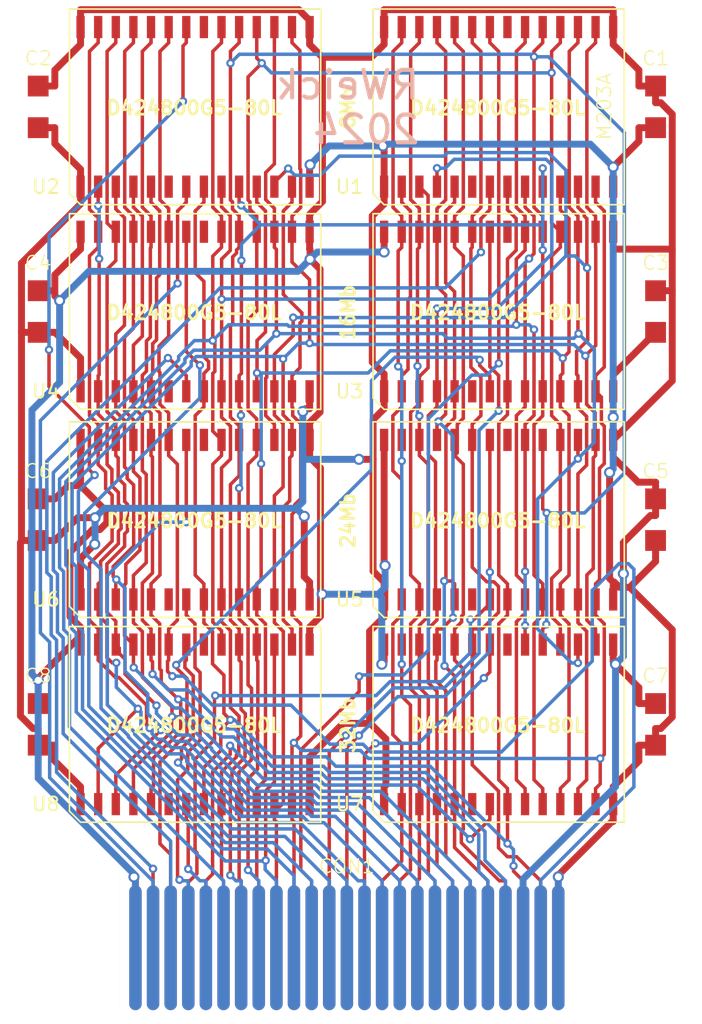
<source format=kicad_pcb>
(kicad_pcb (version 20240108) (generator "pcbnew") (generator_version "8.0")
  (layers (0 "F.Cu" signal) (31 "B.Cu" signal) (34 "B.Paste" user) (35 "F.Paste" user) (36 "B.SilkS" user "B.Silkscreen") (37 "F.SilkS" user "F.Silkscreen") (38 "B.Mask" user) (39 "F.Mask" user) (44 "Edge.Cuts" user))
  (net 0 "")
  (net 1 "/D1.Right")
  (net 2 "/D4.Right")
  (net 3 "/D3.Right")
  (net 4 "/~{OE}.U1")
  (net 5 "/D2.Right")
  (net 6 "/A5")
  (net 7 "/VCC")
  (net 8 "/A9")
  (net 9 "/A4")
  (net 10 "/D5.Right")
  (net 11 "/A1")
  (net 12 "/A3")
  (net 13 "/A0")
  (net 14 "/GND")
  (net 15 "/A8")
  (net 16 "/A7")
  (net 17 "/~{RAS}")
  (net 18 "/A6")
  (net 19 "/D0.Right")
  (net 21 "/D7.Right")
  (net 22 "/~{WE}.U1")
  (net 23 "/D6.Right")
  (net 24 "/~{CAS}.Right")
  (net 26 "/A2")
  (net 27 "/D2.Left")
  (net 28 "/D5.Left")
  (net 30 "/D3.Left")
  (net 31 "/~{OE}.U2")
  (net 32 "/D7.Left")
  (net 34 "/D1.Left")
  (net 35 "/D0.Left")
  (net 36 "/~{CAS}.Left")
  (net 37 "/D4.Left")
  (net 38 "/~{WE}.U2")
  (net 39 "/D6.Left")
  (net 40 "/~{OE}.U3")
  (net 42 "/~{WE}.U3")
  (net 44 "/~{OE}.U4")
  (net 46 "/~{WE}.U4")
  (net 48 "/~{OE}.U5")
  (net 50 "/~{WE}.U5")
  (net 52 "/~{OE}.U6")
  (net 54 "/~{WE}.U6")
  (net 56 "/~{OE}.U7")
  (net 58 "/~{WE}.U7")
  (net 60 "/~{OE}.U8")
  (net 62 "/~{WE}.U8")
  (footprint "!M203A:Capacitor" (layer "F.Cu") (at 107.02 117.97 90)
    (property "Reference" "C8")
    (property "Value" "130 nF")
  )
  (footprint "!M203A:SOIC-28" (layer "F.Cu") (at 118.33 73.47)
    (property "Reference" "U2")
    (property "Value" "~")
  )
  (footprint "!M203A:SOIC-28" (layer "F.Cu") (at 140.21 73.47)
    (property "Reference" "U1")
    (property "Value" "~")
  )
  (footprint "!M203A:SOIC-28" (layer "F.Cu") (at 140.21 88.22)
    (property "Reference" "U3")
    (property "Value" "~")
  )
  (footprint "!M203A:Capacitor" (layer "F.Cu") (at 151.52 117.97 90)
    (property "Reference" "C7")
    (property "Value" "130 nF")
  )
  (footprint "!M203A:Capacitor" (layer "F.Cu") (at 107.02 88.22 90)
    (property "Reference" "C4")
    (property "Value" "130 nF")
  )
  (footprint "!M203A:SOIC-28" (layer "F.Cu") (at 140.21 117.97)
    (property "Reference" "U7")
    (property "Value" "~")
  )
  (footprint "!M203A:SOIC-28" (layer "F.Cu") (at 140.21 103.22)
    (property "Reference" "U5")
    (property "Value" "~")
  )
  (footprint "!M203A:SOIC-28" (layer "F.Cu") (at 118.33 88.22)
    (property "Reference" "U4")
    (property "Value" "~")
  )
  (footprint "!M203A:Edge Connector" (layer "F.Cu") (at 129.27 134.07)
    (property "Reference" "CON1")
    (property "Value" "Edge Connector")
  )
  (footprint "!M203A:SOIC-28" (layer "F.Cu") (at 118.33 103.22)
    (property "Reference" "U6")
    (property "Value" "~")
  )
  (footprint "!M203A:Capacitor" (layer "F.Cu") (at 107.02 73.47 90)
    (property "Reference" "C2")
    (property "Value" "130 nF")
  )
  (footprint "!M203A:SOIC-28" (layer "F.Cu") (at 118.33 117.97)
    (property "Reference" "U8")
    (property "Value" "~")
  )
  (footprint "!M203A:Capacitor" (layer "F.Cu") (at 107.02 103.22 90)
    (property "Reference" "C6")
    (property "Value" "130 nF")
  )
  (footprint "!M203A:Capacitor" (layer "F.Cu") (at 151.52 88.22 90)
    (property "Reference" "C3")
    (property "Value" "130 nF")
  )
  (footprint "!M203A:Capacitor" (layer "F.Cu") (at 151.52 73.47 90)
    (property "Reference" "C1")
    (property "Value" "130 nF")
  )
  (footprint "!M203A:Capacitor" (layer "F.Cu") (at 151.52 103.22 90)
    (property "Reference" "C5")
    (property "Value" "130 nF")
  )
  (gr_arc (start 113.87 139.57) (mid 113.162893 139.277107) (end 112.87 138.57) (stroke (width 0.002)) (layer "Edge.Cuts"))
  (gr_line (start 112.87 138.57) (end 112.87 128.77) (stroke (width 0.002)) (layer "Edge.Cuts"))
  (gr_line (start 144.67 139.57) (end 113.87 139.57) (stroke (width 0.002)) (layer "Edge.Cuts"))
  (gr_line (start 105.27 65.77) (end 153.27 65.77) (stroke (width 0.002)) (layer "Edge.Cuts"))
  (gr_arc (start 153.27 65.77) (mid 153.977107 66.062893) (end 154.27 66.77) (stroke (width 0.002)) (layer "Edge.Cuts"))
  (gr_arc (start 111.87 127.77) (mid 112.577107 128.062893) (end 112.87 128.77) (stroke (width 0.002)) (layer "Edge.Cuts"))
  (gr_arc (start 145.67 138.57) (mid 145.377107 139.277107) (end 144.67 139.57) (stroke (width 0.002)) (layer "Edge.Cuts"))
  (gr_line (start 154.27 66.77) (end 154.27 126.77) (stroke (width 0.002)) (layer "Edge.Cuts"))
  (gr_line (start 145.67 138.57) (end 145.67 128.77) (stroke (width 0.002)) (layer "Edge.Cuts"))
  (gr_line (start 111.87 127.77) (end 105.27 127.77) (stroke (width 0.002)) (layer "Edge.Cuts"))
  (gr_arc (start 154.27 126.77) (mid 153.977107 127.477107) (end 153.27 127.77) (stroke (width 0.002)) (layer "Edge.Cuts"))
  (gr_circle (center 129.27 95.87) (end 130.37 95.87) (stroke (width 0.002)) (fill none) (layer "Edge.Cuts"))
  (gr_arc (start 145.67 128.77) (mid 145.962893 128.062893) (end 146.67 127.77) (stroke (width 0.002)) (layer "Edge.Cuts"))
  (gr_line (start 146.67 127.77) (end 153.27 127.77) (stroke (width 0.002)) (layer "Edge.Cuts"))
  (gr_arc (start 104.27 66.77) (mid 104.562893 66.062893) (end 105.27 65.77) (stroke (width 0.002)) (layer "Edge.Cuts"))
  (gr_line (start 104.27 126.77) (end 104.27 66.77) (stroke (width 0.002)) (layer "Edge.Cuts"))
  (gr_arc (start 105.27 127.77) (mid 104.562893 127.477107) (end 104.27 126.77) (stroke (width 0.002)) (layer "Edge.Cuts"))
  (gr_text "RWeick\n2024" (at 134.662858 76.283444 0) (layer "B.SilkS") (effects (font (size 2 2) (thickness 0.3)) (justify left bottom mirror)))
  (gr_text "D424800G5-80L" (at 111.820476 103.884 0) (layer "F.SilkS") (effects (font (size 1 1) (thickness 0.2) (bold yes)) (justify left bottom)))
  (gr_text "32Mb" (at 129.934 120.146191 90) (layer "F.SilkS") (effects (font (size 1 1) (thickness 0.2) (bold yes)) (justify left bottom)))
  (gr_text "D424800G5-80L" (at 133.700476 118.634 0) (layer "F.SilkS") (effects (font (size 1 1) (thickness 0.2) (bold yes)) (justify left bottom)))
  (gr_text "M203A" (at 148.41 75.948572 90) (layer "F.SilkS") (effects (font (size 1 1) (thickness 0.1)) (justify left bottom)))
  (gr_text "8Mb" (at 129.934 75.17 90) (layer "F.SilkS") (effects (font (size 1 1) (thickness 0.2) (bold yes)) (justify left bottom)))
  (gr_text "D424800G5-80L" (at 133.700476 88.884 0) (layer "F.SilkS") (effects (font (size 1 1) (thickness 0.2) (bold yes)) (justify left bottom)))
  (gr_text "D424800G5-80L" (at 111.820476 118.634 0) (layer "F.SilkS") (effects (font (size 1 1) (thickness 0.2) (bold yes)) (justify left bottom)))
  (gr_text "D424800G5-80L" (at 111.820476 88.884 0) (layer "F.SilkS") (effects (font (size 1 1) (thickness 0.2) (bold yes)) (justify left bottom)))
  (gr_text "D424800G5-80L" (at 133.700476 103.884 0) (layer "F.SilkS") (effects (font (size 1 1) (thickness 0.2) (bold yes)) (justify left bottom)))
  (gr_text "16Mb" (at 129.934 90.396191 90) (layer "F.SilkS") (effects (font (size 1 1) (thickness 0.2) (bold yes)) (justify left bottom)))
  (gr_text "D424800G5-80L" (at 133.700476 74.134 0) (layer "F.SilkS") (effects (font (size 1 1) (thickness 0.2) (bold yes)) (justify left bottom)))
  (gr_text "24Mb" (at 129.934 105.396191 90) (layer "F.SilkS") (effects (font (size 1 1) (thickness 0.2) (bold yes)) (justify left bottom)))
  (gr_text "D424800G5-80L" (at 111.820476 74.134 0) (layer "F.SilkS") (effects (font (size 1 1) (thickness 0.2) (bold yes)) (justify left bottom)))
  (segment (start 134.2491 95.0967) (end 133.8667 95.4791) (width 0.25) (layer "F.Cu") (net 1))
  (segment (start 135.1218 92.2773) (end 134.5558 92.8433) (width 0.25) (layer "F.Cu") (net 1))
  (segment (start 134.35 134.07) (end 134.35 129.2433) (width 0.25) (layer "F.Cu") (net 1))
  (segment (start 133.8667 107.215) (end 134.495 107.8433) (width 0.25) (layer "F.Cu") (net 1))
  (segment (start 134.495 124.2833) (end 134.495 124.8467) (width 0.25) (layer "F.Cu") (net 1))
  (segment (start 133.8661 110.7256) (end 133.8661 115.4161) (width 0.25) (layer "F.Cu") (net 1))
  (segment (start 134.495 124.2833) (end 134.495 123.72) (width 0.25) (layer "F.Cu") (net 1))
  (segment (start 134.495 108.97) (end 134.495 110.0967) (width 0.25) (layer "F.Cu") (net 1))
  (segment (start 135.1218 79.8468) (end 135.1218 92.2773) (width 0.25) (layer "F.Cu") (net 1))
  (segment (start 133.8661 115.4161) (end 134.495 116.045) (width 0.25) (layer "F.Cu") (net 1))
  (segment (start 134.35 129.2433) (end 134.495 129.0983) (width 0.25) (layer "F.Cu") (net 1))
  (segment (start 134.495 93.97) (end 134.495 95.0967) (width 0.25) (layer "F.Cu") (net 1))
  (segment (start 134.495 129.0983) (end 134.495 124.8467) (width 0.25) (layer "F.Cu") (net 1))
  (segment (start 133.8667 95.4791) (end 133.8667 107.215) (width 0.25) (layer "F.Cu") (net 1))
  (segment (start 134.5558 92.8433) (end 134.495 92.8433) (width 0.25) (layer "F.Cu") (net 1))
  (segment (start 134.495 93.97) (end 134.495 92.8433) (width 0.25) (layer "F.Cu") (net 1))
  (segment (start 134.495 95.0967) (end 134.2491 95.0967) (width 0.25) (layer "F.Cu") (net 1))
  (segment (start 134.495 108.97) (end 134.495 107.8433) (width 0.25) (layer "F.Cu") (net 1))
  (segment (start 134.495 110.0967) (end 133.8661 110.7256) (width 0.25) (layer "F.Cu") (net 1))
  (segment (start 134.495 123.72) (end 134.495 122.5933) (width 0.25) (layer "F.Cu") (net 1))
  (segment (start 134.495 116.045) (end 134.495 122.5933) (width 0.25) (layer "F.Cu") (net 1))
  (segment (start 134.495 79.22) (end 135.1218 79.8468) (width 0.25) (layer "F.Cu") (net 1))
  (segment (start 137.035 98.5967) (end 137.6619 99.2236) (width 0.25) (layer "F.Cu") (net 2))
  (segment (start 137.2266 96.3475) (end 137.2266 98.4051) (width 0.25) (layer "F.Cu") (net 2))
  (segment (start 137.2266 98.4051) (end 137.035 98.5967) (width 0.25) (layer "F.Cu") (net 2))
  (segment (start 140.264 129.2433) (end 140.7 129.2433) (width 0.25) (layer "F.Cu") (net 2))
  (segment (start 137.6619 110.0475) (end 137.5433 110.1661) (width 0.25) (layer "F.Cu") (net 2))
  (segment (start 137.035 81.3433) (end 137.6617 80.7166) (width 0.25) (layer "F.Cu") (net 2))
  (segment (start 137.035 67.72) (end 137.035 68.8467) (width 0.25) (layer "F.Cu") (net 2))
  (segment (start 137.6617 125.5303) (end 137.5195 125.6725) (width 0.25) (layer "F.Cu") (net 2))
  (segment (start 137.6617 95.9124) (end 137.2266 96.3475) (width 0.25) (layer "F.Cu") (net 2))
  (segment (start 137.5433 110.1661) (end 137.5433 110.585) (width 0.25) (layer "F.Cu") (net 2))
  (segment (start 137.035 83.5967) (end 137.6617 84.2234) (width 0.25) (layer "F.Cu") (net 2))
  (segment (start 137.035 113.3467) (end 137.6617 113.9734) (width 0.25) (layer "F.Cu") (net 2))
  (segment (start 137.6617 80.7166) (end 137.6617 69.4734) (width 0.25) (layer "F.Cu") (net 2))
  (segment (start 137.035 112.22) (end 137.035 111.0933) (width 0.25) (layer "F.Cu") (net 2))
  (segment (start 137.6617 113.9734) (end 137.6617 125.5303) (width 0.25) (layer "F.Cu") (net 2))
  (segment (start 137.5195 126.4988) (end 140.264 129.2433) (width 0.25) (layer "F.Cu") (net 2))
  (segment (start 137.6619 99.2236) (end 137.6619 110.0475) (width 0.25) (layer "F.Cu") (net 2))
  (segment (start 137.6617 84.2234) (end 137.6617 95.9124) (width 0.25) (layer "F.Cu") (net 2))
  (segment (start 137.6617 69.4734) (end 137.035 68.8467) (width 0.25) (layer "F.Cu") (net 2))
  (segment (start 137.035 82.47) (end 137.035 81.3433) (width 0.25) (layer "F.Cu") (net 2))
  (segment (start 137.035 97.47) (end 137.035 98.5967) (width 0.25) (layer "F.Cu") (net 2))
  (segment (start 137.5195 125.6725) (end 137.5195 126.4988) (width 0.25) (layer "F.Cu") (net 2))
  (segment (start 137.035 82.47) (end 137.035 83.5967) (width 0.25) (layer "F.Cu") (net 2))
  (segment (start 137.035 112.22) (end 137.035 113.3467) (width 0.25) (layer "F.Cu") (net 2))
  (segment (start 140.7 134.07) (end 140.7 129.2433) (width 0.25) (layer "F.Cu") (net 2))
  (segment (start 137.5433 110.585) (end 137.035 111.0933) (width 0.25) (layer "F.Cu") (net 2))
  (segment (start 136.8317 107.64) (end 137.035 107.8433) (width 0.25) (layer "F.Cu") (net 3))
  (segment (start 136.4083 107.64) (end 136.8317 107.64) (width 0.25) (layer "F.Cu") (net 3))
  (segment (start 136.3918 80.9899) (end 136.3918 86.1499) (width 0.25) (layer "F.Cu") (net 3))
  (segment (start 137.035 95.8896) (end 137.035 95.0967) (width 0.25) (layer "F.Cu") (net 3))
  (segment (start 137.035 124.2833) (end 137.035 124.8467) (width 0.25) (layer "F.Cu") (net 3))
  (segment (start 136.3918 86.1499) (end 137.035 86.7931) (width 0.25) (layer "F.Cu") (net 3))
  (segment (start 136.4083 96.5163) (end 137.035 95.8896) (width 0.25) (layer "F.Cu") (net 3))
  (segment (start 137.035 114.4813) (end 136.3092 113.7555) (width 0.25) (layer "F.Cu") (net 3))
  (segment (start 137.035 86.7931) (end 137.035 92.8433) (width 0.25) (layer "F.Cu") (net 3))
  (segment (start 136.4083 107.64) (end 136.4083 96.5163) (width 0.25) (layer "F.Cu") (net 3))
  (segment (start 137.035 123.72) (end 137.035 114.4813) (width 0.25) (layer "F.Cu") (net 3))
  (segment (start 136.2875 107.64) (end 136.4083 107.64) (width 0.25) (layer "F.Cu") (net 3))
  (segment (start 137.035 108.97) (end 137.035 107.8433) (width 0.25) (layer "F.Cu") (net 3))
  (segment (start 137.035 124.2833) (end 137.035 123.72) (width 0.25) (layer "F.Cu") (net 3))
  (segment (start 139.43 134.07) (end 139.43 129.2433) (width 0.25) (layer "F.Cu") (net 3))
  (segment (start 137.035 93.97) (end 137.035 92.8433) (width 0.25) (layer "F.Cu") (net 3))
  (segment (start 137.035 124.8467) (end 137.035 126.8483) (width 0.25) (layer "F.Cu") (net 3))
  (segment (start 137.035 79.22) (end 137.035 80.3467) (width 0.25) (layer "F.Cu") (net 3))
  (segment (start 137.035 80.3467) (end 136.3918 80.9899) (width 0.25) (layer "F.Cu") (net 3))
  (segment (start 137.035 126.8483) (end 139.43 129.2433) (width 0.25) (layer "F.Cu") (net 3))
  (segment (start 137.035 93.97) (end 137.035 95.0967) (width 0.25) (layer "F.Cu") (net 3))
  (via (at 136.2875 107.64) (size 0.6) (drill 0.3) (layers "F.Cu" "B.Cu") (net 3))
  (via (at 136.3092 113.7555) (size 0.6) (drill 0.3) (layers "F.Cu" "B.Cu") (net 3))
  (segment (start 136.3092 113.7555) (end 136.2875 113.7338) (width 0.25) (layer "B.Cu") (net 3))
  (segment (start 136.2875 113.7338) (end 136.2875 107.64) (width 0.25) (layer "B.Cu") (net 3))
  (segment (start 140.2182 69.4899) (end 140.2182 91.9527) (width 0.25) (layer "F.Cu") (net 4))
  (segment (start 130.1527 115.6096) (end 125.9502 119.8121) (width 0.25) (layer "F.Cu") (net 4))
  (segment (start 125.9502 128.4635) (end 126.73 129.2433) (width 0.25) (layer "F.Cu") (net 4))
  (segment (start 130.1527 114.5136) (end 130.1527 115.6096) (width 0.25) (layer "F.Cu") (net 4))
  (segment (start 125.9502 119.8121) (end 125.9502 128.4635) (width 0.25) (layer "F.Cu") (net 4))
  (segment (start 126.73 134.07) (end 126.73 129.2433) (width 0.25) (layer "F.Cu") (net 4))
  (segment (start 139.575 68.8467) (end 140.2182 69.4899) (width 0.25) (layer "F.Cu") (net 4))
  (segment (start 139.575 67.72) (end 139.575 68.8467) (width 0.25) (layer "F.Cu") (net 4))
  (via (at 130.1527 114.5136) (size 0.6) (drill 0.3) (layers "F.Cu" "B.Cu") (net 4))
  (via (at 140.2182 91.9527) (size 0.6) (drill 0.3) (layers "F.Cu" "B.Cu") (net 4))
  (segment (start 130.2566 114.4097) (end 133.3674 114.4097) (width 0.25) (layer "B.Cu") (net 4))
  (segment (start 139.375 92.7959) (end 140.2182 91.9527) (width 0.25) (layer "B.Cu") (net 4))
  (segment (start 138.2858 92.7959) (end 139.375 92.7959) (width 0.25) (layer "B.Cu") (net 4))
  (segment (start 135.152 95.9297) (end 138.2858 92.7959) (width 0.25) (layer "B.Cu") (net 4))
  (segment (start 133.3674 114.4097) (end 135.152 112.6251) (width 0.25) (layer "B.Cu") (net 4))
  (segment (start 135.152 112.6251) (end 135.152 95.9297) (width 0.25) (layer "B.Cu") (net 4))
  (segment (start 130.1527 114.5136) (end 130.2566 114.4097) (width 0.25) (layer "B.Cu") (net 4))
  (segment (start 135.765 110.4409) (end 135.765 110.0967) (width 0.25) (layer "F.Cu") (net 5))
  (segment (start 135.765 108.97) (end 135.6607 108.8657) (width 0.25) (layer "F.Cu") (net 5))
  (segment (start 135.765 109.5333) (end 135.765 110.0967) (width 0.25) (layer "F.Cu") (net 5))
  (segment (start 135.765 109.5333) (end 135.765 108.97) (width 0.25) (layer "F.Cu") (net 5))
  (segment (start 135.765 122.5933) (end 135.765 115.5972) (width 0.25) (layer "F.Cu") (net 5))
  (segment (start 135.1382 111.0677) (end 135.765 110.4409) (width 0.25) (layer "F.Cu") (net 5))
  (segment (start 136.89 134.07) (end 136.89 129.2433) (width 0.25) (layer "F.Cu") (net 5))
  (segment (start 136.89 129.2433) (end 135.765 128.1183) (width 0.25) (layer "F.Cu") (net 5))
  (segment (start 135.765 128.1183) (end 135.765 124.8467) (width 0.25) (layer "F.Cu") (net 5))
  (segment (start 135.765 92.8433) (end 135.765 87.9998) (width 0.25) (layer "F.Cu") (net 5))
  (segment (start 135.6607 108.8657) (end 135.6607 99.0595) (width 0.25) (layer "F.Cu") (net 5))
  (segment (start 135.765 123.72) (end 135.765 122.5933) (width 0.25) (layer "F.Cu") (net 5))
  (segment (start 135.6607 99.0595) (end 135.1383 98.5371) (width 0.25) (layer "F.Cu") (net 5))
  (segment (start 135.765 115.5972) (end 135.1382 114.9704) (width 0.25) (layer "F.Cu") (net 5))
  (segment (start 135.1383 95.7234) (end 135.765 95.0967) (width 0.25) (layer "F.Cu") (net 5))
  (segment (start 135.765 93.97) (end 135.765 92.8433) (width 0.25) (layer "F.Cu") (net 5))
  (segment (start 135.765 123.72) (end 135.765 124.8467) (width 0.25) (layer "F.Cu") (net 5))
  (segment (start 135.765 79.22) (end 135.765 77.8892) (width 0.25) (layer "F.Cu") (net 5))
  (segment (start 135.1382 114.9704) (end 135.1382 111.0677) (width 0.25) (layer "F.Cu") (net 5))
  (segment (start 135.765 93.97) (end 135.765 95.0967) (width 0.25) (layer "F.Cu") (net 5))
  (segment (start 135.1383 98.5371) (end 135.1383 95.7234) (width 0.25) (layer "F.Cu") (net 5))
  (via (at 135.765 87.9998) (size 0.6) (drill 0.3) (layers "F.Cu" "B.Cu") (net 5))
  (via (at 135.765 77.8892) (size 0.6) (drill 0.3) (layers "F.Cu" "B.Cu") (net 5))
  (segment (start 136.3597 77.8892) (end 137.0023 77.2466) (width 0.25) (layer "B.Cu") (net 5))
  (segment (start 140.1101 87.9998) (end 135.765 87.9998) (width 0.25) (layer "B.Cu") (net 5))
  (segment (start 135.765 77.8892) (end 136.3597 77.8892) (width 0.25) (layer "B.Cu") (net 5))
  (segment (start 144.0404 77.6582) (end 144.0404 84.0695) (width 0.25) (layer "B.Cu") (net 5))
  (segment (start 137.0023 77.2466) (end 143.6288 77.2466) (width 0.25) (layer "B.Cu") (net 5))
  (segment (start 144.0404 84.0695) (end 140.1101 87.9998) (width 0.25) (layer "B.Cu") (net 5))
  (segment (start 143.6288 77.2466) (end 144.0404 77.6582) (width 0.25) (layer "B.Cu") (net 5))
  (segment (start 145.925 97.47) (end 145.925 98.5967) (width 0.25) (layer "F.Cu") (net 6))
  (segment (start 145.925 83.5967) (end 145.925 89.7713) (width 0.25) (layer "F.Cu") (net 6))
  (segment (start 145.925 113.5439) (end 145.9234 113.5439) (width 0.25) (layer "F.Cu") (net 6))
  (segment (start 124.045 83.5967) (end 124.1884 83.7401) (width 0.25) (layer "F.Cu") (net 6))
  (segment (start 124.045 80.7821) (end 124.045 82.47) (width 0.25) (layer "F.Cu") (net 6))
  (segment (start 124.1884 83.7401) (end 124.1884 89.8131) (width 0.25) (layer "F.Cu") (net 6))
  (segment (start 123.4183 80.1554) (end 124.045 80.7821) (width 0.25) (layer "F.Cu") (net 6))
  (segment (start 123.4964 92.9565) (end 123.4183 93.0346) (width 0.25) (layer "F.Cu") (net 6))
  (segment (start 145.925 68.8467) (end 145.2983 69.4734) (width 0.25) (layer "F.Cu") (net 6))
  (segment (start 145.925 82.47) (end 145.925 81.3433) (width 0.25) (layer "F.Cu") (net 6))
  (segment (start 124.045 82.47) (end 124.045 83.5967) (width 0.25) (layer "F.Cu") (net 6))
  (segment (start 145.9229 81.3433) (end 145.925 81.3433) (width 0.25) (layer "F.Cu") (net 6))
  (segment (start 123.4183 95.7166) (end 124.045 96.3433) (width 0.25) (layer "F.Cu") (net 6))
  (segment (start 124.045 67.72) (end 124.045 68.8467) (width 0.25) (layer "F.Cu") (net 6))
  (segment (start 145.925 89.7713) (end 145.9668 89.8131) (width 0.25) (layer "F.Cu") (net 6))
  (segment (start 124.045 68.8467) (end 124.045 77.5768) (width 0.25) (layer "F.Cu") (net 6))
  (segment (start 124.045 97.47) (end 124.045 96.3433) (width 0.25) (layer "F.Cu") (net 6))
  (segment (start 145.2983 80.7166) (end 145.4733 80.8916) (width 0.25) (layer "F.Cu") (net 6))
  (segment (start 124.1884 89.8131) (end 123.4964 90.5051) (width 0.25) (layer "F.Cu") (net 6))
  (segment (start 145.925 112.22) (end 145.925 113.5439) (width 0.25) (layer "F.Cu") (net 6))
  (segment (start 124.045 112.22) (end 124.045 122.14) (width 0.25) (layer "F.Cu") (net 6))
  (segment (start 145.4733 80.8937) (end 145.9229 81.3433) (width 0.25) (layer "F.Cu") (net 6))
  (segment (start 124.045 77.5768) (end 123.4183 78.2035) (width 0.25) (layer "F.Cu") (net 6))
  (segment (start 145.925 82.47) (end 145.925 83.5967) (width 0.25) (layer "F.Cu") (net 6))
  (segment (start 124.045 122.14) (end 123.4183 122.7667) (width 0.25) (layer "F.Cu") (net 6))
  (segment (start 123.4183 93.0346) (end 123.4183 95.7166) (width 0.25) (layer "F.Cu") (net 6))
  (segment (start 145.2983 69.4734) (end 145.2983 80.7166) (width 0.25) (layer "F.Cu") (net 6))
  (segment (start 123.4964 90.5051) (end 123.4964 92.9565) (width 0.25) (layer "F.Cu") (net 6))
  (segment (start 145.925 98.5967) (end 145.925 98.8214) (width 0.25) (layer "F.Cu") (net 6))
  (segment (start 123.4183 122.7667) (end 123.4183 127.7792) (width 0.25) (layer "F.Cu") (net 6))
  (segment (start 145.4733 80.8916) (end 145.4733 80.8937) (width 0.25) (layer "F.Cu") (net 6))
  (segment (start 145.925 67.72) (end 145.925 68.8467) (width 0.25) (layer "F.Cu") (net 6))
  (segment (start 123.4183 78.2035) (end 123.4183 80.1554) (width 0.25) (layer "F.Cu") (net 6))
  (via (at 123.4183 127.7792) (size 0.6) (drill 0.3) (layers "F.Cu" "B.Cu") (net 6))
  (via (at 145.925 98.8214) (size 0.6) (drill 0.3) (layers "F.Cu" "B.Cu") (net 6))
  (via (at 124.1884 89.8131) (size 0.6) (drill 0.3) (layers "F.Cu" "B.Cu") (net 6))
  (via (at 145.9234 113.5439) (size 0.6) (drill 0.3) (layers "F.Cu" "B.Cu") (net 6))
  (via (at 145.9668 89.8131) (size 0.6) (drill 0.3) (layers "F.Cu" "B.Cu") (net 6))
  (segment (start 109.0156 106.487) (end 109.3145 106.7859) (width 0.25) (layer "B.Cu") (net 6))
  (segment (start 136.5053 90.1457) (end 145.6342 90.1457) (width 0.25) (layer "B.Cu") (net 6))
  (segment (start 109.3145 106.7859) (end 109.3145 110.9546) (width 0.25) (layer "B.Cu") (net 6))
  (segment (start 109.7647 111.4048) (end 109.7647 117.075) (width 0.25) (layer "B.Cu") (net 6))
  (segment (start 122.9948 91.0067) (end 118.2297 91.0067) (width 0.25) (layer "B.Cu") (net 6))
  (segment (start 124.1884 89.8131) (end 136.1727 89.8131) (width 0.25) (layer "B.Cu") (net 6))
  (segment (start 145.4657 113.5439) (end 145.9234 113.5439) (width 0.25) (layer "B.Cu") (net 6))
  (segment (start 117.5979 91.8994) (end 109.0156 100.4817) (width 0.25) (layer "B.Cu") (net 6))
  (segment (start 124.19 134.07) (end 124.19 129.2433) (width 0.25) (layer "B.Cu") (net 6))
  (segment (start 124.1884 89.8131) (end 122.9948 91.0067) (width 0.25) (layer "B.Cu") (net 6))
  (segment (start 143.0189 111.0971) (end 145.4657 113.5439) (width 0.25) (layer "B.Cu") (net 6))
  (segment (start 123.3811 128.4344) (end 124.19 129.2433) (width 0.25) (layer "B.Cu") (net 6))
  (segment (start 123.3811 127.8164) (end 123.3811 128.4344) (width 0.25) (layer "B.Cu") (net 6))
  (segment (start 147.104 90.9503) (end 145.9668 89.8131) (width 0.25) (layer "B.Cu") (net 6))
  (segment (start 109.7647 117.075) (end 120.5061 127.8164) (width 0.25) (layer "B.Cu") (net 6))
  (segment (start 117.5979 91.6385) (end 117.5979 91.8994) (width 0.25) (layer "B.Cu") (net 6))
  (segment (start 145.925 98.8214) (end 143.0189 101.7275) (width 0.25) (layer "B.Cu") (net 6))
  (segment (start 143.0189 101.7275) (end 143.0189 111.0971) (width 0.25) (layer "B.Cu") (net 6))
  (segment (start 120.5061 127.8164) (end 123.3811 127.8164) (width 0.25) (layer "B.Cu") (net 6))
  (segment (start 118.2297 91.0067) (end 117.5979 91.6385) (width 0.25) (layer "B.Cu") (net 6))
  (segment (start 147.104 97.6424) (end 147.104 90.9503) (width 0.25) (layer "B.Cu") (net 6))
  (segment (start 145.6342 90.1457) (end 145.9668 89.8131) (width 0.25) (layer "B.Cu") (net 6))
  (segment (start 109.3145 110.9546) (end 109.7647 111.4048) (width 0.25) (layer "B.Cu") (net 6))
  (segment (start 145.925 98.8214) (end 147.104 97.6424) (width 0.25) (layer "B.Cu") (net 6))
  (segment (start 109.0156 100.4817) (end 109.0156 106.487) (width 0.25) (layer "B.Cu") (net 6))
  (segment (start 136.1727 89.8131) (end 136.5053 90.1457) (width 0.25) (layer "B.Cu") (net 6))
  (segment (start 123.3811 127.8164) (end 123.4183 127.7792) (width 0.25) (layer "B.Cu") (net 6))
  (segment (start 108.2217 104.72) (end 109.8649 103.0768) (width 0.5) (layer "F.Cu") (net 7))
  (segment (start 131.955 123.72) (end 131.955 122.4683) (width 0.5) (layer "F.Cu") (net 7))
  (segment (start 144.51 128.837) (end 144.51 128.957) (width 0.5) (layer "F.Cu") (net 7))
  (segment (start 107.02 89.72) (end 108.2217 89.72) (width 0.5) (layer "F.Cu") (net 7))
  (segment (start 150.3183 120.615) (end 150.3183 119.47) (width 0.5) (layer "F.Cu") (net 7))
  (segment (start 131.1592 96.0175) (end 131.955 95.2217) (width 0.5) (layer "F.Cu") (net 7))
  (segment (start 106.7415 89.72) (end 107.02 89.72) (width 0.5) (layer "F.Cu") (net 7))
  (segment (start 131.955 108.97) (end 131.955 110.2217) (width 0.5) (layer "F.Cu") (net 7))
  (segment (start 151.52 104.72) (end 151.52 105.9217) (width 0.5) (layer "F.Cu") (net 7))
  (segment (start 110.075 106.0084) (end 111.0974 104.986) (width 0.5) (layer "F.Cu") (net 7))
  (segment (start 131.0989 91.8622) (end 131.955 92.7183) (width 0.5) (layer "F.Cu") (net 7))
  (segment (start 108.2217 76.115) (end 108.2217 74.97) (width 0.5) (layer "F.Cu") (net 7))
  (segment (start 148.465 108.97) (end 148.465 107.7183) (width 0.5) (layer "F.Cu") (net 7))
  (segment (start 148.5428 107.7183) (end 148.9164 108.0919) (width 0.5) (layer "F.Cu") (net 7))
  (segment (start 132.0834 122.3399) (end 132.0834 119.0262) (width 0.5) (layer "F.Cu") (net 7))
  (segment (start 110.075 108.97) (end 110.075 107.7183) (width 0.5) (layer "F.Cu") (net 7))
  (segment (start 126.2938 95.2217) (end 126.585 95.2217) (width 0.5) (layer "F.Cu") (net 7))
  (segment (start 131.1592 98.8706) (end 130.1351 98.8706) (width 0.5) (layer "F.Cu") (net 7))
  (segment (start 126.585 120.3143) (end 126.585 122.4683) (width 0.5) (layer "F.Cu") (net 7))
  (segment (start 126.198 102.9765) (end 126.198 107.3313) (width 0.5) (layer "F.Cu") (net 7))
  (segment (start 148.465 123.0941) (end 148.465 122.4683) (width 0.5) (layer "F.Cu") (net 7))
  (segment (start 150.3183 75.95) (end 148.465 77.8033) (width 0.5) (layer "F.Cu") (net 7))
  (segment (start 105.744 117.3658) (end 106.6465 118.2683) (width 0.5) (layer "F.Cu") (net 7))
  (segment (start 148.465 77.8033) (end 148.465 79.22) (width 0.5) (layer "F.Cu") (net 7))
  (segment (start 150.3183 74.97) (end 150.3183 75.95) (width 0.5) (layer "F.Cu") (net 7))
  (segment (start 110.075 79.22) (end 110.075 80.4717) (width 0.5) (layer "F.Cu") (net 7))
  (segment (start 107.02 119.47) (end 107.02 118.2683) (width 0.5) (layer "F.Cu") (net 7))
  (segment (start 105.744 104.87) (end 105.744 117.3658) (width 0.5) (layer "F.Cu") (net 7))
  (segment (start 105.8183 84.7284) (end 105.8183 89.72) (width 0.5) (layer "F.Cu") (net 7))
  (segment (start 106.7415 89.72) (end 105.8183 89.72) (width 0.5) (layer "F.Cu") (net 7))
  (segment (start 126.585 93.97) (end 126.585 95.2217) (width 0.5) (layer "F.Cu") (net 7))
  (segment (start 131.0989 81.3278) (end 131.0989 91.8622) (width 0.5) (layer "F.Cu") (net 7))
  (segment (start 130.9065 117.9015) (end 128.9978 117.9015) (width 0.5) (layer "F.Cu") (net 7))
  (segment (start 148.465 93.97) (end 148.465 92.7183) (width 0.5) (layer "F.Cu") (net 7))
  (segment (start 110.075 93.97) (end 110.075 92.7183) (width 0.5) (layer "F.Cu") (net 7))
  (segment (start 148.465 122.4683) (end 150.3183 120.615) (width 0.5) (layer "F.Cu") (net 7))
  (segment (start 130.9065 111.2702) (end 130.9065 117.9015) (width 0.5) (layer "F.Cu") (net 7))
  (segment (start 110.075 91.5733) (end 108.2217 89.72) (width 0.5) (layer "F.Cu") (net 7))
  (segment (start 152.7217 111.1543) (end 152.7217 117.4422) (width 0.5) (layer "F.Cu") (net 7))
  (segment (start 107.445 119.47) (end 108.2217 119.47) (width 0.5) (layer "F.Cu") (net 7))
  (segment (start 148.465 123.72) (end 148.465 124.9717) (width 0.5) (layer "F.Cu") (net 7))
  (segment (start 131.955 76.3748) (end 131.955 79.22) (width 0.5) (layer "F.Cu") (net 7))
  (segment (start 148.5218 92.7183) (end 151.52 89.7201) (width 0.5) (layer "F.Cu") (net 7))
  (segment (start 126.0954 95.4201) (end 126.2938 95.2217) (width 0.5) (layer "F.Cu") (net 7))
  (segment (start 105.894 104.72) (end 105.8183 104.6443) (width 0.5) (layer "F.Cu") (net 7))
  (segment (start 148.465 124.9717) (end 148.3753 124.9717) (width 0.5) (layer "F.Cu") (net 7))
  (segment (start 149.6593 108.0919) (end 151.52 106.2312) (width 0.5) (layer "F.Cu") (net 7))
  (segment (start 131.8688 76.2886) (end 131.955 76.3748) (width 0.5) (layer "F.Cu") (net 7))
  (segment (start 131.955 107.7183) (end 131.1592 106.9225) (width 0.5) (layer "F.Cu") (net 7))
  (segment (start 108.2217 119.47) (end 108.2217 120.615) (width 0.5) (layer "F.Cu") (net 7))
  (segment (start 144.51 134.07) (end 144.51 128.957) (width 0.5) (layer "F.Cu") (net 7))
  (segment (start 106.6465 118.2683) (end 107.02 118.2683) (width 0.5) (layer "F.Cu") (net 7))
  (segment (start 110.075 92.7183) (end 110.075 91.5733) (width 0.5) (layer "F.Cu") (net 7))
  (segment (start 151.52 119.47) (end 150.3183 119.47) (width 0.5) (layer "F.Cu") (net 7))
  (segment (start 151.52 119.47) (end 151.52 118.2683) (width 0.5) (layer "F.Cu") (net 7))
  (segment (start 126.198 107.3313) (end 126.585 107.7183) (width 0.5) (layer "F.Cu") (net 7))
  (segment (start 107.02 104.72) (end 108.2217 104.72) (width 0.5) (layer "F.Cu") (net 7))
  (segment (start 148.2059 107.4592) (end 148.2059 99.8211) (width 0.5) (layer "F.Cu") (net 7))
  (segment (start 131.1592 106.9225) (end 131.1592 98.8706) (width 0.5) (layer "F.Cu") (net 7))
  (segment (start 109.8649 103.0768) (end 111.1207 103.0768) (width 0.5) (layer "F.Cu") (net 7))
  (segment (start 126.585 123.72) (end 126.585 122.4683) (width 0.5) (layer "F.Cu") (net 7))
  (segment (start 151.52 89.72) (end 151.52 89.7201) (width 0.5) (layer "F.Cu") (net 7))
  (segment (start 126.6201 77.6485) (end 126.585 77.6836) (width 0.5) (layer "F.Cu") (net 7))
  (segment (start 110.075 79.22) (end 110.075 77.9683) (width 0.5) (layer "F.Cu") (net 7))
  (segment (start 131.955 110.2217) (end 130.9065 111.2702) (width 0.5) (layer "F.Cu") (net 7))
  (segment (start 105.894 104.72) (end 105.744 104.87) (width 0.5) (layer "F.Cu") (net 7))
  (segment (start 131.955 108.97) (end 131.955 107.7183) (width 0.5) (layer "F.Cu") (net 7))
  (segment (start 108.2217 120.615) (end 110.075 122.4683) (width 0.5) (layer "F.Cu") (net 7))
  (segment (start 131.1592 98.8706) (end 131.1592 96.0175) (width 0.5) (layer "F.Cu") (net 7))
  (segment (start 107.02 104.72) (end 105.894 104.72) (width 0.5) (layer "F.Cu") (net 7))
  (segment (start 151.8956 118.2683) (end 151.52 118.2683) (width 0.5) (layer "F.Cu") (net 7))
  (segment (start 149.6593 108.0919) (end 152.7217 111.1543) (width 0.5) (layer "F.Cu") (net 7))
  (segment (start 131.955 79.22) (end 131.955 80.4717) (width 0.5) (layer "F.Cu") (net 7))
  (segment (start 148.465 95.845) (end 148.465 93.97) (width 0.5) (layer "F.Cu") (net 7))
  (segment (start 148.3753 124.9717) (end 144.51 128.837) (width 0.5) (layer "F.Cu") (net 7))
  (segment (start 148.465 107.7183) (end 148.5428 107.7183) (width 0.5) (layer "F.Cu") (net 7))
  (segment (start 148.465 92.7183) (end 148.5218 92.7183) (width 0.5) (layer "F.Cu") (net 7))
  (segment (start 151.52 74.97) (end 150.3183 74.97) (width 0.5) (layer "F.Cu") (net 7))
  (segment (start 110.075 107.7183) (end 110.075 106.0084) (width 0.5) (layer "F.Cu") (net 7))
  (segment (start 131.955 122.4683) (end 132.0834 122.3399) (width 0.5) (layer "F.Cu") (net 7))
  (segment (start 132.0834 119.0262) (end 130.9587 117.9015) (width 0.5) (layer "F.Cu") (net 7))
  (segment (start 130.9587 117.9015) (end 130.9065 117.9015) (width 0.5) (layer "F.Cu") (net 7))
  (segment (start 131.955 93.97) (end 131.955 92.7183) (width 0.5) (layer "F.Cu") (net 7))
  (segment (start 131.955 93.97) (end 131.955 95.2217) (width 0.5) (layer "F.Cu") (net 7))
  (segment (start 107.02 74.97) (end 108.2217 74.97) (width 0.5) (layer "F.Cu") (net 7))
  (segment (start 126.585 108.97) (end 126.585 107.7183) (width 0.5) (layer "F.Cu") (net 7))
  (segment (start 110.075 123.72) (end 110.075 122.4683) (width 0.5) (layer "F.Cu") (net 7))
  (segment (start 148.465 107.7183) (end 148.2059 107.4592) (width 0.5) (layer "F.Cu") (net 7))
  (segment (start 148.465 123.0941) (end 148.465 123.72) (width 0.5) (layer "F.Cu") (net 7))
  (segment (start 151.52 106.2312) (end 151.52 105.9217) (width 0.5) (layer "F.Cu") (net 7))
  (segment (start 128.9978 117.9015) (end 126.585 120.3143) (width 0.5) (layer "F.Cu") (net 7))
  (segment (start 110.075 77.9683) (end 108.2217 76.115) (width 0.5) (layer "F.Cu") (net 7))
  (segment (start 107.445 119.47) (end 107.02 119.47) (width 0.5) (layer "F.Cu") (net 7))
  (segment (start 126.585 77.6836) (end 126.585 79.22) (width 0.5) (layer "F.Cu") (net 7))
  (segment (start 110.075 80.4717) (end 105.8183 84.7284) (width 0.5) (layer "F.Cu") (net 7))
  (segment (start 105.8183 104.6443) (end 105.8183 89.72) (width 0.5) (layer "F.Cu") (net 7))
  (segment (start 152.7217 117.4422) (end 151.8956 118.2683) (width 0.5) (layer "F.Cu") (net 7))
  (segment (start 131.955 80.4717) (end 131.0989 81.3278) (width 0.5) (layer "F.Cu") (net 7))
  (segment (start 148.9164 108.0919) (end 149.6593 108.0919) (width 0.5) (layer "F.Cu") (net 7))
  (via (at 130.1351 98.8706) (size 0.8) (drill 0.5) (layers "F.Cu" "B.Cu") (net 7))
  (via (at 126.198 102.9765) (size 0.8) (drill 0.5) (layers "F.Cu" "B.Cu") (net 7))
  (via (at 144.51 128.957) (size 0.8) (drill 0.5) (layers "F.Cu" "B.Cu") (net 7))
  (via (at 126.6201 77.6485) (size 0.8) (drill 0.5) (layers "F.Cu" "B.Cu") (net 7))
  (via (at 131.8688 76.2886) (size 0.8) (drill 0.5) (layers "F.Cu" "B.Cu") (net 7))
  (via (at 148.465 77.8033) (size 0.8) (drill 0.5) (layers "F.Cu" "B.Cu") (net 7))
  (via (at 111.1207 103.0768) (size 0.8) (drill 0.5) (layers "F.Cu" "B.Cu") (net 7))
  (via (at 148.2059 99.8211) (size 0.8) (drill 0.5) (layers "F.Cu" "B.Cu") (net 7))
  (via (at 111.0974 104.986) (size 0.8) (drill 0.5) (layers "F.Cu" "B.Cu") (net 7))
  (via (at 126.0954 95.4201) (size 0.8) (drill 0.5) (layers "F.Cu" "B.Cu") (net 7))
  (via (at 148.465 95.845) (size 0.8) (drill 0.5) (layers "F.Cu" "B.Cu") (net 7))
  (segment (start 126.0954 101.9281) (end 126.0954 98.8706) (width 0.5) (layer "B.Cu") (net 7))
  (segment (start 125.6225 102.401) (end 126.198 102.9765) (width 0.5) (layer "B.Cu") (net 7))
  (segment (start 126.0954 98.8706) (end 130.1351 98.8706) (width 0.5) (layer "B.Cu") (net 7))
  (segment (start 127.98 76.2886) (end 126.6201 77.6485) (width 0.5) (layer "B.Cu") (net 7))
  (segment (start 126.0954 98.8706) (end 126.0954 95.4201) (width 0.5) (layer "B.Cu") (net 7))
  (segment (start 131.8688 76.2886) (end 127.98 76.2886) (width 0.5) (layer "B.Cu") (net 7))
  (segment (start 111.1207 104.9627) (end 111.0974 104.986) (width 0.5) (layer "B.Cu") (net 7))
  (segment (start 144.51 134.07) (end 144.51 129.1183) (width 0.5) (layer "B.Cu") (net 7))
  (segment (start 144.51 129.1183) (end 144.51 128.957) (width 0.5) (layer "B.Cu") (net 7))
  (segment (start 148.465 95.845) (end 148.465 99.562) (width 0.5) (layer "B.Cu") (net 7))
  (segment (start 111.1207 103.0768) (end 111.1207 104.9627) (width 0.5) (layer "B.Cu") (net 7))
  (segment (start 131.9997 76.1577) (end 131.8688 76.2886) (width 0.5) (layer "B.Cu") (net 7))
  (segment (start 146.8194 76.1577) (end 131.9997 76.1577) (width 0.5) (layer "B.Cu") (net 7))
  (segment (start 125.6225 102.401) (end 111.7965 102.401) (width 0.5) (layer "B.Cu") (net 7))
  (segment (start 148.465 77.8033) (end 148.465 95.845) (width 0.5) (layer "B.Cu") (net 7))
  (segment (start 125.6225 102.401) (end 126.0954 101.9281) (width 0.5) (layer "B.Cu") (net 7))
  (segment (start 148.465 77.8033) (end 146.8194 76.1577) (width 0.5) (layer "B.Cu") (net 7))
  (segment (start 148.465 99.562) (end 148.2059 99.8211) (width 0.5) (layer "B.Cu") (net 7))
  (segment (start 111.7965 102.401) (end 111.1207 103.0768) (width 0.5) (layer "B.Cu") (net 7))
  (segment (start 121.4795 119.2447) (end 121.4347 119.1999) (width 0.25) (layer "F.Cu") (net 8))
  (segment (start 142.115 93.97) (end 142.115 95.0967) (width 0.25) (layer "F.Cu") (net 8))
  (segment (start 142.7583 81.3477) (end 142.115 80.7044) (width 0.25) (layer "F.Cu") (net 8))
  (segment (start 120.235 123.72) (end 120.235 122.5933) (width 0.25) (layer "F.Cu") (net 8))
  (segment (start 120.235 79.22) (end 120.235 80.3467) (width 0.25) (layer "F.Cu") (net 8))
  (segment (start 120.235 108.97) (end 120.235 99.4943) (width 0.25) (layer "F.Cu") (net 8))
  (segment (start 142.4007 84.4032) (end 142.7583 84.0456) (width 0.25) (layer "F.Cu") (net 8))
  (segment (start 120.235 99.4943) (end 120.8783 98.851) (width 0.25) (layer "F.Cu") (net 8))
  (segment (start 142.115 84.6889) (end 142.4007 84.4032) (width 0.25) (layer "F.Cu") (net 8))
  (segment (start 141.4881 107.2164) (end 142.115 107.8433) (width 0.25) (layer "F.Cu") (net 8))
  (segment (start 120.878 116.7626) (end 120.878 111.2177) (width 0.25) (layer "F.Cu") (net 8))
  (segment (start 120.235 93.4066) (end 120.235 92.8433) (width 0.25) (layer "F.Cu") (net 8))
  (segment (start 120.235 95.8393) (end 120.235 93.97) (width 0.25) (layer "F.Cu") (net 8))
  (segment (start 141.9725 110.0967) (end 141.4882 110.581) (width 0.25) (layer "F.Cu") (net 8))
  (segment (start 120.8783 98.851) (end 120.8783 96.4826) (width 0.25) (layer "F.Cu") (net 8))
  (segment (start 142.115 108.97) (end 142.115 107.8433) (width 0.25) (layer "F.Cu") (net 8))
  (segment (start 120.2433 92.835) (end 120.235 92.8433) (width 0.25) (layer "F.Cu") (net 8))
  (segment (start 120.878 111.2177) (end 120.235 110.5747) (width 0.25) (layer "F.Cu") (net 8))
  (segment (start 142.115 80.7044) (end 142.115 79.22) (width 0.25) (layer "F.Cu") (net 8))
  (segment (start 121.4347 119.1999) (end 121.4347 117.9672) (width 0.25) (layer "F.Cu") (net 8))
  (segment (start 142.115 109.5333) (end 142.115 108.97) (width 0.25) (layer "F.Cu") (net 8))
  (segment (start 120.235 129.0983) (end 120.235 124.8467) (width 0.25) (layer "F.Cu") (net 8))
  (segment (start 142.115 93.97) (end 142.115 92.8433) (width 0.25) (layer "F.Cu") (net 8))
  (segment (start 120.235 122.5933) (end 120.235 121.3965) (width 0.25) (layer "F.Cu") (net 8))
  (segment (start 121.498 117.3847) (end 121.323 117.2097) (width 0.25) (layer "F.Cu") (net 8))
  (segment (start 142.115 92.8433) (end 142.115 84.6889) (width 0.25) (layer "F.Cu") (net 8))
  (segment (start 120.2433 84.4428) (end 120.2433 87.3259) (width 0.25) (layer "F.Cu") (net 8))
  (segment (start 120.235 124.2833) (end 120.235 124.8467) (width 0.25) (layer "F.Cu") (net 8))
  (segment (start 120.38 129.2433) (end 120.235 129.0983) (width 0.25) (layer "F.Cu") (net 8))
  (segment (start 142.115 95.0967) (end 141.4881 95.7236) (width 0.25) (layer "F.Cu") (net 8))
  (segment (start 120.235 80.3467) (end 120.235 80.6801) (width 0.25) (layer "F.Cu") (net 8))
  (segment (start 121.498 117.9039) (end 121.498 117.3847) (width 0.25) (layer "F.Cu") (net 8))
  (segment (start 121.4347 117.9672) (end 121.498 117.9039) (width 0.25) (layer "F.Cu") (net 8))
  (segment (start 120.8617 81.3068) (end 120.8617 83.8244) (width 0.25) (layer "F.Cu") (net 8))
  (segment (start 120.235 121.3965) (end 121.3113 120.3202) (width 0.25) (layer "F.Cu") (net 8))
  (segment (start 141.4882 110.581) (end 141.4882 121.9665) (width 0.25) (layer "F.Cu") (net 8))
  (segment (start 121.3113 120.162) (end 121.4795 119.9938) (width 0.25) (layer "F.Cu") (net 8))
  (segment (start 121.323 117.2097) (end 121.323 117.2076) (width 0.25) (layer "F.Cu") (net 8))
  (segment (start 121.4795 119.9938) (end 121.4795 119.2447) (width 0.25) (layer "F.Cu") (net 8))
  (segment (start 120.2433 87.3259) (end 120.2433 92.835) (width 0.25) (layer "F.Cu") (net 8))
  (segment (start 120.235 124.2833) (end 120.235 123.72) (width 0.25) (layer "F.Cu") (net 8))
  (segment (start 142.115 110.0967) (end 141.9725 110.0967) (width 0.25) (layer "F.Cu") (net 8))
  (segment (start 121.3113 120.3202) (end 121.3113 120.162) (width 0.25) (layer "F.Cu") (net 8))
  (segment (start 120.235 80.6801) (end 120.8617 81.3068) (width 0.25) (layer "F.Cu") (net 8))
  (segment (start 120.8617 83.8244) (end 120.2433 84.4428) (width 0.25) (layer "F.Cu") (net 8))
  (segment (start 142.115 109.5333) (end 142.115 110.0967) (width 0.25) (layer "F.Cu") (net 8))
  (segment (start 142.7583 84.0456) (end 142.7583 81.3477) (width 0.25) (layer "F.Cu") (net 8))
  (segment (start 120.235 93.4066) (end 120.235 93.97) (width 0.25) (layer "F.Cu") (net 8))
  (segment (start 142.115 123.72) (end 142.115 122.5933) (width 0.25) (layer "F.Cu") (net 8))
  (segment (start 121.323 117.2076) (end 120.878 116.7626) (width 0.25) (layer "F.Cu") (net 8))
  (segment (start 141.4882 121.9665) (end 142.115 122.5933) (width 0.25) (layer "F.Cu") (net 8))
  (segment (start 141.4881 95.7236) (end 141.4881 107.2164) (width 0.25) (layer "F.Cu") (net 8))
  (segment (start 120.8783 96.4826) (end 120.235 95.8393) (width 0.25) (layer "F.Cu") (net 8))
  (segment (start 120.235 110.5747) (end 120.235 108.97) (width 0.25) (layer "F.Cu") (net 8))
  (segment (start 120.38 134.07) (end 120.38 129.2433) (width 0.25) (layer "F.Cu") (net 8))
  (via (at 120.2433 87.3259) (size 0.6) (drill 0.3) (layers "F.Cu" "B.Cu") (net 8))
  (via (at 142.4007 84.4032) (size 0.6) (drill 0.3) (layers "F.Cu" "B.Cu") (net 8))
  (segment (start 139.478 87.3259) (end 120.2433 87.3259) (width 0.25) (layer "B.Cu") (net 8))
  (segment (start 142.4007 84.4032) (end 139.478 87.3259) (width 0.25) (layer "B.Cu") (net 8))
  (segment (start 125.315 97.47) (end 125.315 96.3085) (width 0.25) (layer "F.Cu") (net 9))
  (segment (start 125.8801 77.9361) (end 125.8801 69.4118) (width 0.25) (layer "F.Cu") (net 9))
  (segment (start 124.6741 95.6655) (end 124.6741 91.6317) (width 0.25) (layer "F.Cu") (net 9))
  (segment (start 124.6883 110.4666) (end 125.315 111.0933) (width 0.25) (layer "F.Cu") (net 9))
  (segment (start 146.5683 110.4666) (end 146.5683 107.2034) (width 0.25) (layer "F.Cu") (net 9))
  (segment (start 125.315 67.72) (end 125.315 68.8467) (width 0.25) (layer "F.Cu") (net 9))
  (segment (start 146.5683 107.2034) (end 147.0274 106.7443) (width 0.25) (layer "F.Cu") (net 9))
  (segment (start 146.4581 91.4091) (end 147.2084 90.6588) (width 0.25) (layer "F.Cu") (net 9))
  (segment (start 125.315 97.47) (end 125.315 98.5967) (width 0.25) (layer "F.Cu") (net 9))
  (segment (start 125.9417 80.7166) (end 125.9417 77.9977) (width 0.25) (layer "F.Cu") (net 9))
  (segment (start 146.8284 80.9746) (end 146.8284 80.969) (width 0.25) (layer "F.Cu") (net 9))
  (segment (start 146.5683 80.7089) (end 146.5683 69.4734) (width 0.25) (layer "F.Cu") (net 9))
  (segment (start 147.195 82.47) (end 147.195 81.3433) (width 0.25) (layer "F.Cu") (net 9))
  (segment (start 147.1616 97.4366) (end 147.195 97.47) (width 0.25) (layer "F.Cu") (net 9))
  (segment (start 125.315 82.47) (end 125.315 81.3433) (width 0.25) (layer "F.Cu") (net 9))
  (segment (start 146.8284 80.969) (end 146.5683 80.7089) (width 0.25) (layer "F.Cu") (net 9))
  (segment (start 125.1491 101.8632) (end 124.6883 102.324) (width 0.25) (layer "F.Cu") (net 9))
  (segment (start 126.5824 85.9216) (end 126.5824 90.4973) (width 0.25) (layer "F.Cu") (net 9))
  (segment (start 125.315 112.22) (end 125.315 111.0933) (width 0.25) (layer "F.Cu") (net 9))
  (segment (start 147.195 97.47) (end 147.195 98.5967) (width 0.25) (layer "F.Cu") (net 9))
  (segment (start 147.195 82.47) (end 147.195 83.5967) (width 0.25) (layer "F.Cu") (net 9))
  (segment (start 146.5683 69.4734) (end 147.195 68.8467) (width 0.25) (layer "F.Cu") (net 9))
  (segment (start 147.2084 83.6101) (end 147.195 83.5967) (width 0.25) (layer "F.Cu") (net 9))
  (segment (start 147.195 81.3433) (end 147.0215 81.1698) (width 0.25) (layer "F.Cu") (net 9))
  (segment (start 147.0274 106.7443) (end 147.0274 98.7643) (width 0.25) (layer "F.Cu") (net 9))
  (segment (start 147.0274 98.7643) (end 147.195 98.5967) (width 0.25) (layer "F.Cu") (net 9))
  (segment (start 147.2084 90.6588) (end 147.2084 83.6101) (width 0.25) (layer "F.Cu") (net 9))
  (segment (start 147.0215 81.1677) (end 146.8284 80.9746) (width 0.25) (layer "F.Cu") (net 9))
  (segment (start 125.1491 98.7626) (end 125.1491 101.8632) (width 0.25) (layer "F.Cu") (net 9))
  (segment (start 146.4581 91.4091) (end 146.5518 91.5028) (width 0.25) (layer "F.Cu") (net 9))
  (segment (start 125.315 82.47) (end 125.315 84.6542) (width 0.25) (layer "F.Cu") (net 9))
  (segment (start 146.5518 94.908) (end 147.1616 95.5178) (width 0.25) (layer "F.Cu") (net 9))
  (segment (start 125.9417 77.9977) (end 125.8801 77.9361) (width 0.25) (layer "F.Cu") (net 9))
  (segment (start 147.0215 81.1698) (end 147.0215 81.1677) (width 0.25) (layer "F.Cu") (net 9))
  (segment (start 124.9484 95.9398) (end 124.6741 95.6655) (width 0.25) (layer "F.Cu") (net 9))
  (segment (start 147.1616 95.5178) (end 147.1616 97.4366) (width 0.25) (layer "F.Cu") (net 9))
  (segment (start 147.195 67.72) (end 147.195 68.8467) (width 0.25) (layer "F.Cu") (net 9))
  (segment (start 124.9484 95.9419) (end 124.9484 95.9398) (width 0.25) (layer "F.Cu") (net 9))
  (segment (start 125.315 96.3085) (end 124.9484 95.9419) (width 0.25) (layer "F.Cu") (net 9))
  (segment (start 125.315 98.5967) (end 125.1491 98.7626) (width 0.25) (layer "F.Cu") (net 9))
  (segment (start 146.5518 91.5028) (end 146.5518 94.908) (width 0.25) (layer "F.Cu") (net 9))
  (segment (start 124.6883 102.324) (end 124.6883 110.4666) (width 0.25) (layer "F.Cu") (net 9))
  (segment (start 125.315 84.6542) (end 126.5824 85.9216) (width 0.25) (layer "F.Cu") (net 9))
  (segment (start 125.315 81.3433) (end 125.9417 80.7166) (width 0.25) (layer "F.Cu") (net 9))
  (segment (start 125.8801 69.4118) (end 125.315 68.8467) (width 0.25) (layer "F.Cu") (net 9))
  (segment (start 147.195 112.22) (end 147.195 111.0933) (width 0.25) (layer "F.Cu") (net 9))
  (segment (start 147.195 111.0933) (end 146.5683 110.4666) (width 0.25) (layer "F.Cu") (net 9))
  (via (at 124.6741 91.6317) (size 0.6) (drill 0.3) (layers "F.Cu" "B.Cu") (net 9))
  (via (at 146.4581 91.4091) (size 0.6) (drill 0.3) (layers "F.Cu" "B.Cu") (net 9))
  (via (at 126.5824 90.4973) (size 0.6) (drill 0.3) (layers "F.Cu" "B.Cu") (net 9))
  (segment (start 118.4168 91.4584) (end 124.5008 91.4584) (width 0.25) (layer "B.Cu") (net 9))
  (segment (start 118.0496 91.8256) (end 118.4168 91.4584) (width 0.25) (layer "B.Cu") (net 9))
  (segment (start 145.6464 90.5974) (end 146.4581 91.4091) (width 0.25) (layer "B.Cu") (net 9))
  (segment (start 109.4673 100.7287) (end 118.0496 92.1464) (width 0.25) (layer "B.Cu") (net 9))
  (segment (start 125.46 128.8834) (end 123.5235 126.9469) (width 0.25) (layer "B.Cu") (net 9))
  (segment (start 124.5008 91.4584) (end 124.6741 91.6317) (width 0.25) (layer "B.Cu") (net 9))
  (segment (start 109.4673 106.2999) (end 109.4673 100.7287) (width 0.25) (layer "B.Cu") (net 9))
  (segment (start 126.6825 90.5974) (end 145.6464 90.5974) (width 0.25) (layer "B.Cu") (net 9))
  (segment (start 110.2179 111.2192) (end 109.7662 110.7675) (width 0.25) (layer "B.Cu") (net 9))
  (segment (start 126.5824 90.4973) (end 126.6825 90.5974) (width 0.25) (layer "B.Cu") (net 9))
  (segment (start 125.46 134.07) (end 125.46 129.2433) (width 0.25) (layer "B.Cu") (net 9))
  (segment (start 120.277 126.9469) (end 110.2179 116.8878) (width 0.25) (layer "B.Cu") (net 9))
  (segment (start 125.46 129.2433) (end 125.46 128.8834) (width 0.25) (layer "B.Cu") (net 9))
  (segment (start 109.7662 110.7675) (end 109.7662 106.5988) (width 0.25) (layer "B.Cu") (net 9))
  (segment (start 123.5235 126.9469) (end 120.277 126.9469) (width 0.25) (layer "B.Cu") (net 9))
  (segment (start 110.2179 116.8878) (end 110.2179 111.2192) (width 0.25) (layer "B.Cu") (net 9))
  (segment (start 125.8085 90.4973) (end 126.5824 90.4973) (width 0.25) (layer "B.Cu") (net 9))
  (segment (start 124.6741 91.6317) (end 125.8085 90.4973) (width 0.25) (layer "B.Cu") (net 9))
  (segment (start 118.0496 92.1464) (end 118.0496 91.8256) (width 0.25) (layer "B.Cu") (net 9))
  (segment (start 109.7662 106.5988) (end 109.4673 106.2999) (width 0.25) (layer "B.Cu") (net 9))
  (segment (start 136.3917 80.1702) (end 135.765 80.7969) (width 0.25) (layer "F.Cu") (net 10))
  (segment (start 136.4001 127.4834) (end 136.4001 115.5419) (width 0.25) (layer "F.Cu") (net 10))
  (segment (start 135.6818 114.8236) (end 135.6818 113.4299) (width 0.25) (layer "F.Cu") (net 10))
  (segment (start 138.16 134.07) (end 138.16 129.2433) (width 0.25) (layer "F.Cu") (net 10))
  (segment (start 135.765 80.7969) (end 135.765 82.47) (width 0.25) (layer "F.Cu") (net 10))
  (segment (start 135.765 96.2386) (end 135.765 97.47) (width 0.25) (layer "F.Cu") (net 10))
  (segment (start 136.4001 115.5419) (end 135.6818 114.8236) (width 0.25) (layer "F.Cu") (net 10))
  (segment (start 136.3917 95.6119) (end 135.8661 96.1375) (width 0.25) (layer "F.Cu") (net 10))
  (segment (start 135.765 112.22) (end 135.765 111.0933) (width 0.25) (layer "F.Cu") (net 10))
  (segment (start 135.765 68.8467) (end 136.3917 69.4734) (width 0.25) (layer "F.Cu") (net 10))
  (segment (start 136.1039 111.0933) (end 136.9165 110.2807) (width 0.25) (layer "F.Cu") (net 10))
  (segment (start 135.6818 113.4299) (end 135.765 113.3467) (width 0.25) (layer "F.Cu") (net 10))
  (segment (start 135.765 86.3987) (end 136.3917 87.0254) (width 0.25) (layer "F.Cu") (net 10))
  (segment (start 138.16 129.2433) (end 136.4001 127.4834) (width 0.25) (layer "F.Cu") (net 10))
  (segment (start 135.8661 96.1375) (end 135.765 96.2386) (width 0.25) (layer "F.Cu") (net 10))
  (segment (start 135.765 67.72) (end 135.765 68.8467) (width 0.25) (layer "F.Cu") (net 10))
  (segment (start 135.765 82.47) (end 135.765 86.3987) (width 0.25) (layer "F.Cu") (net 10))
  (segment (start 135.765 111.0933) (end 136.1039 111.0933) (width 0.25) (layer "F.Cu") (net 10))
  (segment (start 135.765 112.22) (end 135.765 113.3467) (width 0.25) (layer "F.Cu") (net 10))
  (segment (start 136.3917 69.4734) (end 136.3917 80.1702) (width 0.25) (layer "F.Cu") (net 10))
  (segment (start 136.3917 87.0254) (end 136.3917 95.6119) (width 0.25) (layer "F.Cu") (net 10))
  (via (at 136.9165 110.2807) (size 0.6) (drill 0.3) (layers "F.Cu" "B.Cu") (net 10))
  (via (at 135.8661 96.1375) (size 0.6) (drill 0.3) (layers "F.Cu" "B.Cu") (net 10))
  (segment (start 136.9165 97.1879) (end 136.9165 110.2807) (width 0.25) (layer "B.Cu") (net 10))
  (segment (start 135.8661 96.1375) (end 136.9165 97.1879) (width 0.25) (layer "B.Cu") (net 10))
  (segment (start 122.775 123.72) (end 122.775 122.5933) (width 0.25) (layer "F.Cu") (net 11))
  (segment (start 123.4018 89.6975) (end 123.4018 80.9735) (width 0.25) (layer "F.Cu") (net 11))
  (segment (start 123.4017 121.9666) (end 123.4017 110.7234) (width 0.25) (layer "F.Cu") (net 11))
  (segment (start 144.655 122.5933) (end 145.2817 121.9666) (width 0.25) (layer "F.Cu") (net 11))
  (segment (start 145.2817 107.2166) (end 144.655 107.8433) (width 0.25) (layer "F.Cu") (net 11))
  (segment (start 145.2817 91.1315) (end 144.8311 91.5821) (width 0.25) (layer "F.Cu") (net 11))
  (segment (start 122.775 129.0983) (end 122.92 129.2433) (width 0.25) (layer "F.Cu") (net 11))
  (segment (start 122.775 108.4066) (end 122.775 108.97) (width 0.25) (layer "F.Cu") (net 11))
  (segment (start 122.775 108.97) (end 122.775 110.0967) (width 0.25) (layer "F.Cu") (net 11))
  (segment (start 144.655 79.22) (end 144.655 80.9079) (width 0.25) (layer "F.Cu") (net 11))
  (segment (start 122.92 134.07) (end 122.92 129.2433) (width 0.25) (layer "F.Cu") (net 11))
  (segment (start 144.8311 92.6672) (end 144.655 92.8433) (width 0.25) (layer "F.Cu") (net 11))
  (segment (start 145.2817 81.5346) (end 145.2817 91.1315) (width 0.25) (layer "F.Cu") (net 11))
  (segment (start 144.655 93.97) (end 144.655 92.8433) (width 0.25) (layer "F.Cu") (net 11))
  (segment (start 122.7942 92.6492) (end 122.775 92.6684) (width 0.25) (layer "F.Cu") (net 11))
  (segment (start 123.0904 107.5279) (end 123.0904 99.1864) (width 0.25) (layer "F.Cu") (net 11))
  (segment (start 144.655 93.97) (end 144.655 95.0967) (width 0.25) (layer "F.Cu") (net 11))
  (segment (start 144.655 108.97) (end 144.655 110.0967) (width 0.25) (layer "F.Cu") (net 11))
  (segment (start 123.4018 80.9735) (end 122.775 80.3467) (width 0.25) (layer "F.Cu") (net 11))
  (segment (start 122.775 92.6684) (end 122.775 92.8433) (width 0.25) (layer "F.Cu") (net 11))
  (segment (start 145.2817 110.7234) (end 144.655 110.0967) (width 0.25) (layer "F.Cu") (net 11))
  (segment (start 122.775 79.22) (end 122.775 80.3467) (width 0.25) (layer "F.Cu") (net 11))
  (segment (start 122.7942 92.6492) (end 122.7942 90.3051) (width 0.25) (layer "F.Cu") (net 11))
  (segment (start 122.775 107.8433) (end 123.0904 107.5279) (width 0.25) (layer "F.Cu") (net 11))
  (segment (start 123.4017 110.7234) (end 122.775 110.0967) (width 0.25) (layer "F.Cu") (net 11))
  (segment (start 144.655 95.0967) (end 145.2817 95.7234) (width 0.25) (layer "F.Cu") (net 11))
  (segment (start 145.2817 95.7234) (end 145.2817 107.2166) (width 0.25) (layer "F.Cu") (net 11))
  (segment (start 145.2817 121.9666) (end 145.2817 110.7234) (width 0.25) (layer "F.Cu") (net 11))
  (segment (start 144.655 123.72) (end 144.655 122.5933) (width 0.25) (layer "F.Cu") (net 11))
  (segment (start 144.655 80.9079) (end 145.2817 81.5346) (width 0.25) (layer "F.Cu") (net 11))
  (segment (start 122.7942 90.3051) (end 123.4018 89.6975) (width 0.25) (layer "F.Cu") (net 11))
  (segment (start 144.655 108.97) (end 144.655 107.8433) (width 0.25) (layer "F.Cu") (net 11))
  (segment (start 122.775 123.72) (end 122.775 124.8467) (width 0.25) (layer "F.Cu") (net 11))
  (segment (start 122.775 124.8467) (end 122.775 129.0983) (width 0.25) (layer "F.Cu") (net 11))
  (segment (start 144.8311 91.5821) (end 144.8311 92.6672) (width 0.25) (layer "F.Cu") (net 11))
  (segment (start 122.775 108.4066) (end 122.775 107.8433) (width 0.25) (layer "F.Cu") (net 11))
  (segment (start 122.775 122.5933) (end 123.4017 121.9666) (width 0.25) (layer "F.Cu") (net 11))
  (segment (start 122.775 93.97) (end 122.775 92.8433) (width 0.25) (layer "F.Cu") (net 11))
  (via (at 122.7942 92.6492) (size 0.6) (drill 0.3) (layers "F.Cu" "B.Cu") (net 11))
  (via (at 123.0904 99.1864) (size 0.6) (drill 0.3) (layers "F.Cu" "B.Cu") (net 11))
  (via (at 144.8311 91.5821) (size 0.6) (drill 0.3) (layers "F.Cu" "B.Cu") (net 11))
  (segment (start 123.0904 92.6492) (end 122.7942 92.6492) (width 0.25) (layer "B.Cu") (net 11))
  (segment (start 144.2981 91.0491) (end 132.3963 91.0491) (width 0.25) (layer "B.Cu") (net 11))
  (segment (start 130.7962 92.6492) (end 123.0904 92.6492) (width 0.25) (layer "B.Cu") (net 11))
  (segment (start 132.3963 91.0491) (end 130.7962 92.6492) (width 0.25) (layer "B.Cu") (net 11))
  (segment (start 144.8311 91.5821) (end 144.2981 91.0491) (width 0.25) (layer "B.Cu") (net 11))
  (segment (start 123.0904 92.6492) (end 123.0904 99.1864) (width 0.25) (layer "B.Cu") (net 11))
  (segment (start 124.6883 80.9734) (end 125.315 80.3467) (width 0.25) (layer "F.Cu") (net 12))
  (segment (start 125.4516 119.3024) (end 125.9417 118.8123) (width 0.25) (layer "F.Cu") (net 12))
  (segment (start 147.4791 99.5203) (end 147.4791 107.5592) (width 0.25) (layer "F.Cu") (net 12))
  (segment (start 147.195 108.97) (end 147.195 110.0967) (width 0.25) (layer "F.Cu") (net 12))
  (segment (start 125.315 124.2833) (end 125.315 124.8467) (width 0.25) (layer "F.Cu") (net 12))
  (segment (start 125.315 93.97) (end 125.315 92.8433) (width 0.25) (layer "F.Cu") (net 12))
  (segment (start 147.6133 96.2709) (end 147.8217 96.4793) (width 0.25) (layer "F.Cu") (net 12))
  (segment (start 125.315 123.72) (end 125.315 122.5933) (width 0.25) (layer "F.Cu") (net 12))
  (segment (start 126.0267 88.3207) (end 124.6883 86.9823) (width 0.25) (layer "F.Cu") (net 12))
  (segment (start 125.315 119.439) (end 125.4516 119.3024) (width 0.25) (layer "F.Cu") (net 12))
  (segment (start 147.8217 120.1379) (end 147.5296 120.43) (width 0.25) (layer "F.Cu") (net 12))
  (segment (start 147.195 123.72) (end 147.195 122.5933) (width 0.25) (layer "F.Cu") (net 12))
  (segment (start 147.195 80.3467) (end 147.8217 80.9734) (width 0.25) (layer "F.Cu") (net 12))
  (segment (start 125.3675 95.7201) (end 125.9418 96.2944) (width 0.25) (layer "F.Cu") (net 12))
  (segment (start 125.315 122.5933) (end 125.315 119.439) (width 0.25) (layer "F.Cu") (net 12))
  (segment (start 147.195 79.22) (end 147.195 80.3467) (width 0.25) (layer "F.Cu") (net 12))
  (segment (start 147.195 93.97) (end 147.6133 94.3883) (width 0.25) (layer "F.Cu") (net 12))
  (segment (start 125.46 134.07) (end 125.46 129.2433) (width 0.25) (layer "F.Cu") (net 12))
  (segment (start 125.46 124.9917) (end 125.46 129.2433) (width 0.25) (layer "F.Cu") (net 12))
  (segment (start 125.8913 92.267) (end 125.8913 89.0494) (width 0.25) (layer "F.Cu") (net 12))
  (segment (start 125.315 95.0967) (end 125.3675 95.1492) (width 0.25) (layer "F.Cu") (net 12))
  (segment (start 125.315 124.2833) (end 125.315 123.72) (width 0.25) (layer "F.Cu") (net 12))
  (segment (start 147.8217 99.1777) (end 147.4791 99.5203) (width 0.25) (layer "F.Cu") (net 12))
  (segment (start 125.315 93.97) (end 125.315 95.0967) (width 0.25) (layer "F.Cu") (net 12))
  (segment (start 125.9418 96.2944) (end 125.9418 101.7093) (width 0.25) (layer "F.Cu") (net 12))
  (segment (start 125.9418 101.7093) (end 125.5211 102.13) (width 0.25) (layer "F.Cu") (net 12))
  (segment (start 125.315 108.97) (end 125.315 110.0967) (width 0.25) (layer "F.Cu") (net 12))
  (segment (start 125.5211 102.13) (end 125.5211 102.6258) (width 0.25) (layer "F.Cu") (net 12))
  (segment (start 147.5296 120.43) (end 147.5296 122.2587) (width 0.25) (layer "F.Cu") (net 12))
  (segment (start 147.8217 80.9734) (end 147.8217 92.2166) (width 0.25) (layer "F.Cu") (net 12))
  (segment (start 125.315 108.97) (end 125.315 108.4066) (width 0.25) (layer "F.Cu") (net 12))
  (segment (start 126.0267 88.914) (end 126.0267 88.3207) (width 0.25) (layer "F.Cu") (net 12))
  (segment (start 147.195 108.97) (end 147.195 107.8433) (width 0.25) (layer "F.Cu") (net 12))
  (segment (start 125.315 102.8319) (end 125.315 108.4066) (width 0.25) (layer "F.Cu") (net 12))
  (segment (start 147.195 110.0967) (end 147.8217 110.7234) (width 0.25) (layer "F.Cu") (net 12))
  (segment (start 147.8217 96.4793) (end 147.8217 99.1777) (width 0.25) (layer "F.Cu") (net 12))
  (segment (start 125.315 79.22) (end 125.315 80.3467) (width 0.25) (layer "F.Cu") (net 12))
  (segment (start 147.4791 107.5592) (end 147.195 107.8433) (width 0.25) (layer "F.Cu") (net 12))
  (segment (start 125.3675 95.1492) (end 125.3675 95.7201) (width 0.25) (layer "F.Cu") (net 12))
  (segment (start 125.315 124.8467) (end 125.46 124.9917) (width 0.25) (layer "F.Cu") (net 12))
  (segment (start 125.315 92.8433) (end 125.8913 92.267) (width 0.25) (layer "F.Cu") (net 12))
  (segment (start 147.6133 94.3883) (end 147.6133 96.2709) (width 0.25) (layer "F.Cu") (net 12))
  (segment (start 147.5296 122.2587) (end 147.195 122.5933) (width 0.25) (layer "F.Cu") (net 12))
  (segment (start 125.9417 110.7234) (end 125.315 110.0967) (width 0.25) (layer "F.Cu") (net 12))
  (segment (start 147.8217 110.7234) (end 147.8217 120.1379) (width 0.25) (layer "F.Cu") (net 12))
  (segment (start 147.8217 92.2166) (end 147.195 92.8433) (width 0.25) (layer "F.Cu") (net 12))
  (segment (start 125.8913 89.0494) (end 126.0267 88.914) (width 0.25) (layer "F.Cu") (net 12))
  (segment (start 147.195 93.97) (end 147.195 92.8433) (width 0.25) (layer "F.Cu") (net 12))
  (segment (start 125.9417 118.8123) (end 125.9417 110.7234) (width 0.25) (layer "F.Cu") (net 12))
  (segment (start 125.5211 102.6258) (end 125.315 102.8319) (width 0.25) (layer "F.Cu") (net 12))
  (segment (start 124.6883 86.9823) (end 124.6883 80.9734) (width 0.25) (layer "F.Cu") (net 12))
  (via (at 125.4516 119.3024) (size 0.6) (drill 0.3) (layers "F.Cu" "B.Cu") (net 12))
  (via (at 147.5296 120.43) (size 0.6) (drill 0.3) (layers "F.Cu" "B.Cu") (net 12))
  (segment (start 130.8261 120.43) (end 147.5296 120.43) (width 0.25) (layer "B.Cu") (net 12))
  (segment (start 125.4516 119.3024) (end 126.0008 119.8516) (width 0.25) (layer "B.Cu") (net 12))
  (segment (start 130.2477 119.8516) (end 130.8261 120.43) (width 0.25) (layer "B.Cu") (net 12))
  (segment (start 126.0008 119.8516) (end 130.2477 119.8516) (width 0.25) (layer "B.Cu") (net 12))
  (segment (start 121.4903 121.4188) (end 122.3829 120.5262) (width 0.25) (layer "F.Cu") (net 13))
  (segment (start 143.385 95.7355) (end 143.385 95.0967) (width 0.25) (layer "F.Cu") (net 13))
  (segment (start 142.7583 107.2166) (end 142.7583 96.3622) (width 0.25) (layer "F.Cu") (net 13))
  (segment (start 121.505 124.2833) (end 121.505 123.72) (width 0.25) (layer "F.Cu") (net 13))
  (segment (start 121.505 79.22) (end 121.505 80.4235) (width 0.25) (layer "F.Cu") (net 13))
  (segment (start 142.7583 110.7234) (end 142.7583 121.9666) (width 0.25) (layer "F.Cu") (net 13))
  (segment (start 122.3829 118.8705) (end 122.3381 118.8257) (width 0.25) (layer "F.Cu") (net 13))
  (segment (start 143.385 93.97) (end 143.385 95.0967) (width 0.25) (layer "F.Cu") (net 13))
  (segment (start 121.505 92.8433) (end 121.6674 92.6809) (width 0.25) (layer "F.Cu") (net 13))
  (segment (start 143.385 77.8968) (end 143.385 79.22) (width 0.25) (layer "F.Cu") (net 13))
  (segment (start 121.505 122.5933) (end 121.4903 122.5786) (width 0.25) (layer "F.Cu") (net 13))
  (segment (start 143.385 93.97) (end 143.385 92.8433) (width 0.25) (layer "F.Cu") (net 13))
  (segment (start 121.4903 122.5786) (end 121.4903 121.4188) (width 0.25) (layer "F.Cu") (net 13))
  (segment (start 122.1483 111.0167) (end 121.505 110.3734) (width 0.25) (layer "F.Cu") (net 13))
  (segment (start 121.505 80.4235) (end 121.6561 80.5746) (width 0.25) (layer "F.Cu") (net 13))
  (segment (start 122.4014 118.2781) (end 122.4014 115.3751) (width 0.25) (layer "F.Cu") (net 13))
  (segment (start 121.634 95.7031) (end 121.634 95.2257) (width 0.25) (layer "F.Cu") (net 13))
  (segment (start 142.7583 121.9666) (end 143.385 122.5933) (width 0.25) (layer "F.Cu") (net 13))
  (segment (start 143.385 110.0967) (end 142.7583 110.7234) (width 0.25) (layer "F.Cu") (net 13))
  (segment (start 121.505 129.0983) (end 121.65 129.2433) (width 0.25) (layer "F.Cu") (net 13))
  (segment (start 121.505 123.72) (end 121.505 122.5933) (width 0.25) (layer "F.Cu") (net 13))
  (segment (start 122.3381 118.3414) (end 122.4014 118.2781) (width 0.25) (layer "F.Cu") (net 13))
  (segment (start 121.634 95.2257) (end 121.505 95.0967) (width 0.25) (layer "F.Cu") (net 13))
  (segment (start 143.3855 92.8428) (end 143.3855 83.7959) (width 0.25) (layer "F.Cu") (net 13))
  (segment (start 143.385 92.8433) (end 143.3855 92.8428) (width 0.25) (layer "F.Cu") (net 13))
  (segment (start 121.505 110.3734) (end 121.505 108.97) (width 0.25) (layer "F.Cu") (net 13))
  (segment (start 122.4014 115.3751) (end 122.1483 115.122) (width 0.25) (layer "F.Cu") (net 13))
  (segment (start 121.505 124.2833) (end 121.505 124.8467) (width 0.25) (layer "F.Cu") (net 13))
  (segment (start 143.385 108.97) (end 143.385 107.8433) (width 0.25) (layer "F.Cu") (net 13))
  (segment (start 143.385 107.8433) (end 142.7583 107.2166) (width 0.25) (layer "F.Cu") (net 13))
  (segment (start 121.505 124.8467) (end 121.505 129.0983) (width 0.25) (layer "F.Cu") (net 13))
  (segment (start 121.505 93.97) (end 121.505 95.0967) (width 0.25) (layer "F.Cu") (net 13))
  (segment (start 121.505 108.97) (end 121.505 100.9475) (width 0.25) (layer "F.Cu") (net 13))
  (segment (start 142.7583 96.3622) (end 143.385 95.7355) (width 0.25) (layer "F.Cu") (net 13))
  (segment (start 121.505 93.97) (end 121.505 92.8433) (width 0.25) (layer "F.Cu") (net 13))
  (segment (start 143.385 108.97) (end 143.385 110.0967) (width 0.25) (layer "F.Cu") (net 13))
  (segment (start 121.6674 92.6809) (end 121.6674 84.5437) (width 0.25) (layer "F.Cu") (net 13))
  (segment (start 122.3381 118.8257) (end 122.3381 118.3414) (width 0.25) (layer "F.Cu") (net 13))
  (segment (start 143.385 123.72) (end 143.385 122.5933) (width 0.25) (layer "F.Cu") (net 13))
  (segment (start 122.1483 115.122) (end 122.1483 111.0167) (width 0.25) (layer "F.Cu") (net 13))
  (segment (start 121.65 134.07) (end 121.65 129.2433) (width 0.25) (layer "F.Cu") (net 13))
  (segment (start 122.3829 120.5262) (end 122.3829 118.8705) (width 0.25) (layer "F.Cu") (net 13))
  (via (at 121.505 100.9475) (size 0.6) (drill 0.3) (layers "F.Cu" "B.Cu") (net 13))
  (via (at 121.6674 84.5437) (size 0.6) (drill 0.3) (layers "F.Cu" "B.Cu") (net 13))
  (via (at 143.385 77.8968) (size 0.6) (drill 0.3) (layers "F.Cu" "B.Cu") (net 13))
  (via (at 121.634 95.7031) (size 0.6) (drill 0.3) (layers "F.Cu" "B.Cu") (net 13))
  (via (at 143.3855 83.7959) (size 0.6) (drill 0.3) (layers "F.Cu" "B.Cu") (net 13))
  (via (at 121.6561 80.5746) (size 0.6) (drill 0.3) (layers "F.Cu" "B.Cu") (net 13))
  (segment (start 121.634 95.7031) (end 121.634 100.8185) (width 0.25) (layer "B.Cu") (net 13))
  (segment (start 143.3855 81.9718) (end 143.385 81.9713) (width 0.25) (layer "B.Cu") (net 13))
  (segment (start 121.634 100.8185) (end 121.505 100.9475) (width 0.25) (layer "B.Cu") (net 13))
  (segment (start 143.3855 83.7959) (end 143.3855 81.9718) (width 0.25) (layer "B.Cu") (net 13))
  (segment (start 123.0528 81.9713) (end 121.6561 80.5746) (width 0.25) (layer "B.Cu") (net 13))
  (segment (start 143.385 81.9713) (end 143.385 77.8968) (width 0.25) (layer "B.Cu") (net 13))
  (segment (start 121.6674 83.3567) (end 123.0528 81.9713) (width 0.25) (layer "B.Cu") (net 13))
  (segment (start 143.385 81.9713) (end 123.0528 81.9713) (width 0.25) (layer "B.Cu") (net 13))
  (segment (start 121.6674 84.5437) (end 121.6674 83.3567) (width 0.25) (layer "B.Cu") (net 13))
  (segment (start 126.585 112.22) (end 126.585 110.9683) (width 0.5) (layer "F.Cu") (net 14))
  (segment (start 126.585 97.47) (end 126.585 98.7217) (width 0.5) (layer "F.Cu") (net 14))
  (segment (start 152.7217 86.72) (end 152.7217 93.2133) (width 0.5) (layer "F.Cu") (net 14))
  (segment (start 126.585 81.2183) (end 127.5113 80.292) (width 0.5) (layer "F.Cu") (net 14))
  (segment (start 107.445 71.97) (end 107.02 71.97) (width 0.5) (layer "F.Cu") (net 14))
  (segment (start 127.5113 80.292) (end 127.5113 69.898) (width 0.5) (layer "F.Cu") (net 14))
  (segment (start 148.465 97.47) (end 148.465 98.7217) (width 0.5) (layer "F.Cu") (net 14))
  (segment (start 150.3198 71.97) (end 150.3183 71.97) (width 0.5) (layer "F.Cu") (net 14))
  (segment (start 149.1979 104.8683) (end 149.1979 107.1165) (width 0.5) (layer "F.Cu") (net 14))
  (segment (start 127.3367 85.1734) (end 127.3367 95.4666) (width 0.5) (layer "F.Cu") (net 14))
  (segment (start 110.075 98.7217) (end 110.075 100.7644) (width 0.5) (layer "F.Cu") (net 14))
  (segment (start 131.955 97.47) (end 131.955 106.4614) (width 0.5) (layer "F.Cu") (net 14))
  (segment (start 109.1773 100.7644) (end 108.2217 101.72) (width 0.5) (layer "F.Cu") (net 14))
  (segment (start 107.445 71.97) (end 108.2217 71.97) (width 0.5) (layer "F.Cu") (net 14))
  (segment (start 110.075 111.5941) (end 107.02 114.6491) (width 0.5) (layer "F.Cu") (net 14))
  (segment (start 110.075 100.7644) (end 109.1773 100.7644) (width 0.5) (layer "F.Cu") (net 14))
  (segment (start 131.955 66.6441) (end 131.955 66.4698) (width 0.5) (layer "F.Cu") (net 14))
  (segment (start 108.2217 85.575) (end 108.2217 86.72) (width 0.5) (layer "F.Cu") (net 14))
  (segment (start 126.585 97.47) (end 126.585 96.2183) (width 0.5) (layer "F.Cu") (net 14))
  (segment (start 127.3678 108.59) (end 127.4867 108.59) (width 0.5) (layer "F.Cu") (net 14))
  (segment (start 107.02 114.7993) (end 107.02 116.47) (width 0.5) (layer "F.Cu") (net 14))
  (segment (start 150.3183 115.325) (end 148.6324 113.6391) (width 0.5) (layer "F.Cu") (net 14))
  (segment (start 111.9724 102.724) (end 111.7733 102.5249) (width 0.5) (layer "F.Cu") (net 14))
  (segment (start 126.585 82.47) (end 126.585 81.2183) (width 0.5) (layer "F.Cu") (net 14))
  (segment (start 150.4942 71.97) (end 150.3198 71.97) (width 0.5) (layer "F.Cu") (net 14))
  (segment (start 110.9505 103.9285) (end 111.4735 103.9285) (width 0.5) (layer "F.Cu") (net 14))
  (segment (start 126.585 67.2383) (end 125.815 66.4683) (width 0.5) (layer "F.Cu") (net 14))
  (segment (start 126.585 68.9717) (end 127.5113 69.898) (width 0.5) (layer "F.Cu") (net 14))
  (segment (start 152.7217 73.9978) (end 152.7217 83.7217) (width 0.5) (layer "F.Cu") (net 14))
  (segment (start 127.3678 110.1855) (end 126.585 110.9683) (width 0.5) (layer "F.Cu") (net 14))
  (segment (start 148.465 82.47) (end 148.465 83.7217) (width 0.5) (layer "F.Cu") (net 14))
  (segment (start 107.02 114.6491) (end 107.02 114.7993) (width 0.5) (layer "F.Cu") (net 14))
  (segment (start 131.955 83.7217) (end 131.955 83.9303) (width 0.5) (layer "F.Cu") (net 14))
  (segment (start 114.03 129.1183) (end 113.9246 129.0129) (width 0.5) (layer "F.Cu") (net 14))
  (segment (start 111.7733 102.5249) (end 111.7733 102.4627) (width 0.5) (layer "F.Cu") (net 14))
  (segment (start 151.52 73.1717) (end 151.8956 73.1717) (width 0.5) (layer "F.Cu") (net 14))
  (segment (start 127.3678 108.59) (end 127.3678 110.1855) (width 0.5) (layer "F.Cu") (net 14))
  (segment (start 126.585 67.2976) (end 126.585 67.2383) (width 0.5) (layer "F.Cu") (net 14))
  (segment (start 126.585 82.47) (end 126.585 83.7217) (width 0.5) (layer "F.Cu") (net 14))
  (segment (start 110.075 67.72) (end 110.075 66.4683) (width 0.5) (layer "F.Cu") (net 14))
  (segment (start 151.52 100.5183) (end 150.2616 100.5183) (width 0.5) (layer "F.Cu") (net 14))
  (segment (start 131.0287 69.898) (end 131.955 68.9717) (width 0.5) (layer "F.Cu") (net 14))
  (segment (start 111.7733 102.4627) (end 110.075 100.7644) (width 0.5) (layer "F.Cu") (net 14))
  (segment (start 111.4735 103.9285) (end 111.9724 103.4296) (width 0.5) (layer "F.Cu") (net 14))
  (segment (start 131.955 67.72) (end 131.955 68.9717) (width 0.5) (layer "F.Cu") (net 14))
  (segment (start 152.7217 93.2133) (end 148.465 97.47) (width 0.5) (layer "F.Cu") (net 14))
  (segment (start 114.03 134.07) (end 114.03 129.1183) (width 0.5) (layer "F.Cu") (net 14))
  (segment (start 151.52 71.97) (end 151.52 73.1717) (width 0.5) (layer "F.Cu") (net 14))
  (segment (start 131.9565 66.4683) (end 148.465 66.4683) (width 0.5) (layer "F.Cu") (net 14))
  (segment (start 110.075 83.7217) (end 108.2217 85.575) (width 0.5) (layer "F.Cu") (net 14))
  (segment (start 148.465 67.72) (end 148.465 68.9717) (width 0.5) (layer "F.Cu") (net 14))
  (segment (start 109.3123 110.2056) (end 109.3123 105.5667) (width 0.5) (layer "F.Cu") (net 14))
  (segment (start 127.3678 99.5045) (end 127.3678 108.59) (width 0.5) (layer "F.Cu") (net 14))
  (segment (start 151.095 71.97) (end 150.4942 71.97) (width 0.5) (layer "F.Cu") (net 14))
  (segment (start 107.02 101.72) (end 108.2217 101.72) (width 0.5) (layer "F.Cu") (net 14))
  (segment (start 131.955 82.47) (end 131.955 83.7217) (width 0.5) (layer "F.Cu") (net 14))
  (segment (start 110.075 97.47) (end 110.075 98.7217) (width 0.5) (layer "F.Cu") (net 14))
  (segment (start 111.9724 103.4296) (end 111.9724 102.724) (width 0.5) (layer "F.Cu") (net 14))
  (segment (start 126.617 84.4537) (end 127.3367 85.1734) (width 0.5) (layer "F.Cu") (net 14))
  (segment (start 152.7217 83.7217) (end 152.7217 86.72) (width 0.5) (layer "F.Cu") (net 14))
  (segment (start 126.585 67.72) (end 126.585 68.9717) (width 0.5) (layer "F.Cu") (net 14))
  (segment (start 110.075 110.9683) (end 109.3123 110.2056) (width 0.5) (layer "F.Cu") (net 14))
  (segment (start 131.955 112.22) (end 131.955 113.4717) (width 0.5) (layer "F.Cu") (net 14))
  (segment (start 148.465 112.22) (end 148.465 113.4717) (width 0.5) (layer "F.Cu") (net 14))
  (segment (start 108.565 87.4339) (end 108.2217 87.0906) (width 0.5) (layer "F.Cu") (net 14))
  (segment (start 110.075 112.22) (end 110.075 111.5941) (width 0.5) (layer "F.Cu") (net 14))
  (segment (start 108.2217 70.825) (end 108.2217 71.97) (width 0.5) (layer "F.Cu") (net 14))
  (segment (start 151.52 101.72) (end 151.52 102.9217) (width 0.5) (layer "F.Cu") (net 14))
  (segment (start 151.8956 73.1717) (end 152.7217 73.9978) (width 0.5) (layer "F.Cu") (net 14))
  (segment (start 151.52 102.9217) (end 151.1445 102.9217) (width 0.5) (layer "F.Cu") (net 14))
  (segment (start 148.465 68.9717) (end 150.3183 70.825) (width 0.5) (layer "F.Cu") (net 14))
  (segment (start 148.465 67.72) (end 148.465 66.4683) (width 0.5) (layer "F.Cu") (net 14))
  (segment (start 110.075 67.72) (end 110.075 68.9717) (width 0.5) (layer "F.Cu") (net 14))
  (segment (start 131.7886 113.6381) (end 131.955 113.4717) (width 0.5) (layer "F.Cu") (net 14))
  (segment (start 126.585 98.7217) (end 127.3678 99.5045) (width 0.5) (layer "F.Cu") (net 14))
  (segment (start 131.955 67.72) (end 131.955 66.6441) (width 0.5) (layer "F.Cu") (net 14))
  (segment (start 107.02 86.72) (end 108.2217 86.72) (width 0.5) (layer "F.Cu") (net 14))
  (segment (start 109.3123 105.5667) (end 110.9505 103.9285) (width 0.5) (layer "F.Cu") (net 14))
  (segment (start 126.617 84.4537) (end 126.617 83.7537) (width 0.5) (layer "F.Cu") (net 14))
  (segment (start 148.465 113.4717) (end 148.6324 113.6391) (width 0.5) (layer "F.Cu") (net 14))
  (segment (start 151.52 116.47) (end 150.3183 116.47) (width 0.5) (layer "F.Cu") (net 14))
  (segment (start 152.7217 83.7217) (end 148.465 83.7217) (width 0.5) (layer "F.Cu") (net 14))
  (segment (start 150.3183 70.825) (end 150.3183 71.97) (width 0.5) (layer "F.Cu") (net 14))
  (segment (start 152.7217 86.72) (end 151.52 86.72) (width 0.5) (layer "F.Cu") (net 14))
  (segment (start 151.52 101.72) (end 151.52 100.5183) (width 0.5) (layer "F.Cu") (net 14))
  (segment (start 125.815 66.4683) (end 110.075 66.4683) (width 0.5) (layer "F.Cu") (net 14))
  (segment (start 127.5113 69.898) (end 131.0287 69.898) (width 0.5) (layer "F.Cu") (net 14))
  (segment (start 127.3367 95.4666) (end 126.585 96.2183) (width 0.5) (layer "F.Cu") (net 14))
  (segment (start 110.075 82.47) (end 110.075 83.7217) (width 0.5) (layer "F.Cu") (net 14))
  (segment (start 151.095 71.97) (end 151.52 71.97) (width 0.5) (layer "F.Cu") (net 14))
  (segment (start 126.617 83.7537) (end 126.585 83.7217) (width 0.5) (layer "F.Cu") (net 14))
  (segment (start 131.955 66.4698) (end 131.9565 66.4683) (width 0.5) (layer "F.Cu") (net 14))
  (segment (start 108.2217 87.0906) (end 108.2217 86.72) (width 0.5) (layer "F.Cu") (net 14))
  (segment (start 126.585 67.72) (end 126.585 67.2976) (width 0.5) (layer "F.Cu") (net 14))
  (segment (start 110.075 111.5941) (end 110.075 110.9683) (width 0.5) (layer "F.Cu") (net 14))
  (segment (start 151.1445 102.9217) (end 149.1979 104.8683) (width 0.5) (layer "F.Cu") (net 14))
  (segment (start 150.2616 100.5183) (end 148.465 98.7217) (width 0.5) (layer "F.Cu") (net 14))
  (segment (start 131.955 106.4614) (end 132.0233 106.5297) (width 0.5) (layer "F.Cu") (net 14))
  (segment (start 110.075 68.9717) (end 108.2217 70.825) (width 0.5) (layer "F.Cu") (net 14))
  (segment (start 150.3183 116.47) (end 150.3183 115.325) (width 0.5) (layer "F.Cu") (net 14))
  (segment (start 113.9246 129.0129) (end 113.9246 128.9673) (width 0.5) (layer "F.Cu") (net 14))
  (via (at 113.9246 128.9673) (size 0.8) (drill 0.5) (layers "F.Cu" "B.Cu") (net 14))
  (via (at 127.4867 108.59) (size 0.8) (drill 0.5) (layers "F.Cu" "B.Cu") (net 14))
  (via (at 131.7886 113.6381) (size 0.8) (drill 0.5) (layers "F.Cu" "B.Cu") (net 14))
  (via (at 148.6324 113.6391) (size 0.8) (drill 0.5) (layers "F.Cu" "B.Cu") (net 14))
  (via (at 107.02 114.7993) (size 0.8) (drill 0.5) (layers "F.Cu" "B.Cu") (net 14))
  (via (at 131.955 83.9303) (size 0.8) (drill 0.5) (layers "F.Cu" "B.Cu") (net 14))
  (via (at 132.0233 106.5297) (size 0.8) (drill 0.5) (layers "F.Cu" "B.Cu") (net 14))
  (via (at 149.1979 107.1165) (size 0.8) (drill 0.5) (layers "F.Cu" "B.Cu") (net 14))
  (via (at 108.565 87.4339) (size 0.8) (drill 0.5) (layers "F.Cu" "B.Cu") (net 14))
  (via (at 126.617 84.4537) (size 0.8) (drill 0.5) (layers "F.Cu" "B.Cu") (net 14))
  (segment (start 114.03 129.1183) (end 113.9246 129.0129) (width 0.5) (layer "B.Cu") (net 14))
  (segment (start 131.955 83.9303) (end 127.1404 83.9303) (width 0.5) (layer "B.Cu") (net 14))
  (segment (start 106.5699 114.3492) (end 106.5699 95.3242) (width 0.5) (layer "B.Cu") (net 14))
  (segment (start 107.02 114.7993) (end 106.5699 114.3492) (width 0.5) (layer "B.Cu") (net 14))
  (segment (start 125.7491 85.3216) (end 110.6773 85.3216) (width 0.5) (layer "B.Cu") (net 14))
  (segment (start 110.6773 85.3216) (end 108.565 87.4339) (width 0.5) (layer "B.Cu") (net 14))
  (segment (start 106.5699 95.3242) (end 108.565 93.3291) (width 0.5) (layer "B.Cu") (net 14))
  (segment (start 113.9246 128.9673) (end 113.9246 128.755) (width 0.5) (layer "B.Cu") (net 14))
  (segment (start 113.9246 129.0129) (end 113.9246 128.9673) (width 0.5) (layer "B.Cu") (net 14))
  (segment (start 149.1979 113.0736) (end 149.1979 107.1165) (width 0.5) (layer "B.Cu") (net 14))
  (segment (start 113.9246 128.755) (end 107.02 121.8504) (width 0.5) (layer "B.Cu") (net 14))
  (segment (start 108.565 93.3291) (end 108.565 87.4339) (width 0.5) (layer "B.Cu") (net 14))
  (segment (start 131.5337 108.59) (end 131.7886 108.8449) (width 0.5) (layer "B.Cu") (net 14))
  (segment (start 131.7886 108.8449) (end 131.7886 113.6381) (width 0.5) (layer "B.Cu") (net 14))
  (segment (start 107.02 121.8504) (end 107.02 114.7993) (width 0.5) (layer "B.Cu") (net 14))
  (segment (start 127.1404 83.9303) (end 126.617 84.4537) (width 0.5) (layer "B.Cu") (net 14))
  (segment (start 148.6324 113.6391) (end 149.1979 113.0736) (width 0.5) (layer "B.Cu") (net 14))
  (segment (start 141.97 134.07) (end 141.97 129.1183) (width 0.5) (layer "B.Cu") (net 14))
  (segment (start 131.5337 108.59) (end 132.0233 108.1004) (width 0.5) (layer "B.Cu") (net 14))
  (segment (start 114.03 134.07) (end 114.03 129.1183) (width 0.5) (layer "B.Cu") (net 14))
  (segment (start 141.97 129.1183) (end 148.6324 122.4559) (width 0.5) (layer "B.Cu") (net 14))
  (segment (start 127.4867 108.59) (end 131.5337 108.59) (width 0.5) (layer "B.Cu") (net 14))
  (segment (start 148.6324 122.4559) (end 148.6324 113.6391) (width 0.5) (layer "B.Cu") (net 14))
  (segment (start 132.0233 108.1004) (end 132.0233 106.5297) (width 0.5) (layer "B.Cu") (net 14))
  (segment (start 126.617 84.4537) (end 125.7491 85.3216) (width 0.5) (layer "B.Cu") (net 14))
  (segment (start 119.6083 99.2234) (end 120.235 98.5967) (width 0.25) (layer "F.Cu") (net 15))
  (segment (start 142.115 97.47) (end 142.115 106.9552) (width 0.25) (layer "F.Cu") (net 15))
  (segment (start 142.115 82.47) (end 142.115 83.8015) (width 0.25) (layer "F.Cu") (net 15))
  (segment (start 141.48 84.4365) (end 141.48 89.1735) (width 0.25) (layer "F.Cu") (net 15))
  (segment (start 119.7547 90.4649) (end 119.6042 90.3144) (width 0.25) (layer "F.Cu") (net 15))
  (segment (start 142.115 110.8406) (end 142.115 112.22) (width 0.25) (layer "F.Cu") (net 15))
  (segment (start 142.115 96.9066) (end 142.115 96.3433) (width 0.25) (layer "F.Cu") (net 15))
  (segment (start 119.6042 90.3144) (end 119.6042 84.2275) (width 0.25) (layer "F.Cu") (net 15))
  (segment (start 141.4883 80.7166) (end 142.115 81.3433) (width 0.25) (layer "F.Cu") (net 15))
  (segment (start 142.115 83.8015) (end 141.48 84.4365) (width 0.25) (layer "F.Cu") (net 15))
  (segment (start 119.7547 92.5318) (end 119.7547 90.4649) (width 0.25) (layer "F.Cu") (net 15))
  (segment (start 120.235 67.72) (end 120.235 68.8467) (width 0.25) (layer "F.Cu") (net 15))
  (segment (start 142.115 68.8467) (end 141.4883 69.4734) (width 0.25) (layer "F.Cu") (net 15))
  (segment (start 120.235 82.47) (end 120.235 83.5967) (width 0.25) (layer "F.Cu") (net 15))
  (segment (start 142.115 67.72) (end 142.115 68.8467) (width 0.25) (layer "F.Cu") (net 15))
  (segment (start 119.6042 96.8392) (end 119.6042 92.6823) (width 0.25) (layer "F.Cu") (net 15))
  (segment (start 119.6083 80.7166) (end 119.6083 69.4734) (width 0.25) (layer "F.Cu") (net 15))
  (segment (start 142.115 96.3433) (end 142.7583 95.7) (width 0.25) (layer "F.Cu") (net 15))
  (segment (start 119.6083 69.4734) (end 120.235 68.8467) (width 0.25) (layer "F.Cu") (net 15))
  (segment (start 142.115 82.47) (end 142.115 81.3433) (width 0.25) (layer "F.Cu") (net 15))
  (segment (start 119.6042 92.6823) (end 119.7547 92.5318) (width 0.25) (layer "F.Cu") (net 15))
  (segment (start 120.235 111.227) (end 119.6083 110.6003) (width 0.25) (layer "F.Cu") (net 15))
  (segment (start 120.235 97.47) (end 119.6042 96.8392) (width 0.25) (layer "F.Cu") (net 15))
  (segment (start 120.235 82.47) (end 120.235 81.3433) (width 0.25) (layer "F.Cu") (net 15))
  (segment (start 119.6083 110.6003) (end 119.6083 99.2234) (width 0.25) (layer "F.Cu") (net 15))
  (segment (start 120.235 81.3433) (end 119.6083 80.7166) (width 0.25) (layer "F.Cu") (net 15))
  (segment (start 120.235 97.47) (end 120.235 98.5967) (width 0.25) (layer "F.Cu") (net 15))
  (segment (start 142.7583 95.7) (end 142.7583 89.519) (width 0.25) (layer "F.Cu") (net 15))
  (segment (start 141.4883 69.4734) (end 141.4883 80.7166) (width 0.25) (layer "F.Cu") (net 15))
  (segment (start 120.235 112.22) (end 120.235 111.227) (width 0.25) (layer "F.Cu") (net 15))
  (segment (start 119.6042 84.2275) (end 120.235 83.5967) (width 0.25) (layer "F.Cu") (net 15))
  (segment (start 142.115 96.9066) (end 142.115 97.47) (width 0.25) (layer "F.Cu") (net 15))
  (via (at 142.115 110.8406) (size 0.6) (drill 0.3) (layers "F.Cu" "B.Cu") (net 15))
  (via (at 142.115 106.9552) (size 0.6) (drill 0.3) (layers "F.Cu" "B.Cu") (net 15))
  (via (at 119.6042 90.3144) (size 0.6) (drill 0.3) (layers "F.Cu" "B.Cu") (net 15))
  (via (at 141.48 89.1735) (size 0.6) (drill 0.3) (layers "F.Cu" "B.Cu") (net 15))
  (via (at 142.7583 89.519) (size 0.6) (drill 0.3) (layers "F.Cu" "B.Cu") (net 15))
  (segment (start 141.48 89.1735) (end 142.4128 89.1735) (width 0.25) (layer "B.Cu") (net 15))
  (segment (start 119.6042 90.3144) (end 118.2832 90.3144) (width 0.25) (layer "B.Cu") (net 15))
  (segment (start 118.2832 90.3144) (end 117.1462 91.4514) (width 0.25) (layer "B.Cu") (net 15))
  (segment (start 109.2766 118.1399) (end 120.38 129.2433) (width 0.25) (layer "B.Cu") (net 15))
  (segment (start 125.0817 89.2811) (end 141.3724 89.2811) (width 0.25) (layer "B.Cu") (net 15))
  (segment (start 142.4128 89.1735) (end 142.7583 89.519) (width 0.25) (layer "B.Cu") (net 15))
  (segment (start 108.5639 106.6741) (end 108.8628 106.973) (width 0.25) (layer "B.Cu") (net 15))
  (segment (start 109.2766 111.5555) (end 109.2766 118.1399) (width 0.25) (layer "B.Cu") (net 15))
  (segment (start 124.9741 89.1735) (end 125.0817 89.2811) (width 0.25) (layer "B.Cu") (net 15))
  (segment (start 108.8628 111.1417) (end 109.2766 111.5555) (width 0.25) (layer "B.Cu") (net 15))
  (segment (start 120.7451 89.1735) (end 124.9741 89.1735) (width 0.25) (layer "B.Cu") (net 15))
  (segment (start 108.8628 106.973) (end 108.8628 111.1417) (width 0.25) (layer "B.Cu") (net 15))
  (segment (start 117.1462 91.7102) (end 108.5639 100.2925) (width 0.25) (layer "B.Cu") (net 15))
  (segment (start 108.5639 100.2925) (end 108.5639 106.6741) (width 0.25) (layer "B.Cu") (net 15))
  (segment (start 142.115 110.8406) (end 142.115 106.9552) (width 0.25) (layer "B.Cu") (net 15))
  (segment (start 120.38 134.07) (end 120.38 129.2433) (width 0.25) (layer "B.Cu") (net 15))
  (segment (start 141.3724 89.2811) (end 141.48 89.1735) (width 0.25) (layer "B.Cu") (net 15))
  (segment (start 119.6042 90.3144) (end 120.7451 89.1735) (width 0.25) (layer "B.Cu") (net 15))
  (segment (start 117.1462 91.4514) (end 117.1462 91.7102) (width 0.25) (layer "B.Cu") (net 15))
  (segment (start 143.385 102.4494) (end 143.385 97.47) (width 0.25) (layer "F.Cu") (net 16))
  (segment (start 120.8783 110.4666) (end 120.8783 100.6876) (width 0.25) (layer "F.Cu") (net 16))
  (segment (start 143.6681 102.7325) (end 143.385 102.4494) (width 0.25) (layer "F.Cu") (net 16))
  (segment (start 121.9497 117.1955) (end 121.6441 116.8899) (width 0.25) (layer "F.Cu") (net 16))
  (segment (start 142.7583 69.4734) (end 142.7583 69.8614) (width 0.25) (layer "F.Cu") (net 16))
  (segment (start 121.505 97.47) (end 121.505 96.3433) (width 0.25) (layer "F.Cu") (net 16))
  (segment (start 120.8783 80.1733) (end 121.0274 80.3224) (width 0.25) (layer "F.Cu") (net 16))
  (segment (start 121.505 83.5967) (end 121.3217 83.78) (width 0.25) (layer "F.Cu") (net 16))
  (segment (start 121.505 68.8467) (end 120.8799 69.4718) (width 0.25) (layer "F.Cu") (net 16))
  (segment (start 121.0274 80.8337) (end 121.505 81.3113) (width 0.25) (layer "F.Cu") (net 16))
  (segment (start 121.505 111.0933) (end 120.8783 110.4666) (width 0.25) (layer "F.Cu") (net 16))
  (segment (start 121.0407 89.1188) (end 120.8783 89.2812) (width 0.25) (layer "F.Cu") (net 16))
  (segment (start 121.505 100.0609) (end 121.505 97.47) (width 0.25) (layer "F.Cu") (net 16))
  (segment (start 143.385 81.3335) (end 143.385 81.3433) (width 0.25) (layer "F.Cu") (net 16))
  (segment (start 142.7583 80.7068) (end 143.385 81.3335) (width 0.25) (layer "F.Cu") (net 16))
  (segment (start 120.8707 128.8397) (end 120.8707 122.061) (width 0.25) (layer "F.Cu") (net 16))
  (segment (start 121.505 112.22) (end 121.505 113.3467) (width 0.25) (layer "F.Cu") (net 16))
  (segment (start 120.8783 95.8336) (end 121.388 96.3433) (width 0.25) (layer "F.Cu") (net 16))
  (segment (start 121.9312 119.0576) (end 121.8864 119.0128) (width 0.25) (layer "F.Cu") (net 16))
  (segment (start 121.505 67.72) (end 121.505 68.8467) (width 0.25) (layer "F.Cu") (net 16))
  (segment (start 121.763 120.5073) (end 121.763 120.4875) (width 0.25) (layer "F.Cu") (net 16))
  (segment (start 120.8799 69.4718) (end 120.8799 70.3226) (width 0.25) (layer "F.Cu") (net 16))
  (segment (start 143.385 111.0933) (end 143.6456 110.8327) (width 0.25) (layer "F.Cu") (net 16))
  (segment (start 120.8783 70.3242) (end 120.8783 80.1733) (width 0.25) (layer "F.Cu") (net 16))
  (segment (start 121.505 82.47) (end 121.505 83.5967) (width 0.25) (layer "F.Cu") (net 16))
  (segment (start 121.6441 113.4858) (end 121.505 113.3467) (width 0.25) (layer "F.Cu") (net 16))
  (segment (start 120.9869 121.2834) (end 121.763 120.5073) (width 0.25) (layer "F.Cu") (net 16))
  (segment (start 121.3217 84.0032) (end 121.0407 84.2842) (width 0.25) (layer "F.Cu") (net 16))
  (segment (start 121.505 112.22) (end 121.505 111.0933) (width 0.25) (layer "F.Cu") (net 16))
  (segment (start 121.9312 120.3193) (end 121.9312 119.0576) (width 0.25) (layer "F.Cu") (net 16))
  (segment (start 121.8864 118.1543) (end 121.9497 118.091) (width 0.25) (layer "F.Cu") (net 16))
  (segment (start 121.505 81.3113) (end 121.505 82.47) (width 0.25) (layer "F.Cu") (net 16))
  (segment (start 121.0407 84.2842) (end 121.0407 89.1188) (width 0.25) (layer "F.Cu") (net 16))
  (segment (start 121.9497 118.091) (end 121.9497 117.1955) (width 0.25) (layer "F.Cu") (net 16))
  (segment (start 120.8799 70.3226) (end 120.8783 70.3242) (width 0.25) (layer "F.Cu") (net 16))
  (segment (start 143.385 82.47) (end 143.385 81.3433) (width 0.25) (layer "F.Cu") (net 16))
  (segment (start 121.388 96.3433) (end 121.505 96.3433) (width 0.25) (layer "F.Cu") (net 16))
  (segment (start 121.0274 80.3224) (end 121.0274 80.8337) (width 0.25) (layer "F.Cu") (net 16))
  (segment (start 143.385 68.8467) (end 142.7583 69.4734) (width 0.25) (layer "F.Cu") (net 16))
  (segment (start 120.9869 121.9448) (end 120.9869 121.2834) (width 0.25) (layer "F.Cu") (net 16))
  (segment (start 143.6456 110.8327) (end 143.6456 110.7663) (width 0.25) (layer "F.Cu") (net 16))
  (segment (start 121.3217 83.78) (end 121.3217 84.0032) (width 0.25) (layer "F.Cu") (net 16))
  (segment (start 120.8783 100.6876) (end 121.505 100.0609) (width 0.25) (layer "F.Cu") (net 16))
  (segment (start 120.8783 89.2812) (end 120.8783 95.8336) (width 0.25) (layer "F.Cu") (net 16))
  (segment (start 143.385 67.72) (end 143.385 68.8467) (width 0.25) (layer "F.Cu") (net 16))
  (segment (start 143.385 112.22) (end 143.385 111.0933) (width 0.25) (layer "F.Cu") (net 16))
  (segment (start 142.7583 69.8614) (end 142.7583 80.7068) (width 0.25) (layer "F.Cu") (net 16))
  (segment (start 121.6441 116.8899) (end 121.6441 113.4858) (width 0.25) (layer "F.Cu") (net 16))
  (segment (start 120.8707 122.061) (end 120.9869 121.9448) (width 0.25) (layer "F.Cu") (net 16))
  (segment (start 121.8864 119.0128) (end 121.8864 118.1543) (width 0.25) (layer "F.Cu") (net 16))
  (segment (start 121.763 120.4875) (end 121.9312 120.3193) (width 0.25) (layer "F.Cu") (net 16))
  (via (at 143.6681 102.7325) (size 0.6) (drill 0.3) (layers "F.Cu" "B.Cu") (net 16))
  (via (at 142.7583 69.8614) (size 0.6) (drill 0.3) (layers "F.Cu" "B.Cu") (net 16))
  (via (at 120.8799 70.3226) (size 0.6) (drill 0.3) (layers "F.Cu" "B.Cu") (net 16))
  (via (at 120.8707 128.8397) (size 0.6) (drill 0.3) (layers "F.Cu" "B.Cu") (net 16))
  (via (at 143.6456 110.7663) (size 0.6) (drill 0.3) (layers "F.Cu" "B.Cu") (net 16))
  (segment (start 143.8012 69.8614) (end 142.7583 69.8614) (width 0.25) (layer "B.Cu") (net 16))
  (segment (start 121.65 129.2433) (end 121.2743 129.2433) (width 0.25) (layer "B.Cu") (net 16))
  (segment (start 121.2743 129.2433) (end 120.8707 128.8397) (width 0.25) (layer "B.Cu") (net 16))
  (segment (start 143.6681 102.7325) (end 143.6681 110.7438) (width 0.25) (layer "B.Cu") (net 16))
  (segment (start 149.2697 99.8606) (end 149.2697 75.3299) (width 0.25) (layer "B.Cu") (net 16))
  (segment (start 149.2697 75.3299) (end 143.8012 69.8614) (width 0.25) (layer "B.Cu") (net 16))
  (segment (start 143.6681 102.7325) (end 146.3978 102.7325) (width 0.25) (layer "B.Cu") (net 16))
  (segment (start 121.5239 69.6786) (end 142.5755 69.6786) (width 0.25) (layer "B.Cu") (net 16))
  (segment (start 120.8799 70.3226) (end 121.5239 69.6786) (width 0.25) (layer "B.Cu") (net 16))
  (segment (start 143.6681 110.7438) (end 143.6456 110.7663) (width 0.25) (layer "B.Cu") (net 16))
  (segment (start 142.5755 69.6786) (end 142.7583 69.8614) (width 0.25) (layer "B.Cu") (net 16))
  (segment (start 121.65 134.07) (end 121.65 129.2433) (width 0.25) (layer "B.Cu") (net 16))
  (segment (start 146.3978 102.7325) (end 149.2697 99.8606) (width 0.25) (layer "B.Cu") (net 16))
  (segment (start 118.965 93.97) (end 118.965 95.0967) (width 0.25) (layer "F.Cu") (net 17))
  (segment (start 119.303 91.8255) (end 118.9665 91.489) (width 0.25) (layer "F.Cu") (net 17))
  (segment (start 141.97 129.2433) (end 141.2805 128.5538) (width 0.25) (layer "F.Cu") (net 17))
  (segment (start 140.845 94.5333) (end 140.845 95.0967) (width 0.25) (layer "F.Cu") (net 17))
  (segment (start 118.9665 86.0499) (end 118.3383 85.4217) (width 0.25) (layer "F.Cu") (net 17))
  (segment (start 140.2183 121.9666) (end 140.2183 110.7234) (width 0.25) (layer "F.Cu") (net 17))
  (segment (start 120.4079 117.1809) (end 120.4079 114.428) (width 0.25) (layer "F.Cu") (net 17))
  (segment (start 118.965 108.97) (end 118.965 107.8433) (width 0.25) (layer "F.Cu") (net 17))
  (segment (start 140.845 108.97) (end 140.845 110.0967) (width 0.25) (layer "F.Cu") (net 17))
  (segment (start 140.2183 107.2166) (end 140.2183 96.2687) (width 0.25) (layer "F.Cu") (net 17))
  (segment (start 118.3383 85.4217) (end 118.3383 80.9734) (width 0.25) (layer "F.Cu") (net 17))
  (segment (start 120.1829 119.8528) (end 118.965 121.0707) (width 0.25) (layer "F.Cu") (net 17))
  (segment (start 141.4717 81.5167) (end 140.845 80.89) (width 0.25) (layer "F.Cu") (net 17))
  (segment (start 120.8713 117.6443) (end 120.4079 117.1809) (width 0.25) (layer "F.Cu") (net 17))
  (segment (start 118.965 107.8433) (end 118.3383 107.2166) (width 0.25) (layer "F.Cu") (net 17))
  (segment (start 140.845 107.8433) (end 140.2183 107.2166) (width 0.25) (layer "F.Cu") (net 17))
  (segment (start 141.2805 128.5538) (end 141.2805 128.1701) (width 0.25) (layer "F.Cu") (net 17))
  (segment (start 118.3383 95.7234) (end 118.965 95.0967) (width 0.25) (layer "F.Cu") (net 17))
  (segment (start 140.845 80.89) (end 140.845 79.22) (width 0.25) (layer "F.Cu") (net 17))
  (segment (start 140.2183 110.7234) (end 140.845 110.0967) (width 0.25) (layer "F.Cu") (net 17))
  (segment (start 118.965 92.6827) (end 119.303 92.3447) (width 0.25) (layer "F.Cu") (net 17))
  (segment (start 140.845 122.5933) (end 140.2183 121.9666) (width 0.25) (layer "F.Cu") (net 17))
  (segment (start 118.965 93.97) (end 118.965 92.6827) (width 0.25) (layer "F.Cu") (net 17))
  (segment (start 140.845 93.97) (end 140.845 92.8433) (width 0.25) (layer "F.Cu") (net 17))
  (segment (start 120.4079 114.428) (end 119.5917 113.6118) (width 0.25) (layer "F.Cu") (net 17))
  (segment (start 118.965 79.22) (end 118.965 80.3467) (width 0.25) (layer "F.Cu") (net 17))
  (segment (start 140.845 123.72) (end 140.845 124.8467) (width 0.25) (layer "F.Cu") (net 17))
  (segment (start 140.845 94.5333) (end 140.845 93.97) (width 0.25) (layer "F.Cu") (net 17))
  (segment (start 120.8713 117.6443) (end 120.1829 118.3327) (width 0.25) (layer "F.Cu") (net 17))
  (segment (start 140.845 84.4315) (end 141.4717 83.8048) (width 0.25) (layer "F.Cu") (net 17))
  (segment (start 118.3383 107.2166) (end 118.3383 95.7234) (width 0.25) (layer "F.Cu") (net 17))
  (segment (start 120.1829 118.3327) (end 120.1829 119.8528) (width 0.25) (layer "F.Cu") (net 17))
  (segment (start 118.965 121.0707) (end 118.965 123.72) (width 0.25) (layer "F.Cu") (net 17))
  (segment (start 119.303 92.3447) (end 119.303 91.8255) (width 0.25) (layer "F.Cu") (net 17))
  (segment (start 140.845 108.97) (end 140.845 107.8433) (width 0.25) (layer "F.Cu") (net 17))
  (segment (start 118.965 110.6579) (end 118.965 108.97) (width 0.25) (layer "F.Cu") (net 17))
  (segment (start 119.5917 113.6118) (end 119.5917 111.2846) (width 0.25) (layer "F.Cu") (net 17))
  (segment (start 141.97 134.07) (end 141.97 129.2433) (width 0.25) (layer "F.Cu") (net 17))
  (segment (start 140.8466 126.561) (end 140.8466 124.8483) (width 0.25) (layer "F.Cu") (net 17))
  (segment (start 118.3383 80.9734) (end 118.965 80.3467) (width 0.25) (layer "F.Cu") (net 17))
  (segment (start 140.845 92.8433) (end 140.845 84.4315) (width 0.25) (layer "F.Cu") (net 17))
  (segment (start 118.9665 91.489) (end 118.9665 86.0499) (width 0.25) (layer "F.Cu") (net 17))
  (segment (start 140.8466 124.8483) (end 140.845 124.8467) (width 0.25) (layer "F.Cu") (net 17))
  (segment (start 140.845 123.72) (end 140.845 122.5933) (width 0.25) (layer "F.Cu") (net 17))
  (segment (start 140.845 95.642) (end 140.845 95.0967) (width 0.25) (layer "F.Cu") (net 17))
  (segment (start 141.4717 83.8048) (end 141.4717 81.5167) (width 0.25) (layer "F.Cu") (net 17))
  (segment (start 119.5917 111.2846) (end 118.965 110.6579) (width 0.25) (layer "F.Cu") (net 17))
  (segment (start 140.2183 96.2687) (end 140.845 95.642) (width 0.25) (layer "F.Cu") (net 17))
  (via (at 140.8466 126.561) (size 0.6) (drill 0.3) (layers "F.Cu" "B.Cu") (net 17))
  (via (at 120.8713 117.6443) (size 0.6) (drill 0.3) (layers "F.Cu" "B.Cu") (net 17))
  (via (at 141.2805 128.1701) (size 0.6) (drill 0.3) (layers "F.Cu" "B.Cu") (net 17))
  (segment (start 123.8387 120.3106) (end 127.7926 120.3106) (width 0.25) (layer "B.Cu") (net 17))
  (segment (start 127.7926 120.3106) (end 128.4694 120.9874) (width 0.25) (layer "B.Cu") (net 17))
  (segment (start 121.1724 117.6443) (end 123.8387 120.3106) (width 0.25) (layer "B.Cu") (net 17))
  (segment (start 120.8713 117.6443) (end 121.1724 117.6443) (width 0.25) (layer "B.Cu") (net 17))
  (segment (start 141.2805 128.1701) (end 141.2805 126.9949) (width 0.25) (layer "B.Cu") (net 17))
  (segment (start 128.4694 120.9874) (end 135.273 120.9874) (width 0.25) (layer "B.Cu") (net 17))
  (segment (start 141.2805 126.9949) (end 140.8466 126.561) (width 0.25) (layer "B.Cu") (net 17))
  (segment (start 135.273 120.9874) (end 140.8466 126.561) (width 0.25) (layer "B.Cu") (net 17))
  (segment (start 122.1483 110.2002) (end 122.1483 99.2234) (width 0.25) (layer "F.Cu") (net 18))
  (segment (start 144.655 97.47) (end 144.655 98.5967) (width 0.25) (layer "F.Cu") (net 18))
  (segment (start 144.0282 81.8432) (end 144.655 82.47) (width 0.25) (layer "F.Cu") (net 18))
  (segment (start 122.775 97.47) (end 122.775 98.5967) (width 0.25) (layer "F.Cu") (net 18))
  (segment (start 144.0282 69.4735) (end 144.0282 71.0214) (width 0.25) (layer "F.Cu") (net 18))
  (segment (start 122.8531 113.4248) (end 122.775 113.3467) (width 0.25) (layer "F.Cu") (net 18))
  (segment (start 144.0282 107.4556) (end 144.655 106.8288) (width 0.25) (layer "F.Cu") (net 18))
  (segment (start 144.0283 95.7166) (end 144.0283 84.2234) (width 0.25) (layer "F.Cu") (net 18))
  (segment (start 122.8346 118.6834) (end 122.7898 118.6386) (width 0.25) (layer "F.Cu") (net 18))
  (segment (start 122.1483 80.1805) (end 122.1483 71.3133) (width 0.25) (layer "F.Cu") (net 18))
  (segment (start 122.775 110.8269) (end 122.1483 110.2002) (width 0.25) (layer "F.Cu") (net 18))
  (segment (start 122.775 112.22) (end 122.775 113.3467) (width 0.25) (layer "F.Cu") (net 18))
  (segment (start 144.655 96.3433) (end 144.0283 95.7166) (width 0.25) (layer "F.Cu") (net 18))
  (segment (start 122.8531 118.4652) (end 122.8531 113.4248) (width 0.25) (layer "F.Cu") (net 18))
  (segment (start 122.775 81.9066) (end 122.775 81.3433) (width 0.25) (layer "F.Cu") (net 18))
  (segment (start 122.775 82.47) (end 122.775 83.5967) (width 0.25) (layer "F.Cu") (net 18))
  (segment (start 122.775 112.22) (end 122.775 110.8269) (width 0.25) (layer "F.Cu") (net 18))
  (segment (start 122.775 81.9066) (end 122.775 82.47) (width 0.25) (layer "F.Cu") (net 18))
  (segment (start 144.655 82.47) (end 144.655 83.5967) (width 0.25) (layer "F.Cu") (net 18))
  (segment (start 122.1483 121.8802) (end 122.8346 121.1939) (width 0.25) (layer "F.Cu") (net 18))
  (segment (start 144.0282 110.2187) (end 144.0282 107.4556) (width 0.25) (layer "F.Cu") (net 18))
  (segment (start 122.2828 80.315) (end 122.1483 80.1805) (width 0.25) (layer "F.Cu") (net 18))
  (segment (start 122.1483 95.3311) (end 122.1483 88.7982) (width 0.25) (layer "F.Cu") (net 18))
  (segment (start 122.2828 80.8511) (end 122.2828 80.315) (width 0.25) (layer "F.Cu") (net 18))
  (segment (start 122.7898 118.6386) (end 122.7898 118.5285) (width 0.25) (layer "F.Cu") (net 18))
  (segment (start 144.655 67.72) (end 144.655 68.8467) (width 0.25) (layer "F.Cu") (net 18))
  (segment (start 122.775 67.72) (end 122.775 68.8467) (width 0.25) (layer "F.Cu") (net 18))
  (segment (start 122.775 69.9586) (end 123.139 70.3226) (width 0.25) (layer "F.Cu") (net 18))
  (segment (start 122.775 81.3433) (end 122.2828 80.8511) (width 0.25) (layer "F.Cu") (net 18))
  (segment (start 144.655 97.47) (end 144.655 96.3433) (width 0.25) (layer "F.Cu") (net 18))
  (segment (start 122.775 96.3433) (end 122.775 95.9578) (width 0.25) (layer "F.Cu") (net 18))
  (segment (start 144.655 110.8455) (end 144.0282 110.2187) (width 0.25) (layer "F.Cu") (net 18))
  (segment (start 122.775 88.1715) (end 122.775 83.5967) (width 0.25) (layer "F.Cu") (net 18))
  (segment (start 122.1483 71.3133) (end 123.139 70.3226) (width 0.25) (layer "F.Cu") (net 18))
  (segment (start 122.775 95.9578) (end 122.1483 95.3311) (width 0.25) (layer "F.Cu") (net 18))
  (segment (start 122.775 68.8467) (end 122.775 69.9586) (width 0.25) (layer "F.Cu") (net 18))
  (segment (start 122.1483 128.4716) (end 122.1483 121.8802) (width 0.25) (layer "F.Cu") (net 18))
  (segment (start 144.655 112.22) (end 144.655 111.0933) (width 0.25) (layer "F.Cu") (net 18))
  (segment (start 144.655 111.0933) (end 144.655 110.8455) (width 0.25) (layer "F.Cu") (net 18))
  (segment (start 122.1483 88.7982) (end 122.775 88.1715) (width 0.25) (layer "F.Cu") (net 18))
  (segment (start 144.0282 71.0214) (end 144.0282 81.8432) (width 0.25) (layer "F.Cu") (net 18))
  (segment (start 144.0283 84.2234) (end 144.655 83.5967) (width 0.25) (layer "F.Cu") (net 18))
  (segment (start 122.8346 121.1939) (end 122.8346 118.6834) (width 0.25) (layer "F.Cu") (net 18))
  (segment (start 122.7898 118.5285) (end 122.8531 118.4652) (width 0.25) (layer "F.Cu") (net 18))
  (segment (start 122.1483 99.2234) (end 122.775 98.5967) (width 0.25) (layer "F.Cu") (net 18))
  (segment (start 144.655 68.8467) (end 144.0282 69.4735) (width 0.25) (layer "F.Cu") (net 18))
  (segment (start 122.775 97.47) (end 122.775 96.3433) (width 0.25) (layer "F.Cu") (net 18))
  (segment (start 144.655 106.8288) (end 144.655 98.5967) (width 0.25) (layer "F.Cu") (net 18))
  (via (at 144.0282 71.0214) (size 0.6) (drill 0.3) (layers "F.Cu" "B.Cu") (net 18))
  (via (at 123.139 70.3226) (size 0.6) (drill 0.3) (layers "F.Cu" "B.Cu") (net 18))
  (via (at 122.1483 128.4716) (size 0.6) (drill 0.3) (layers "F.Cu" "B.Cu") (net 18))
  (segment (start 122.92 129.2433) (end 122.1483 128.4716) (width 0.25) (layer "B.Cu") (net 18))
  (segment (start 123.8378 71.0214) (end 144.0282 71.0214) (width 0.25) (layer "B.Cu") (net 18))
  (segment (start 122.92 134.07) (end 122.92 129.2433) (width 0.25) (layer "B.Cu") (net 18))
  (segment (start 123.139 70.3226) (end 123.8378 71.0214) (width 0.25) (layer "B.Cu") (net 18))
  (segment (start 133.6767 92.3916) (end 133.6767 87.3509) (width 0.25) (layer "F.Cu") (net 19))
  (segment (start 133.225 123.72) (end 133.225 124.8467) (width 0.25) (layer "F.Cu") (net 19))
  (segment (start 132.585 110.7367) (end 133.225 110.0967) (width 0.25) (layer "F.Cu") (net 19))
  (segment (start 133.225 108.97) (end 133.225 110.0967) (width 0.25) (layer "F.Cu") (net 19))
  (segment (start 133.225 127.8283) (end 133.225 124.8467) (width 0.25) (layer "F.Cu") (net 19))
  (segment (start 133.225 107.8433) (end 133.225 100.33) (width 0.25) (layer "F.Cu") (net 19))
  (segment (start 133.225 108.97) (end 133.225 107.8433) (width 0.25) (layer "F.Cu") (net 19))
  (segment (start 133.225 92.8433) (end 133.6767 92.3916) (width 0.25) (layer "F.Cu") (net 19))
  (segment (start 133.6767 87.3509) (end 133.8518 87.1758) (width 0.25) (layer "F.Cu") (net 19))
  (segment (start 133.225 122.5933) (end 133.225 119.3522) (width 0.25) (layer "F.Cu") (net 19))
  (segment (start 133.225 93.4066) (end 133.225 93.97) (width 0.25) (layer "F.Cu") (net 19))
  (segment (start 133.8518 87.1758) (end 133.8518 80.9735) (width 0.25) (layer "F.Cu") (net 19))
  (segment (start 131.81 129.2433) (end 133.225 127.8283) (width 0.25) (layer "F.Cu") (net 19))
  (segment (start 133.225 123.72) (end 133.225 122.5933) (width 0.25) (layer "F.Cu") (net 19))
  (segment (start 133.225 79.22) (end 133.225 80.3467) (width 0.25) (layer "F.Cu") (net 19))
  (segment (start 132.585 118.7122) (end 132.585 110.7367) (width 0.25) (layer "F.Cu") (net 19))
  (segment (start 133.225 93.4066) (end 133.225 92.8433) (width 0.25) (layer "F.Cu") (net 19))
  (segment (start 133.225 100.33) (end 132.5849 99.6899) (width 0.25) (layer "F.Cu") (net 19))
  (segment (start 133.225 93.97) (end 133.225 95.0967) (width 0.25) (layer "F.Cu") (net 19))
  (segment (start 131.81 134.07) (end 131.81 129.2433) (width 0.25) (layer "F.Cu") (net 19))
  (segment (start 133.8518 80.9735) (end 133.225 80.3467) (width 0.25) (layer "F.Cu") (net 19))
  (segment (start 132.5849 99.6899) (end 132.5849 95.7368) (width 0.25) (layer "F.Cu") (net 19))
  (segment (start 132.5849 95.7368) (end 133.225 95.0967) (width 0.25) (layer "F.Cu") (net 19))
  (segment (start 133.225 119.3522) (end 132.585 118.7122) (width 0.25) (layer "F.Cu") (net 19))
  (segment (start 133.225 112.7833) (end 133.225 112.22) (width 0.25) (layer "F.Cu") (net 21))
  (segment (start 133.225 67.72) (end 133.225 68.8467) (width 0.25) (layer "F.Cu") (net 21))
  (segment (start 133.225 82.47) (end 133.225 81.3433) (width 0.25) (layer "F.Cu") (net 21))
  (segment (start 133.08 129.2433) (end 133.8517 128.4716) (width 0.25) (layer "F.Cu") (net 21))
  (segment (start 132.5983 80.7166) (end 132.5983 69.4734) (width 0.25) (layer "F.Cu") (net 21))
  (segment (start 132.9661 83.8556) (end 132.9661 92.1761) (width 0.25) (layer "F.Cu") (net 21))
  (segment (start 133.08 134.07) (end 133.08 129.2433) (width 0.25) (layer "F.Cu") (net 21))
  (segment (start 133.225 83.5967) (end 132.9661 83.8556) (width 0.25) (layer "F.Cu") (net 21))
  (segment (start 132.5983 69.4734) (end 133.225 68.8467) (width 0.25) (layer "F.Cu") (net 21))
  (segment (start 133.225 113.6374) (end 133.225 113.3467) (width 0.25) (layer "F.Cu") (net 21))
  (segment (start 133.225 112.7833) (end 133.225 113.3467) (width 0.25) (layer "F.Cu") (net 21))
  (segment (start 133.225 98.9923) (end 133.225 97.47) (width 0.25) (layer "F.Cu") (net 21))
  (segment (start 133.225 81.3433) (end 132.5983 80.7166) (width 0.25) (layer "F.Cu") (net 21))
  (segment (start 133.225 82.47) (end 133.225 83.5967) (width 0.25) (layer "F.Cu") (net 21))
  (segment (start 133.225 115.9519) (end 133.225 113.6374) (width 0.25) (layer "F.Cu") (net 21))
  (segment (start 133.8517 116.5786) (end 133.225 115.9519) (width 0.25) (layer "F.Cu") (net 21))
  (segment (start 133.8517 128.4716) (end 133.8517 116.5786) (width 0.25) (layer "F.Cu") (net 21))
  (via (at 132.9661 92.1761) (size 0.6) (drill 0.3) (layers "F.Cu" "B.Cu") (net 21))
  (via (at 133.225 98.9923) (size 0.6) (drill 0.3) (layers "F.Cu" "B.Cu") (net 21))
  (via (at 133.225 113.6374) (size 0.6) (drill 0.3) (layers "F.Cu" "B.Cu") (net 21))
  (segment (start 133.225 98.9923) (end 133.225 92.435) (width 0.25) (layer "B.Cu") (net 21))
  (segment (start 133.225 92.435) (end 132.9661 92.1761) (width 0.25) (layer "B.Cu") (net 21))
  (segment (start 133.225 98.9923) (end 133.225 113.6374) (width 0.25) (layer "B.Cu") (net 21))
  (segment (start 139.575 80.89) (end 139.575 79.22) (width 0.25) (layer "F.Cu") (net 22))
  (segment (start 138.9317 83.9443) (end 138.9317 81.5333) (width 0.25) (layer "F.Cu") (net 22))
  (segment (start 115.3 134.07) (end 115.3 128.3792) (width 0.25) (layer "F.Cu") (net 22))
  (segment (start 138.9317 81.5333) (end 139.575 80.89) (width 0.25) (layer "F.Cu") (net 22))
  (via (at 138.9317 83.9443) (size 0.6) (drill 0.3) (layers "F.Cu" "B.Cu") (net 22))
  (via (at 115.3 128.3792) (size 0.6) (drill 0.3) (layers "F.Cu" "B.Cu") (net 22))
  (segment (start 107.9594 111.5159) (end 108.3479 111.9044) (width 0.25) (layer "B.Cu") (net 22))
  (segment (start 120.1398 86.5132) (end 107.6433 99.0097) (width 0.25) (layer "B.Cu") (net 22))
  (segment (start 107.6433 107.0311) (end 107.9594 107.3472) (width 0.25) (layer "B.Cu") (net 22))
  (segment (start 107.9594 107.3472) (end 107.9594 111.5159) (width 0.25) (layer "B.Cu") (net 22))
  (segment (start 107.6433 99.0097) (end 107.6433 107.0311) (width 0.25) (layer "B.Cu") (net 22))
  (segment (start 108.3479 121.4271) (end 115.3 128.3792) (width 0.25) (layer "B.Cu") (net 22))
  (segment (start 108.3479 111.9044) (end 108.3479 121.4271) (width 0.25) (layer "B.Cu") (net 22))
  (segment (start 136.3628 86.5132) (end 120.1398 86.5132) (width 0.25) (layer "B.Cu") (net 22))
  (segment (start 138.9317 83.9443) (end 136.3628 86.5132) (width 0.25) (layer "B.Cu") (net 22))
  (segment (start 135.1217 99.2234) (end 135.1217 110.1979) (width 0.25) (layer "F.Cu") (net 23))
  (segment (start 134.495 67.72) (end 134.495 68.8467) (width 0.25) (layer "F.Cu") (net 23))
  (segment (start 135.62 134.07) (end 135.62 129.2433) (width 0.25) (layer "F.Cu") (net 23))
  (segment (start 134.495 97.47) (end 134.495 96.3433) (width 0.25) (layer "F.Cu") (net 23))
  (segment (start 134.495 80.7821) (end 133.8683 80.1554) (width 0.25) (layer "F.Cu") (net 23))
  (segment (start 133.8683 69.4734) (end 134.495 68.8467) (width 0.25) (layer "F.Cu") (net 23))
  (segment (start 135.1217 110.1979) (end 134.495 110.8246) (width 0.25) (layer "F.Cu") (net 23))
  (segment (start 134.495 82.47) (end 134.495 83.5967) (width 0.25) (layer "F.Cu") (net 23))
  (segment (start 134.495 98.5967) (end 135.1217 99.2234) (width 0.25) (layer "F.Cu") (net 23))
  (segment (start 135.1383 115.9568) (end 134.495 115.3135) (width 0.25) (layer "F.Cu") (net 23))
  (segment (start 134.495 82.47) (end 134.495 80.7821) (width 0.25) (layer "F.Cu") (net 23))
  (segment (start 135.62 129.2433) (end 135.1383 128.7616) (width 0.25) (layer "F.Cu") (net 23))
  (segment (start 135.1383 128.7616) (end 135.1383 115.9568) (width 0.25) (layer "F.Cu") (net 23))
  (segment (start 134.3584 83.7333) (end 134.3584 92.1544) (width 0.25) (layer "F.Cu") (net 23))
  (segment (start 133.8683 80.1554) (end 133.8683 69.4734) (width 0.25) (layer "F.Cu") (net 23))
  (segment (start 134.495 96.3433) (end 134.495 95.7439) (width 0.25) (layer "F.Cu") (net 23))
  (segment (start 134.495 98.0333) (end 134.495 97.47) (width 0.25) (layer "F.Cu") (net 23))
  (segment (start 134.495 98.0333) (end 134.495 98.5967) (width 0.25) (layer "F.Cu") (net 23))
  (segment (start 134.495 115.3135) (end 134.495 112.22) (width 0.25) (layer "F.Cu") (net 23))
  (segment (start 134.495 110.8246) (end 134.495 112.22) (width 0.25) (layer "F.Cu") (net 23))
  (segment (start 134.495 83.5967) (end 134.3584 83.7333) (width 0.25) (layer "F.Cu") (net 23))
  (via (at 134.3584 92.1544) (size 0.6) (drill 0.3) (layers "F.Cu" "B.Cu") (net 23))
  (via (at 134.495 95.7439) (size 0.6) (drill 0.3) (layers "F.Cu" "B.Cu") (net 23))
  (segment (start 134.3584 95.6073) (end 134.495 95.7439) (width 0.25) (layer "B.Cu") (net 23))
  (segment (start 134.3584 92.1544) (end 134.3584 95.6073) (width 0.25) (layer "B.Cu") (net 23))
  (segment (start 140.2017 126.8687) (end 140.2017 122.7846) (width 0.25) (layer "F.Cu") (net 24))
  (segment (start 139.8674 107.6962) (end 139.3534 107.6962) (width 0.25) (layer "F.Cu") (net 24))
  (segment (start 143.24 134.07) (end 143.24 129.2433) (width 0.25) (layer "F.Cu") (net 24))
  (segment (start 141.5076 127.5109) (end 140.8439 127.5109) (width 0.25) (layer "F.Cu") (net 24))
  (segment (start 138.305 82.47) (end 138.305 83.5967) (width 0.25) (layer "F.Cu") (net 24))
  (segment (start 138.305 111.77) (end 138.305 111.0933) (width 0.25) (layer "F.Cu") (net 24))
  (segment (start 138.305 97.47) (end 138.305 96.3433) (width 0.25) (layer "F.Cu") (net 24))
  (segment (start 138.9317 69.4734) (end 138.305 68.8467) (width 0.25) (layer "F.Cu") (net 24))
  (segment (start 138.9317 80.7166) (end 138.9317 69.4734) (width 0.25) (layer "F.Cu") (net 24))
  (segment (start 140.2017 108.0305) (end 139.8674 107.6962) (width 0.25) (layer "F.Cu") (net 24))
  (segment (start 139.0138 111.0933) (end 140.2017 109.9054) (width 0.25) (layer "F.Cu") (net 24))
  (segment (start 140.8439 127.5109) (end 140.2017 126.8687) (width 0.25) (layer "F.Cu") (net 24))
  (segment (start 138.305 106.6478) (end 138.305 97.47) (width 0.25) (layer "F.Cu") (net 24))
  (segment (start 138.305 96.3433) (end 138.9317 95.7166) (width 0.25) (layer "F.Cu") (net 24))
  (segment (start 138.9317 92.9518) (end 138.2092 92.2293) (width 0.25) (layer "F.Cu") (net 24))
  (segment (start 138.305 111.77) (end 138.305 112.22) (width 0.25) (layer "F.Cu") (net 24))
  (segment (start 138.2092 92.2293) (end 138.2092 83.6925) (width 0.25) (layer "F.Cu") (net 24))
  (segment (start 140.2017 122.7846) (end 138.305 120.8879) (width 0.25) (layer "F.Cu") (net 24))
  (segment (start 139.3534 107.6962) (end 138.305 106.6478) (width 0.25) (layer "F.Cu") (net 24))
  (segment (start 138.305 67.72) (end 138.305 68.8467) (width 0.25) (layer "F.Cu") (net 24))
  (segment (start 138.305 111.0933) (end 139.0138 111.0933) (width 0.25) (layer "F.Cu") (net 24))
  (segment (start 138.305 81.3433) (end 138.9317 80.7166) (width 0.25) (layer "F.Cu") (net 24))
  (segment (start 138.9317 95.7166) (end 138.9317 92.9518) (width 0.25) (layer "F.Cu") (net 24))
  (segment (start 138.2092 83.6925) (end 138.305 83.5967) (width 0.25) (layer "F.Cu") (net 24))
  (segment (start 138.305 120.8879) (end 138.305 112.22) (width 0.25) (layer "F.Cu") (net 24))
  (segment (start 138.305 82.47) (end 138.305 81.3433) (width 0.25) (layer "F.Cu") (net 24))
  (segment (start 143.24 129.2433) (end 141.5076 127.5109) (width 0.25) (layer "F.Cu") (net 24))
  (segment (start 140.2017 109.9054) (end 140.2017 108.0305) (width 0.25) (layer "F.Cu") (net 24))
  (segment (start 146.5517 121.9666) (end 146.5517 111.2667) (width 0.25) (layer "F.Cu") (net 26))
  (segment (start 145.925 110.64) (end 145.925 108.97) (width 0.25) (layer "F.Cu") (net 26))
  (segment (start 145.925 95.1595) (end 146.5517 95.7862) (width 0.25) (layer "F.Cu") (net 26))
  (segment (start 124.6883 111.2738) (end 124.045 110.6305) (width 0.25) (layer "F.Cu") (net 26))
  (segment (start 146.6291 90.2828) (end 146.6291 85.1249) (width 0.25) (layer "F.Cu") (net 26))
  (segment (start 145.8284 91.0835) (end 146.6291 90.2828) (width 0.25) (layer "F.Cu") (net 26))
  (segment (start 124.045 79.22) (end 124.045 78.9086) (width 0.25) (layer "F.Cu") (net 26))
  (segment (start 124.045 123.72) (end 124.045 124.2833) (width 0.25) (layer "F.Cu") (net 26))
  (segment (start 146.3767 81.34) (end 146.3767 81.1561) (width 0.25) (layer "F.Cu") (net 26))
  (segment (start 146.5517 99.2922) (end 145.925 99.9189) (width 0.25) (layer "F.Cu") (net 26))
  (segment (start 145.925 93.97) (end 145.925 92.8433) (width 0.25) (layer "F.Cu") (net 26))
  (segment (start 145.925 123.72) (end 145.925 122.5933) (width 0.25) (layer "F.Cu") (net 26))
  (segment (start 124.045 124.2833) (end 124.6883 123.64) (width 0.25) (layer "F.Cu") (net 26))
  (segment (start 124.045 93.97) (end 124.045 91.3114) (width 0.25) (layer "F.Cu") (net 26))
  (segment (start 146.6291 85.1249) (end 146.5817 85.0775) (width 0.25) (layer "F.Cu") (net 26))
  (segment (start 124.045 91.3114) (end 125.4 89.9564) (width 0.25) (layer "F.Cu") (net 26))
  (segment (start 124.19 129.2433) (end 124.19 124.9917) (width 0.25) (layer "F.Cu") (net 26))
  (segment (start 124.19 124.9917) (end 124.045 124.8467) (width 0.25) (layer "F.Cu") (net 26))
  (segment (start 124.045 108.4066) (end 124.045 108.97) (width 0.25) (layer "F.Cu") (net 26))
  (segment (start 124.19 134.07) (end 124.19 129.2433) (width 0.25) (layer "F.Cu") (net 26))
  (segment (start 124.045 107.8433) (end 124.045 101.4905) (width 0.25) (layer "F.Cu") (net 26))
  (segment (start 124.045 108.4066) (end 124.045 107.8433) (width 0.25) (layer "F.Cu") (net 26))
  (segment (start 146.5683 81.5316) (end 146.3767 81.34) (width 0.25) (layer "F.Cu") (net 26))
  (segment (start 146.5517 111.2667) (end 145.925 110.64) (width 0.25) (layer "F.Cu") (net 26))
  (segment (start 124.045 124.2833) (end 124.045 124.8467) (width 0.25) (layer "F.Cu") (net 26))
  (segment (start 145.925 92.8433) (end 145.8284 92.7467) (width 0.25) (layer "F.Cu") (net 26))
  (segment (start 124.045 101.4905) (end 124.6717 100.8638) (width 0.25) (layer "F.Cu") (net 26))
  (segment (start 124.045 94.5333) (end 124.045 93.97) (width 0.25) (layer "F.Cu") (net 26))
  (segment (start 145.925 99.9189) (end 145.925 108.97) (width 0.25) (layer "F.Cu") (net 26))
  (segment (start 145.8284 92.7467) (end 145.8284 91.0835) (width 0.25) (layer "F.Cu") (net 26))
  (segment (start 146.5517 95.7862) (end 146.5517 99.2922) (width 0.25) (layer "F.Cu") (net 26))
  (segment (start 124.6717 100.8638) (end 124.6717 96.304) (width 0.25) (layer "F.Cu") (net 26))
  (segment (start 124.045 110.6305) (end 124.045 108.97) (width 0.25) (layer "F.Cu") (net 26))
  (segment (start 145.925 80.7044) (end 145.925 79.22) (width 0.25) (layer "F.Cu") (net 26))
  (segment (start 124.045 94.5333) (end 124.045 95.0967) (width 0.25) (layer "F.Cu") (net 26))
  (segment (start 145.925 93.97) (end 145.925 95.1595) (width 0.25) (layer "F.Cu") (net 26))
  (segment (start 124.045 78.9086) (end 125.0376 77.916) (width 0.25) (layer "F.Cu") (net 26))
  (segment (start 146.5683 85.0641) (end 146.5683 81.5316) (width 0.25) (layer "F.Cu") (net 26))
  (segment (start 146.3767 81.1561) (end 145.925 80.7044) (width 0.25) (layer "F.Cu") (net 26))
  (segment (start 124.6717 96.304) (end 124.045 95.6773) (width 0.25) (layer "F.Cu") (net 26))
  (segment (start 146.5817 85.0775) (end 146.5683 85.0641) (width 0.25) (layer "F.Cu") (net 26))
  (segment (start 145.925 122.5933) (end 146.5517 121.9666) (width 0.25) (layer "F.Cu") (net 26))
  (segment (start 125.4 89.9564) (end 125.4 88.6544) (width 0.25) (layer "F.Cu") (net 26))
  (segment (start 124.6883 123.64) (end 124.6883 111.2738) (width 0.25) (layer "F.Cu") (net 26))
  (segment (start 124.045 95.6773) (end 124.045 95.0967) (width 0.25) (layer "F.Cu") (net 26))
  (via (at 146.5817 85.0775) (size 0.6) (drill 0.3) (layers "F.Cu" "B.Cu") (net 26))
  (via (at 125.4 88.6544) (size 0.6) (drill 0.3) (layers "F.Cu" "B.Cu") (net 26))
  (via (at 125.0376 77.916) (size 0.6) (drill 0.3) (layers "F.Cu" "B.Cu") (net 26))
  (segment (start 140.6159 88.6544) (end 145.0566 84.2137) (width 0.25) (layer "B.Cu") (net 26))
  (segment (start 136.2719 77.0201) (end 136.5266 76.7654) (width 0.25) (layer "B.Cu") (net 26))
  (segment (start 127.3438 78.3986) (end 128.7223 77.0201) (width 0.25) (layer "B.Cu") (net 26))
  (segment (start 125.4 88.6544) (end 140.6159 88.6544) (width 0.25) (layer "B.Cu") (net 26))
  (segment (start 145.7179 84.2137) (end 146.5817 85.0775) (width 0.25) (layer "B.Cu") (net 26))
  (segment (start 125.5202 78.3986) (end 127.3438 78.3986) (width 0.25) (layer "B.Cu") (net 26))
  (segment (start 145.0566 84.2137) (end 145.7179 84.2137) (width 0.25) (layer "B.Cu") (net 26))
  (segment (start 125.0376 77.916) (end 125.5202 78.3986) (width 0.25) (layer "B.Cu") (net 26))
  (segment (start 128.7223 77.0201) (end 136.2719 77.0201) (width 0.25) (layer "B.Cu") (net 26))
  (segment (start 136.5266 76.7654) (end 143.7895 76.7654) (width 0.25) (layer "B.Cu") (net 26))
  (segment (start 143.7895 76.7654) (end 145.0566 78.0325) (width 0.25) (layer "B.Cu") (net 26))
  (segment (start 145.0566 78.0325) (end 145.0566 84.2137) (width 0.25) (layer "B.Cu") (net 26))
  (segment (start 114.5283 81.3456) (end 113.885 80.7023) (width 0.25) (layer "F.Cu") (net 27))
  (segment (start 114.8076 106.3197) (end 114.8076 99.9581) (width 0.25) (layer "F.Cu") (net 27))
  (segment (start 116.0771 119.0508) (end 116.0266 119.0508) (width 0.25) (layer "F.Cu") (net 27))
  (segment (start 114.5338 114.5726) (end 116.6651 116.7039) (width 0.25) (layer "F.Cu") (net 27))
  (segment (start 114.5283 90.0001) (end 114.5283 81.3456) (width 0.25) (layer "F.Cu") (net 27))
  (segment (start 113.885 107.2423) (end 114.8076 106.3197) (width 0.25) (layer "F.Cu") (net 27))
  (segment (start 113.885 108.97) (end 113.885 107.8433) (width 0.25) (layer "F.Cu") (net 27))
  (segment (start 113.885 90.6434) (end 114.5283 90.0001) (width 0.25) (layer "F.Cu") (net 27))
  (segment (start 113.885 92.8433) (end 113.885 90.6434) (width 0.25) (layer "F.Cu") (net 27))
  (segment (start 113.885 108.97) (end 113.885 110.639) (width 0.25) (layer "F.Cu") (net 27))
  (segment (start 114.5283 113.5875) (end 114.5338 113.593) (width 0.25) (layer "F.Cu") (net 27))
  (segment (start 116.6418 118.4861) (end 116.0771 119.0508) (width 0.25) (layer "F.Cu") (net 27))
  (segment (start 114.5283 111.2823) (end 114.5283 113.5875) (width 0.25) (layer "F.Cu") (net 27))
  (segment (start 113.885 95.1082) (end 113.885 93.97) (width 0.25) (layer "F.Cu") (net 27))
  (segment (start 113.885 107.8433) (end 113.885 107.2423) (width 0.25) (layer "F.Cu") (net 27))
  (segment (start 113.885 110.639) (end 114.5283 111.2823) (width 0.25) (layer "F.Cu") (net 27))
  (segment (start 116.0266 119.0508) (end 113.885 121.1924) (width 0.25) (layer "F.Cu") (net 27))
  (segment (start 116.6418 117.4429) (end 116.6418 118.4861) (width 0.25) (layer "F.Cu") (net 27))
  (segment (start 113.885 93.97) (end 113.885 92.8433) (width 0.25) (layer "F.Cu") (net 27))
  (segment (start 116.6651 117.4196) (end 116.6418 117.4429) (width 0.25) (layer "F.Cu") (net 27))
  (segment (start 113.885 80.7023) (end 113.885 79.22) (width 0.25) (layer "F.Cu") (net 27))
  (segment (start 114.5283 95.7515) (end 113.885 95.1082) (width 0.25) (layer "F.Cu") (net 27))
  (segment (start 113.885 123.72) (end 113.885 122.5933) (width 0.25) (layer "F.Cu") (net 27))
  (segment (start 113.885 121.1924) (end 113.885 122.5933) (width 0.25) (layer "F.Cu") (net 27))
  (segment (start 114.5338 113.593) (end 114.5338 114.5726) (width 0.25) (layer "F.Cu") (net 27))
  (segment (start 114.5283 99.6788) (end 114.5283 95.7515) (width 0.25) (layer "F.Cu") (net 27))
  (segment (start 114.8076 99.9581) (end 114.5283 99.6788) (width 0.25) (layer "F.Cu") (net 27))
  (segment (start 116.6651 116.7039) (end 116.6651 117.4196) (width 0.25) (layer "F.Cu") (net 27))
  (via (at 116.6651 117.4196) (size 0.6) (drill 0.3) (layers "F.Cu" "B.Cu") (net 27))
  (segment (start 119.5349 119.8105) (end 119.5349 119.7158) (width 0.25) (layer "B.Cu") (net 27))
  (segment (start 127.2847 123.2459) (end 126.833 122.7942) (width 0.25) (layer "B.Cu") (net 27))
  (segment (start 122.5186 122.7942) (end 119.5349 119.8105) (width 0.25) (layer "B.Cu") (net 27))
  (segment (start 136.89 134.07) (end 136.89 129.2433) (width 0.25) (layer "B.Cu") (net 27))
  (segment (start 130.8926 123.2459) (end 127.2847 123.2459) (width 0.25) (layer "B.Cu") (net 27))
  (segment (start 136.89 129.2433) (end 130.8926 123.2459) (width 0.25) (layer "B.Cu") (net 27))
  (segment (start 126.833 122.7942) (end 122.5186 122.7942) (width 0.25) (layer "B.Cu") (net 27))
  (segment (start 119.5349 119.7158) (end 117.2387 117.4196) (width 0.25) (layer "B.Cu") (net 27))
  (segment (start 117.2387 117.4196) (end 116.6651 117.4196) (width 0.25) (layer "B.Cu") (net 27))
  (segment (start 113.2583 69.4734) (end 113.2583 80.7166) (width 0.25) (layer "F.Cu") (net 28))
  (segment (start 113.3381 107.814) (end 113.3381 106.4318) (width 0.25) (layer "F.Cu") (net 28))
  (segment (start 113.885 89.4324) (end 113.885 82.47) (width 0.25) (layer "F.Cu") (net 28))
  (segment (start 113.3381 106.4318) (end 114.3559 105.414) (width 0.25) (layer "F.Cu") (net 28))
  (segment (start 113.2583 80.7166) (end 113.885 81.3433) (width 0.25) (layer "F.Cu") (net 28))
  (segment (start 113.9071 113.8747) (end 113.885 113.8526) (width 0.25) (layer "F.Cu") (net 28))
  (segment (start 113.885 113.8526) (end 113.885 112.22) (width 0.25) (layer "F.Cu") (net 28))
  (segment (start 113.885 99.7422) (end 113.885 97.47) (width 0.25) (layer "F.Cu") (net 28))
  (segment (start 113.885 68.8467) (end 113.2583 69.4734) (width 0.25) (layer "F.Cu") (net 28))
  (segment (start 113.2417 111.5767) (end 113.2417 107.9104) (width 0.25) (layer "F.Cu") (net 28))
  (segment (start 114.3559 105.414) (end 114.3559 100.2131) (width 0.25) (layer "F.Cu") (net 28))
  (segment (start 113.885 82.47) (end 113.885 81.3433) (width 0.25) (layer "F.Cu") (net 28))
  (segment (start 113.2417 95.3636) (end 113.2417 90.0757) (width 0.25) (layer "F.Cu") (net 28))
  (segment (start 113.885 112.22) (end 113.2417 111.5767) (width 0.25) (layer "F.Cu") (net 28))
  (segment (start 114.3559 100.2131) (end 113.885 99.7422) (width 0.25) (layer "F.Cu") (net 28))
  (segment (start 113.885 67.72) (end 113.885 68.8467) (width 0.25) (layer "F.Cu") (net 28))
  (segment (start 113.2417 90.0757) (end 113.885 89.4324) (width 0.25) (layer "F.Cu") (net 28))
  (segment (start 113.2417 107.9104) (end 113.3381 107.814) (width 0.25) (layer "F.Cu") (net 28))
  (segment (start 113.885 97.47) (end 113.885 96.0069) (width 0.25) (layer "F.Cu") (net 28))
  (segment (start 113.885 96.0069) (end 113.2417 95.3636) (width 0.25) (layer "F.Cu") (net 28))
  (via (at 113.9071 113.8747) (size 0.6) (drill 0.3) (layers "F.Cu" "B.Cu") (net 28))
  (segment (start 117.309 116.7928) (end 120.1813 119.6651) (width 0.25) (layer "B.Cu") (net 28))
  (segment (start 120.1813 119.736) (end 122.7878 122.3425) (width 0.25) (layer "B.Cu") (net 28))
  (segment (start 131.7109 122.7942) (end 138.16 129.2433) (width 0.25) (layer "B.Cu") (net 28))
  (segment (start 116.823 116.7928) (end 117.309 116.7928) (width 0.25) (layer "B.Cu") (net 28))
  (segment (start 113.9071 113.8769) (end 116.823 116.7928) (width 0.25) (layer "B.Cu") (net 28))
  (segment (start 122.7878 122.3425) (end 127.0201 122.3425) (width 0.25) (layer "B.Cu") (net 28))
  (segment (start 113.9071 113.8747) (end 113.9071 113.8769) (width 0.25) (layer "B.Cu") (net 28))
  (segment (start 120.1813 119.6651) (end 120.1813 119.736) (width 0.25) (layer "B.Cu") (net 28))
  (segment (start 127.4718 122.7942) (end 131.7109 122.7942) (width 0.25) (layer "B.Cu") (net 28))
  (segment (start 127.0201 122.3425) (end 127.4718 122.7942) (width 0.25) (layer "B.Cu") (net 28))
  (segment (start 138.16 134.07) (end 138.16 129.2433) (width 0.25) (layer "B.Cu") (net 28))
  (segment (start 115.155 122.5933) (end 115.3316 122.4167) (width 0.25) (layer "F.Cu") (net 30))
  (segment (start 117.0935 118.6227) (end 117.2919 118.4243) (width 0.25) (layer "F.Cu") (net 30))
  (segment (start 115.155 93.4066) (end 115.155 92.8433) (width 0.25) (layer "F.Cu") (net 30))
  (segment (start 115.7817 110.7234) (end 115.7817 113.9742) (width 0.25) (layer "F.Cu") (net 30))
  (segment (start 116.4481 119.3186) (end 117.0935 118.6732) (width 0.25) (layer "F.Cu") (net 30))
  (segment (start 115.8914 114.9407) (end 117.1168 116.1661) (width 0.25) (layer "F.Cu") (net 30))
  (segment (start 116.2137 119.5025) (end 116.3436 119.5025) (width 0.25) (layer "F.Cu") (net 30))
  (segment (start 115.155 107.8433) (end 115.7983 107.2) (width 0.25) (layer "F.Cu") (net 30))
  (segment (start 115.155 109.5333) (end 115.155 110.0967) (width 0.25) (layer "F.Cu") (net 30))
  (segment (start 117.2919 118.4243) (end 117.2919 116.3412) (width 0.25) (layer "F.Cu") (net 30))
  (segment (start 116.3436 119.5025) (end 116.4481 119.398) (width 0.25) (layer "F.Cu") (net 30))
  (segment (start 115.276 90.53) (end 115.276 92.7223) (width 0.25) (layer "F.Cu") (net 30))
  (segment (start 115.5549 90.2511) (end 115.276 90.53) (width 0.25) (layer "F.Cu") (net 30))
  (segment (start 116.4481 119.398) (end 116.4481 119.3186) (width 0.25) (layer "F.Cu") (net 30))
  (segment (start 115.155 109.5333) (end 115.155 108.97) (width 0.25) (layer "F.Cu") (net 30))
  (segment (start 117.0935 118.6732) (end 117.0935 118.6227) (width 0.25) (layer "F.Cu") (net 30))
  (segment (start 115.155 108.97) (end 115.155 107.8433) (width 0.25) (layer "F.Cu") (net 30))
  (segment (start 115.155 110.0967) (end 115.7817 110.7234) (width 0.25) (layer "F.Cu") (net 30))
  (segment (start 115.155 93.4066) (end 115.155 93.97) (width 0.25) (layer "F.Cu") (net 30))
  (segment (start 115.3316 122.4167) (end 115.3316 120.3846) (width 0.25) (layer "F.Cu") (net 30))
  (segment (start 115.8914 114.0839) (end 115.8914 114.9407) (width 0.25) (layer "F.Cu") (net 30))
  (segment (start 117.2919 116.3412) (end 117.1168 116.1661) (width 0.25) (layer "F.Cu") (net 30))
  (segment (start 115.155 123.72) (end 115.155 122.5933) (width 0.25) (layer "F.Cu") (net 30))
  (segment (start 115.155 94.9009) (end 115.155 93.97) (width 0.25) (layer "F.Cu") (net 30))
  (segment (start 115.155 80.3467) (end 115.7817 80.9734) (width 0.25) (layer "F.Cu") (net 30))
  (segment (start 115.5549 85.7928) (end 115.5549 90.2511) (width 0.25) (layer "F.Cu") (net 30))
  (segment (start 115.276 92.7223) (end 115.155 92.8433) (width 0.25) (layer "F.Cu") (net 30))
  (segment (start 115.7983 107.2) (end 115.7983 95.5442) (width 0.25) (layer "F.Cu") (net 30))
  (segment (start 115.155 79.22) (end 115.155 80.3467) (width 0.25) (layer "F.Cu") (net 30))
  (segment (start 115.7817 80.9734) (end 115.7817 85.566) (width 0.25) (layer "F.Cu") (net 30))
  (segment (start 115.7817 85.566) (end 115.5549 85.7928) (width 0.25) (layer "F.Cu") (net 30))
  (segment (start 115.3316 120.3846) (end 116.2137 119.5025) (width 0.25) (layer "F.Cu") (net 30))
  (segment (start 115.7983 95.5442) (end 115.155 94.9009) (width 0.25) (layer "F.Cu") (net 30))
  (segment (start 115.7817 113.9742) (end 115.8914 114.0839) (width 0.25) (layer "F.Cu") (net 30))
  (via (at 117.1168 116.1661) (size 0.6) (drill 0.3) (layers "F.Cu" "B.Cu") (net 30))
  (segment (start 138.774 128.5873) (end 138.774 125.9121) (width 0.25) (layer "B.Cu") (net 30))
  (segment (start 121.4795 119.2966) (end 121.4795 119.2447) (width 0.25) (layer "B.Cu") (net 30))
  (segment (start 138.774 125.9121) (end 134.7527 121.8908) (width 0.25) (layer "B.Cu") (net 30))
  (segment (start 121.4795 119.2447) (end 121.1124 118.8776) (width 0.25) (layer "B.Cu") (net 30))
  (segment (start 121.1124 118.8776) (end 120.28 118.8776) (width 0.25) (layer "B.Cu") (net 30))
  (segment (start 134.7527 121.8908) (end 127.846 121.8908) (width 0.25) (layer "B.Cu") (net 30))
  (segment (start 139.43 134.07) (end 139.43 129.2433) (width 0.25) (layer "B.Cu") (net 30))
  (segment (start 127.3943 121.4391) (end 123.622 121.4391) (width 0.25) (layer "B.Cu") (net 30))
  (segment (start 120.28 118.8776) (end 117.5685 116.1661) (width 0.25) (layer "B.Cu") (net 30))
  (segment (start 123.622 121.4391) (end 121.4795 119.2966) (width 0.25) (layer "B.Cu") (net 30))
  (segment (start 139.43 129.2433) (end 138.774 128.5873) (width 0.25) (layer "B.Cu") (net 30))
  (segment (start 117.5685 116.1661) (end 117.1168 116.1661) (width 0.25) (layer "B.Cu") (net 30))
  (segment (start 127.846 121.8908) (end 127.3943 121.4391) (width 0.25) (layer "B.Cu") (net 30))
  (segment (start 111.0889 100.0063) (end 110.7096 99.627) (width 0.25) (layer "F.Cu") (net 31))
  (segment (start 110.7096 96.5425) (end 107.8012 93.6341) (width 0.25) (layer "F.Cu") (net 31))
  (segment (start 117.695 67.72) (end 117.695 68.8467) (width 0.25) (layer "F.Cu") (net 31))
  (segment (start 107.8012 93.6341) (end 107.8012 90.975) (width 0.25) (layer "F.Cu") (net 31))
  (segment (start 117.4585 69.0832) (end 117.4585 73.07) (width 0.25) (layer "F.Cu") (net 31))
  (segment (start 110.7096 99.627) (end 110.7096 96.5425) (width 0.25) (layer "F.Cu") (net 31))
  (segment (start 117.695 68.8467) (end 117.4585 69.0832) (width 0.25) (layer "F.Cu") (net 31))
  (via (at 117.4585 73.07) (size 0.6) (drill 0.3) (layers "F.Cu" "B.Cu") (net 31))
  (via (at 107.8012 90.975) (size 0.6) (drill 0.3) (layers "F.Cu" "B.Cu") (net 31))
  (via (at 111.0889 100.0063) (size 0.6) (drill 0.3) (layers "F.Cu" "B.Cu") (net 31))
  (segment (start 117.4585 73.07) (end 107.8012 82.7273) (width 0.25) (layer "B.Cu") (net 31))
  (segment (start 110.6696 116.6573) (end 110.6696 106.8634) (width 0.25) (layer "B.Cu") (net 31))
  (segment (start 110.6696 106.8634) (end 109.919 106.1128) (width 0.25) (layer "B.Cu") (net 31))
  (segment (start 126.73 134.07) (end 126.73 129.2433) (width 0.25) (layer "B.Cu") (net 31))
  (segment (start 109.919 101.1762) (end 111.0889 100.0063) (width 0.25) (layer "B.Cu") (net 31))
  (segment (start 120.5075 126.4952) (end 110.6696 116.6573) (width 0.25) (layer "B.Cu") (net 31))
  (segment (start 126.73 129.2433) (end 123.9819 126.4952) (width 0.25) (layer "B.Cu") (net 31))
  (segment (start 123.9819 126.4952) (end 120.5075 126.4952) (width 0.25) (layer "B.Cu") (net 31))
  (segment (start 107.8012 82.7273) (end 107.8012 90.975) (width 0.25) (layer "B.Cu") (net 31))
  (segment (start 109.919 106.1128) (end 109.919 101.1762) (width 0.25) (layer "B.Cu") (net 31))
  (segment (start 111.345 99.2439) (end 111.345 98.5967) (width 0.25) (layer "F.Cu") (net 32))
  (segment (start 112.5491 103.6685) (end 112.5491 102.4851) (width 0.25) (layer "F.Cu") (net 32))
  (segment (start 111.345 112.22) (end 111.345 113.3467) (width 0.25) (layer "F.Cu") (net 32))
  (segment (start 111.345 97.47) (end 111.345 98.5967) (width 0.25) (layer "F.Cu") (net 32))
  (segment (start 112.8307 114.5848) (end 114.8336 116.5877) (width 0.25) (layer "F.Cu") (net 32))
  (segment (start 110.7183 69.4734) (end 110.7183 80.8578) (width 0.25) (layer "F.Cu") (net 32))
  (segment (start 111.345 68.8467) (end 110.7183 69.4734) (width 0.25) (layer "F.Cu") (net 32))
  (segment (start 114.8336 118.0187) (end 115.0553 118.2404) (width 0.25) (layer "F.Cu") (net 32))
  (segment (start 111.8835 99.7824) (end 111.345 99.2439) (width 0.25) (layer "F.Cu") (net 32))
  (segment (start 111.345 67.72) (end 111.345 68.8467) (width 0.25) (layer "F.Cu") (net 32))
  (segment (start 111.345 113.3467) (end 112.5831 114.5848) (width 0.25) (layer "F.Cu") (net 32))
  (segment (start 112.35 102.286) (end 112.35 101.4533) (width 0.25) (layer "F.Cu") (net 32))
  (segment (start 111.8835 100.9868) (end 111.8835 99.7824) (width 0.25) (layer "F.Cu") (net 32))
  (segment (start 112.35 103.8676) (end 112.5491 103.6685) (width 0.25) (layer "F.Cu") (net 32))
  (segment (start 112.5831 114.5848) (end 112.8307 114.5848) (width 0.25) (layer "F.Cu") (net 32))
  (segment (start 111.345 97.47) (end 111.345 96.3433) (width 0.25) (layer "F.Cu") (net 32))
  (segment (start 110.7183 95.7166) (end 110.7183 84.2234) (width 0.25) (layer "F.Cu") (net 32))
  (segment (start 111.345 96.3433) (end 110.7183 95.7166) (width 0.25) (layer "F.Cu") (net 32))
  (segment (start 110.7183 80.8578) (end 111.2038 81.3433) (width 0.25) (layer "F.Cu") (net 32))
  (segment (start 110.7183 110.4666) (end 110.7183 106.393) (width 0.25) (layer "F.Cu") (net 32))
  (segment (start 111.2038 81.3433) (end 111.345 81.3433) (width 0.25) (layer "F.Cu") (net 32))
  (segment (start 112.35 104.7613) (end 112.35 103.8676) (width 0.25) (layer "F.Cu") (net 32))
  (segment (start 112.35 101.4533) (end 111.8835 100.9868) (width 0.25) (layer "F.Cu") (net 32))
  (segment (start 111.345 82.47) (end 111.345 83.5967) (width 0.25) (layer "F.Cu") (net 32))
  (segment (start 112.5491 102.4851) (end 112.35 102.286) (width 0.25) (layer "F.Cu") (net 32))
  (segment (start 110.7183 106.393) (end 112.35 104.7613) (width 0.25) (layer "F.Cu") (net 32))
  (segment (start 114.8336 116.5877) (end 114.8336 118.0187) (width 0.25) (layer "F.Cu") (net 32))
  (segment (start 111.345 111.0933) (end 110.7183 110.4666) (width 0.25) (layer "F.Cu") (net 32))
  (segment (start 111.345 82.47) (end 111.345 81.3433) (width 0.25) (layer "F.Cu") (net 32))
  (segment (start 110.7183 84.2234) (end 111.345 83.5967) (width 0.25) (layer "F.Cu") (net 32))
  (segment (start 111.345 112.22) (end 111.345 111.0933) (width 0.25) (layer "F.Cu") (net 32))
  (via (at 115.0553 118.2404) (size 0.6) (drill 0.3) (layers "F.Cu" "B.Cu") (net 32))
  (segment (start 116.616 119.6454) (end 117.5481 119.6454) (width 0.25) (layer "B.Cu") (net 32))
  (segment (start 115.2304 118.4155) (end 115.2304 118.6438) (width 0.25) (layer "B.Cu") (net 32))
  (segment (start 133.08 134.07) (end 133.08 129.2433) (width 0.25) (layer "B.Cu") (net 32))
  (segment (start 117.5481 119.6454) (end 118.1798 120.2771) (width 0.25) (layer "B.Cu") (net 32))
  (segment (start 115.0553 118.2404) (end 115.2304 118.4155) (width 0.25) (layer "B.Cu") (net 32))
  (segment (start 126.7234 124.601) (end 128.4377 124.601) (width 0.25) (layer "B.Cu") (net 32))
  (segment (start 118.1798 120.2771) (end 118.1798 120.4164) (width 0.25) (layer "B.Cu") (net 32))
  (segment (start 115.2304 118.6438) (end 115.6374 119.0508) (width 0.25) (layer "B.Cu") (net 32))
  (segment (start 126.2717 124.1493) (end 126.7234 124.601) (width 0.25) (layer "B.Cu") (net 32))
  (segment (start 128.4377 124.601) (end 133.08 129.2433) (width 0.25) (layer "B.Cu") (net 32))
  (segment (start 121.9127 124.1493) (end 126.2717 124.1493) (width 0.25) (layer "B.Cu") (net 32))
  (segment (start 118.1798 120.4164) (end 121.9127 124.1493) (width 0.25) (layer "B.Cu") (net 32))
  (segment (start 116.0214 119.0508) (end 116.616 119.6454) (width 0.25) (layer "B.Cu") (net 32))
  (segment (start 115.6374 119.0508) (end 116.0214 119.0508) (width 0.25) (layer "B.Cu") (net 32))
  (segment (start 113.2417 81.4585) (end 113.2417 89.2117) (width 0.25) (layer "F.Cu") (net 34))
  (segment (start 112.615 80.8318) (end 113.2417 81.4585) (width 0.25) (layer "F.Cu") (net 34))
  (segment (start 112.615 121.6264) (end 115.8571 118.3843) (width 0.25) (layer "F.Cu") (net 34))
  (segment (start 112.615 122.5933) (end 112.615 121.6264) (width 0.25) (layer "F.Cu") (net 34))
  (segment (start 113.2417 99.4171) (end 113.2417 96.0536) (width 0.25) (layer "F.Cu") (net 34))
  (segment (start 113.4333 99.6087) (end 113.2417 99.4171) (width 0.25) (layer "F.Cu") (net 34))
  (segment (start 112.6503 107.533) (end 112.4249 107.3076) (width 0.25) (layer "F.Cu") (net 34))
  (segment (start 112.615 123.72) (end 112.615 122.5933) (width 0.25) (layer "F.Cu") (net 34))
  (segment (start 112.615 79.22) (end 112.615 80.8318) (width 0.25) (layer "F.Cu") (net 34))
  (segment (start 112.615 95.4269) (end 112.615 95.0967) (width 0.25) (layer "F.Cu") (net 34))
  (segment (start 113.9042 100.7184) (end 113.4333 100.2475) (width 0.25) (layer "F.Cu") (net 34))
  (segment (start 112.4249 107.3076) (end 112.4249 106.6028) (width 0.25) (layer "F.Cu") (net 34))
  (segment (start 113.2417 96.0536) (end 112.615 95.4269) (width 0.25) (layer "F.Cu") (net 34))
  (segment (start 112.4249 106.6028) (end 113.9042 105.1235) (width 0.25) (layer "F.Cu") (net 34))
  (segment (start 112.615 107.5683) (end 112.6503 107.533) (width 0.25) (layer "F.Cu") (net 34))
  (segment (start 112.615 107.97) (end 112.615 107.5683) (width 0.25) (layer "F.Cu") (net 34))
  (segment (start 113.4333 100.2475) (end 113.4333 99.6087) (width 0.25) (layer "F.Cu") (net 34))
  (segment (start 112.615 93.97) (end 112.615 92.8433) (width 0.25) (layer "F.Cu") (net 34))
  (segment (start 113.2417 89.2117) (end 112.615 89.8384) (width 0.25) (layer "F.Cu") (net 34))
  (segment (start 112.615 93.97) (end 112.615 95.0967) (width 0.25) (layer "F.Cu") (net 34))
  (segment (start 112.615 108.97) (end 112.615 107.97) (width 0.25) (layer "F.Cu") (net 34))
  (segment (start 112.615 89.8384) (end 112.615 92.8433) (width 0.25) (layer "F.Cu") (net 34))
  (segment (start 113.9042 105.1235) (end 113.9042 100.7184) (width 0.25) (layer "F.Cu") (net 34))
  (via (at 115.8571 118.3843) (size 0.6) (drill 0.3) (layers "F.Cu" "B.Cu") (net 34))
  (via (at 112.6503 107.533) (size 0.6) (drill 0.3) (layers "F.Cu" "B.Cu") (net 34))
  (segment (start 113.2787 114.1329) (end 114.9189 115.7731) (width 0.25) (layer "B.Cu") (net 34))
  (segment (start 114.9189 115.7731) (end 114.9189 117.2096) (width 0.25) (layer "B.Cu") (net 34))
  (segment (start 134.35 134.07) (end 134.35 129.2433) (width 0.25) (layer "B.Cu") (net 34))
  (segment (start 116.903 119.1937) (end 117.7352 119.1937) (width 0.25) (layer "B.Cu") (net 34))
  (segment (start 126.4588 123.6976) (end 126.9105 124.1493) (width 0.25) (layer "B.Cu") (net 34))
  (segment (start 115.9754 118.266) (end 116.903 119.1937) (width 0.25) (layer "B.Cu") (net 34))
  (segment (start 122.1153 123.6976) (end 126.4588 123.6976) (width 0.25) (layer "B.Cu") (net 34))
  (segment (start 118.6315 120.09) (end 118.6315 120.2138) (width 0.25) (layer "B.Cu") (net 34))
  (segment (start 112.6503 107.533) (end 113.2787 108.1614) (width 0.25) (layer "B.Cu") (net 34))
  (segment (start 113.2787 108.1614) (end 113.2787 114.1329) (width 0.25) (layer "B.Cu") (net 34))
  (segment (start 118.6315 120.2138) (end 122.1153 123.6976) (width 0.25) (layer "B.Cu") (net 34))
  (segment (start 117.7352 119.1937) (end 118.6315 120.09) (width 0.25) (layer "B.Cu") (net 34))
  (segment (start 129.256 124.1493) (end 134.35 129.2433) (width 0.25) (layer "B.Cu") (net 34))
  (segment (start 115.9754 118.266) (end 115.8571 118.3843) (width 0.25) (layer "B.Cu") (net 34))
  (segment (start 114.9189 117.2096) (end 115.9754 118.266) (width 0.25) (layer "B.Cu") (net 34))
  (segment (start 126.9105 124.1493) (end 129.256 124.1493) (width 0.25) (layer "B.Cu") (net 34))
  (segment (start 111.9883 96.2611) (end 111.345 95.6178) (width 0.25) (layer "F.Cu") (net 35))
  (segment (start 111.9883 99.2484) (end 111.9883 96.2611) (width 0.25) (layer "F.Cu") (net 35))
  (segment (start 111.345 110.0967) (end 111.9717 110.7234) (width 0.25) (layer "F.Cu") (net 35))
  (segment (start 113.0008 102.298) (end 112.8017 102.0989) (width 0.25) (layer "F.Cu") (net 35))
  (segment (start 111.345 93.97) (end 111.345 92.8433) (width 0.25) (layer "F.Cu") (net 35))
  (segment (start 111.5215 106.2286) (end 112.8017 104.9484) (width 0.25) (layer "F.Cu") (net 35))
  (segment (start 111.345 92.8433) (end 111.4163 92.772) (width 0.25) (layer "F.Cu") (net 35))
  (segment (start 111.345 80.5982) (end 111.345 79.22) (width 0.25) (layer "F.Cu") (net 35))
  (segment (start 112.3411 113.5302) (end 112.6515 113.5302) (width 0.25) (layer "F.Cu") (net 35))
  (segment (start 111.345 108.97) (end 111.345 107.8433) (width 0.25) (layer "F.Cu") (net 35))
  (segment (start 112.3352 99.5953) (end 111.9883 99.2484) (width 0.25) (layer "F.Cu") (net 35))
  (segment (start 111.9717 113.1608) (end 112.3411 113.5302) (width 0.25) (layer "F.Cu") (net 35))
  (segment (start 111.345 108.97) (end 111.345 110.0967) (width 0.25) (layer "F.Cu") (net 35))
  (segment (start 111.345 119.7092) (end 111.345 123.72) (width 0.25) (layer "F.Cu") (net 35))
  (segment (start 112.3352 100.7875) (end 112.3352 99.5953) (width 0.25) (layer "F.Cu") (net 35))
  (segment (start 112.8017 102.0989) (end 112.8017 101.254) (width 0.25) (layer "F.Cu") (net 35))
  (segment (start 111.5215 107.6668) (end 111.5215 106.2286) (width 0.25) (layer "F.Cu") (net 35))
  (segment (start 111.4163 92.772) (end 111.4163 84.4156) (width 0.25) (layer "F.Cu") (net 35))
  (segment (start 112.8017 104.0547) (end 113.0008 103.8556) (width 0.25) (layer "F.Cu") (net 35))
  (segment (start 113.0008 103.8556) (end 113.0008 102.298) (width 0.25) (layer "F.Cu") (net 35))
  (segment (start 112.8017 101.254) (end 112.3352 100.7875) (width 0.25) (layer "F.Cu") (net 35))
  (segment (start 112.8017 104.9484) (end 112.8017 104.0547) (width 0.25) (layer "F.Cu") (net 35))
  (segment (start 111.345 95.6178) (end 111.345 93.97) (width 0.25) (layer "F.Cu") (net 35))
  (segment (start 111.9717 110.7234) (end 111.9717 113.1608) (width 0.25) (layer "F.Cu") (net 35))
  (segment (start 111.345 107.8433) (end 111.5215 107.6668) (width 0.25) (layer "F.Cu") (net 35))
  (segment (start 114.2069 116.8473) (end 111.345 119.7092) (width 0.25) (layer "F.Cu") (net 35))
  (via (at 112.6515 113.5302) (size 0.6) (drill 0.3) (layers "F.Cu" "B.Cu") (net 35))
  (via (at 114.2069 116.8473) (size 0.6) (drill 0.3) (layers "F.Cu" "B.Cu") (net 35))
  (via (at 111.345 80.5982) (size 0.6) (drill 0.3) (layers "F.Cu" "B.Cu") (net 35))
  (via (at 111.4163 84.4156) (size 0.6) (drill 0.3) (layers "F.Cu" "B.Cu") (net 35))
  (segment (start 116.3314 120.0971) (end 117.361 120.0971) (width 0.25) (layer "B.Cu") (net 35))
  (segment (start 111.4163 80.6695) (end 111.345 80.5982) (width 0.25) (layer "B.Cu") (net 35))
  (segment (start 117.7281 120.4642) (end 117.7281 120.6499) (width 0.25) (layer "B.Cu") (net 35))
  (segment (start 131.81 134.07) (end 131.81 129.2433) (width 0.25) (layer "B.Cu") (net 35))
  (segment (start 117.361 120.0971) (end 117.7281 120.4642) (width 0.25) (layer "B.Cu") (net 35))
  (segment (start 127.6194 125.0527) (end 131.81 129.2433) (width 0.25) (layer "B.Cu") (net 35))
  (segment (start 112.6515 115.2919) (end 112.6515 113.5302) (width 0.25) (layer "B.Cu") (net 35))
  (segment (start 114.7958 118.8671) (end 114.8149 118.8671) (width 0.25) (layer "B.Cu") (net 35))
  (segment (start 117.7281 120.6499) (end 121.6792 124.601) (width 0.25) (layer "B.Cu") (net 35))
  (segment (start 126.0846 124.601) (end 126.5363 125.0527) (width 0.25) (layer "B.Cu") (net 35))
  (segment (start 121.6792 124.601) (end 126.0846 124.601) (width 0.25) (layer "B.Cu") (net 35))
  (segment (start 114.2069 116.8473) (end 112.6515 115.2919) (width 0.25) (layer "B.Cu") (net 35))
  (segment (start 115.4503 119.5025) (end 115.7368 119.5025) (width 0.25) (layer "B.Cu") (net 35))
  (segment (start 126.5363 125.0527) (end 127.6194 125.0527) (width 0.25) (layer "B.Cu") (net 35))
  (segment (start 111.4163 84.4156) (end 111.4163 80.6695) (width 0.25) (layer "B.Cu") (net 35))
  (segment (start 114.8149 118.8671) (end 115.4503 119.5025) (width 0.25) (layer "B.Cu") (net 35))
  (segment (start 114.4286 117.069) (end 114.4286 118.4999) (width 0.25) (layer "B.Cu") (net 35))
  (segment (start 114.2069 116.8473) (end 114.4286 117.069) (width 0.25) (layer "B.Cu") (net 35))
  (segment (start 115.7368 119.5025) (end 116.3314 120.0971) (width 0.25) (layer "B.Cu") (net 35))
  (segment (start 114.4286 118.4999) (end 114.7958 118.8671) (width 0.25) (layer "B.Cu") (net 35))
  (segment (start 116.425 95.5318) (end 116.425 96.3433) (width 0.25) (layer "F.Cu") (net 36))
  (segment (start 116.3431 114.1535) (end 116.6897 114.5001) (width 0.25) (layer "F.Cu") (net 36))
  (segment (start 115.7277 92.5474) (end 115.7983 92.618) (width 0.25) (layer "F.Cu") (net 36))
  (segment (start 116.425 82.47) (end 116.425 83.5967) (width 0.25) (layer "F.Cu") (net 36))
  (segment (start 115.9896 95.0967) (end 115.9899 95.0967) (width 0.25) (layer "F.Cu") (net 36))
  (segment (start 115.9899 95.0967) (end 116.425 95.5318) (width 0.25) (layer "F.Cu") (net 36))
  (segment (start 116.425 67.72) (end 116.425 68.8467) (width 0.25) (layer "F.Cu") (net 36))
  (segment (start 117.0517 110.4666) (end 116.425 111.0933) (width 0.25) (layer "F.Cu") (net 36))
  (segment (start 115.7277 90.7171) (end 115.7277 92.5474) (width 0.25) (layer "F.Cu") (net 36))
  (segment (start 116.425 112.22) (end 116.425 111.0933) (width 0.25) (layer "F.Cu") (net 36))
  (segment (start 116.425 96.9066) (end 116.425 97.47) (width 0.25) (layer "F.Cu") (net 36))
  (segment (start 116.425 112.22) (end 116.425 113.3467) (width 0.25) (layer "F.Cu") (net 36))
  (segment (start 116.425 68.8467) (end 115.7983 69.4734) (width 0.25) (layer "F.Cu") (net 36))
  (segment (start 116.3431 113.4286) (end 116.3431 114.1535) (width 0.25) (layer "F.Cu") (net 36))
  (segment (start 116.425 83.5967) (end 116.425 90.0198) (width 0.25) (layer "F.Cu") (net 36))
  (segment (start 115.7983 94.9054) (end 115.9896 95.0967) (width 0.25) (layer "F.Cu") (net 36))
  (segment (start 115.7983 92.618) (end 115.7983 94.9054) (width 0.25) (layer "F.Cu") (net 36))
  (segment (start 115.7983 69.4734) (end 115.7983 80.1733) (width 0.25) (layer "F.Cu") (net 36))
  (segment (start 116.425 97.47) (end 116.425 98.5967) (width 0.25) (layer "F.Cu") (net 36))
  (segment (start 116.425 80.8) (end 116.425 82.47) (width 0.25) (layer "F.Cu") (net 36))
  (segment (start 115.7983 80.1733) (end 116.425 80.8) (width 0.25) (layer "F.Cu") (net 36))
  (segment (start 116.425 90.0198) (end 115.7277 90.7171) (width 0.25) (layer "F.Cu") (net 36))
  (segment (start 116.425 113.3467) (end 116.3431 113.4286) (width 0.25) (layer "F.Cu") (net 36))
  (segment (start 117.0517 99.2234) (end 117.0517 110.4666) (width 0.25) (layer "F.Cu") (net 36))
  (segment (start 116.425 96.9066) (end 116.425 96.3433) (width 0.25) (layer "F.Cu") (net 36))
  (segment (start 116.425 98.5967) (end 117.0517 99.2234) (width 0.25) (layer "F.Cu") (net 36))
  (via (at 116.6897 114.5001) (size 0.6) (drill 0.3) (layers "F.Cu" "B.Cu") (net 36))
  (segment (start 146.955 113.409) (end 140.3997 119.9643) (width 0.25) (layer "B.Cu") (net 36))
  (segment (start 130.9993 119.9643) (end 130.4349 119.3999) (width 0.25) (layer "B.Cu") (net 36))
  (segment (start 148.8964 106.3844) (end 146.955 108.3258) (width 0.25) (layer "B.Cu") (net 36))
  (segment (start 149.552 106.3844) (end 148.8964 106.3844) (width 0.25) (layer "B.Cu") (net 36))
  (segment (start 149.9569 122.4816) (end 149.9569 106.7893) (width 0.25) (layer "B.Cu") (net 36))
  (segment (start 119.5802 116.5851) (end 117.4952 114.5001) (width 0.25) (layer "B.Cu") (net 36))
  (segment (start 149.9569 106.7893) (end 149.552 106.3844) (width 0.25) (layer "B.Cu") (net 36))
  (segment (start 143.24 134.07) (end 143.24 129.1985) (width 0.25) (layer "B.Cu") (net 36))
  (segment (start 146.955 108.3258) (end 146.955 113.409) (width 0.25) (layer "B.Cu") (net 36))
  (segment (start 140.3997 119.9643) (end 130.9993 119.9643) (width 0.25) (layer "B.Cu") (net 36))
  (segment (start 143.24 129.1985) (end 149.9569 122.4816) (width 0.25) (layer "B.Cu") (net 36))
  (segment (start 117.4952 114.5001) (end 116.6897 114.5001) (width 0.25) (layer "B.Cu") (net 36))
  (segment (start 128.055 119.3999) (end 125.2402 116.5851) (width 0.25) (layer "B.Cu") (net 36))
  (segment (start 125.2402 116.5851) (end 119.5802 116.5851) (width 0.25) (layer "B.Cu") (net 36))
  (segment (start 130.4349 119.3999) (end 128.055 119.3999) (width 0.25) (layer "B.Cu") (net 36))
  (segment (start 115.155 97.47) (end 115.155 98.5967) (width 0.25) (layer "F.Cu") (net 37))
  (segment (start 115.1032 90.064) (end 114.8243 90.3429) (width 0.25) (layer "F.Cu") (net 37))
  (segment (start 115.155 82.47) (end 115.155 83.5967) (width 0.25) (layer "F.Cu") (net 37))
  (segment (start 115.155 112.7833) (end 115.155 112.22) (width 0.25) (layer "F.Cu") (net 37))
  (segment (start 115.155 83.5967) (end 115.1032 83.6485) (width 0.25) (layer "F.Cu") (net 37))
  (segment (start 115.2593 98.701) (end 115.155 98.5967) (width 0.25) (layer "F.Cu") (net 37))
  (segment (start 115.155 112.22) (end 115.155 111.0933) (width 0.25) (layer "F.Cu") (net 37))
  (segment (start 115.155 81.9066) (end 115.155 82.47) (width 0.25) (layer "F.Cu") (net 37))
  (segment (start 115.2646 113.4563) (end 115.2646 114.3482) (width 0.25) (layer "F.Cu") (net 37))
  (segment (start 115.155 95.5556) (end 115.155 97.47) (width 0.25) (layer "F.Cu") (net 37))
  (segment (start 115.155 67.72) (end 115.155 68.8467) (width 0.25) (layer "F.Cu") (net 37))
  (segment (start 115.155 112.7833) (end 115.155 113.3467) (width 0.25) (layer "F.Cu") (net 37))
  (segment (start 114.5283 110.4666) (end 114.5283 107.792) (width 0.25) (layer "F.Cu") (net 37))
  (segment (start 115.155 81.9066) (end 115.155 81.3433) (width 0.25) (layer "F.Cu") (net 37))
  (segment (start 114.8243 90.3429) (end 114.8243 92.5205) (width 0.25) (layer "F.Cu") (net 37))
  (segment (start 115.2593 107.061) (end 115.2593 98.701) (width 0.25) (layer "F.Cu") (net 37))
  (segment (start 114.5283 94.9289) (end 115.155 95.5556) (width 0.25) (layer "F.Cu") (net 37))
  (segment (start 115.155 81.3433) (end 115.155 81.3314) (width 0.25) (layer "F.Cu") (net 37))
  (segment (start 114.5283 69.4734) (end 115.155 68.8467) (width 0.25) (layer "F.Cu") (net 37))
  (segment (start 114.8243 92.5205) (end 114.5283 92.8165) (width 0.25) (layer "F.Cu") (net 37))
  (segment (start 114.5283 92.8165) (end 114.5283 94.9289) (width 0.25) (layer "F.Cu") (net 37))
  (segment (start 115.155 111.0933) (end 114.5283 110.4666) (width 0.25) (layer "F.Cu") (net 37))
  (segment (start 115.155 81.3314) (end 114.5283 80.7047) (width 0.25) (layer "F.Cu") (net 37))
  (segment (start 114.5283 80.7047) (end 114.5283 69.4734) (width 0.25) (layer "F.Cu") (net 37))
  (segment (start 115.155 113.3467) (end 115.2646 113.4563) (width 0.25) (layer "F.Cu") (net 37))
  (segment (start 115.1032 83.6485) (end 115.1032 90.064) (width 0.25) (layer "F.Cu") (net 37))
  (segment (start 114.5283 107.792) (end 115.2593 107.061) (width 0.25) (layer "F.Cu") (net 37))
  (via (at 115.2646 114.3482) (size 0.6) (drill 0.3) (layers "F.Cu" "B.Cu") (net 37))
  (segment (start 134.9646 121.4391) (end 128.0332 121.4391) (width 0.25) (layer "B.Cu") (net 37))
  (segment (start 117.8047 115.4879) (end 116.4043 115.4879) (width 0.25) (layer "B.Cu") (net 37))
  (segment (start 116.4043 115.4879) (end 115.2646 114.3482) (width 0.25) (layer "B.Cu") (net 37))
  (segment (start 128.0332 121.4391) (end 127.5814 120.9873) (width 0.25) (layer "B.Cu") (net 37))
  (segment (start 139.2257 125.7002) (end 134.9646 121.4391) (width 0.25) (layer "B.Cu") (net 37))
  (segment (start 140.7 129.2433) (end 139.2257 127.769) (width 0.25) (layer "B.Cu") (net 37))
  (segment (start 140.7 134.07) (end 140.7 129.2433) (width 0.25) (layer "B.Cu") (net 37))
  (segment (start 127.5814 120.9873) (end 123.8609 120.9873) (width 0.25) (layer "B.Cu") (net 37))
  (segment (start 123.8609 120.9873) (end 121.1689 118.2953) (width 0.25) (layer "B.Cu") (net 37))
  (segment (start 120.6121 118.2953) (end 117.8047 115.4879) (width 0.25) (layer "B.Cu") (net 37))
  (segment (start 139.2257 127.769) (end 139.2257 125.7002) (width 0.25) (layer "B.Cu") (net 37))
  (segment (start 121.1689 118.2953) (end 120.6121 118.2953) (width 0.25) (layer "B.Cu") (net 37))
  (segment (start 117.695 80.3467) (end 117.0683 80.9734) (width 0.25) (layer "F.Cu") (net 38))
  (segment (start 117.695 79.22) (end 117.695 80.3467) (width 0.25) (layer "F.Cu") (net 38))
  (segment (start 117.0683 80.9734) (end 117.0683 86.1959) (width 0.25) (layer "F.Cu") (net 38))
  (via (at 117.0683 86.1959) (size 0.6) (drill 0.3) (layers "F.Cu" "B.Cu") (net 38))
  (segment (start 115.3 134.07) (end 115.3 129.2433) (width 0.25) (layer "B.Cu") (net 38))
  (segment (start 107.8481 112.0434) (end 107.1795 111.3748) (width 0.25) (layer "B.Cu") (net 38))
  (segment (start 107.1795 96.0847) (end 117.0683 86.1959) (width 0.25) (layer "B.Cu") (net 38))
  (segment (start 107.1795 111.3748) (end 107.1795 96.0847) (width 0.25) (layer "B.Cu") (net 38))
  (segment (start 107.8481 121.8135) (end 107.8481 112.0434) (width 0.25) (layer "B.Cu") (net 38))
  (segment (start 115.2779 129.2433) (end 107.8481 121.8135) (width 0.25) (layer "B.Cu") (net 38))
  (segment (start 115.3 129.2433) (end 115.2779 129.2433) (width 0.25) (layer "B.Cu") (net 38))
  (segment (start 112.8644 112.8569) (end 112.8645 112.8569) (width 0.25) (layer "F.Cu") (net 39))
  (segment (start 111.9883 81.8433) (end 111.9883 69.4734) (width 0.25) (layer "F.Cu") (net 39))
  (segment (start 112.615 82.47) (end 111.9883 81.8433) (width 0.25) (layer "F.Cu") (net 39))
  (segment (start 113.2534 104.2418) (end 113.4525 104.0427) (width 0.25) (layer "F.Cu") (net 39))
  (segment (start 113.2782 114.3435) (end 115.5456 116.6109) (width 0.25) (layer "F.Cu") (net 39))
  (segment (start 113.2534 101.9118) (end 113.2534 100.7064) (width 0.25) (layer "F.Cu") (net 39))
  (segment (start 112.615 96.0678) (end 112.615 96.3433) (width 0.25) (layer "F.Cu") (net 39))
  (segment (start 112.615 112.22) (end 112.615 110.5321) (width 0.25) (layer "F.Cu") (net 39))
  (segment (start 112.7869 100.2399) (end 112.7869 98.7686) (width 0.25) (layer "F.Cu") (net 39))
  (segment (start 113.4525 102.1109) (end 113.2534 101.9118) (width 0.25) (layer "F.Cu") (net 39))
  (segment (start 112.615 96.9066) (end 112.615 96.3433) (width 0.25) (layer "F.Cu") (net 39))
  (segment (start 112.615 110.5321) (end 111.9732 109.8903) (width 0.25) (layer "F.Cu") (net 39))
  (segment (start 112.8645 112.8569) (end 113.2782 113.2706) (width 0.25) (layer "F.Cu") (net 39))
  (segment (start 112.615 96.9066) (end 112.615 97.47) (width 0.25) (layer "F.Cu") (net 39))
  (segment (start 112.615 97.47) (end 112.615 98.5967) (width 0.25) (layer "F.Cu") (net 39))
  (segment (start 111.9883 69.4734) (end 112.615 68.8467) (width 0.25) (layer "F.Cu") (net 39))
  (segment (start 111.9883 85.1759) (end 111.9883 95.4411) (width 0.25) (layer "F.Cu") (net 39))
  (segment (start 112.615 67.72) (end 112.615 68.8467) (width 0.25) (layer "F.Cu") (net 39))
  (segment (start 113.2534 105.1355) (end 113.2534 104.2418) (width 0.25) (layer "F.Cu") (net 39))
  (segment (start 113.2534 100.7064) (end 112.7869 100.2399) (width 0.25) (layer "F.Cu") (net 39))
  (segment (start 111.9883 95.4411) (end 112.615 96.0678) (width 0.25) (layer "F.Cu") (net 39))
  (segment (start 113.2782 113.2706) (end 113.2782 114.3435) (width 0.25) (layer "F.Cu") (net 39))
  (segment (start 111.9732 109.8903) (end 111.9732 106.4157) (width 0.25) (layer "F.Cu") (net 39))
  (segment (start 111.9732 106.4157) (end 113.2534 105.1355) (width 0.25) (layer "F.Cu") (net 39))
  (segment (start 112.615 112.22) (end 112.8644 112.4694) (width 0.25) (layer "F.Cu") (net 39))
  (segment (start 112.615 82.47) (end 112.615 83.5967) (width 0.25) (layer "F.Cu") (net 39))
  (segment (start 112.8644 112.4694) (end 112.8644 112.8569) (width 0.25) (layer "F.Cu") (net 39))
  (segment (start 112.615 83.5967) (end 112.615 84.5492) (width 0.25) (layer "F.Cu") (net 39))
  (segment (start 113.4525 104.0427) (end 113.4525 102.1109) (width 0.25) (layer "F.Cu") (net 39))
  (segment (start 112.615 84.5492) (end 111.9883 85.1759) (width 0.25) (layer "F.Cu") (net 39))
  (segment (start 112.7869 98.7686) (end 112.615 98.5967) (width 0.25) (layer "F.Cu") (net 39))
  (via (at 115.5456 116.6109) (size 0.6) (drill 0.3) (layers "F.Cu" "B.Cu") (net 39))
  (segment (start 115.5456 117.1863) (end 117.1013 118.742) (width 0.25) (layer "B.Cu") (net 39))
  (segment (start 122.3169 123.2459) (end 126.6459 123.2459) (width 0.25) (layer "B.Cu") (net 39))
  (segment (start 135.62 134.07) (end 135.62 129.2433) (width 0.25) (layer "B.Cu") (net 39))
  (segment (start 115.5456 116.6109) (end 115.5456 117.1863) (width 0.25) (layer "B.Cu") (net 39))
  (segment (start 126.6459 123.2459) (end 127.0976 123.6976) (width 0.25) (layer "B.Cu") (net 39))
  (segment (start 119.0832 119.9029) (end 119.0832 120.0122) (width 0.25) (layer "B.Cu") (net 39))
  (segment (start 130.0743 123.6976) (end 135.62 129.2433) (width 0.25) (layer "B.Cu") (net 39))
  (segment (start 117.9223 118.742) (end 119.0832 119.9029) (width 0.25) (layer "B.Cu") (net 39))
  (segment (start 117.1013 118.742) (end 117.9223 118.742) (width 0.25) (layer "B.Cu") (net 39))
  (segment (start 127.0976 123.6976) (end 130.0743 123.6976) (width 0.25) (layer "B.Cu") (net 39))
  (segment (start 119.0832 120.0122) (end 122.3169 123.2459) (width 0.25) (layer "B.Cu") (net 39))
  (segment (start 139.575 92.196) (end 139.575 82.47) (width 0.25) (layer "F.Cu") (net 40))
  (segment (start 140.21 92.831) (end 139.575 92.196) (width 0.25) (layer "F.Cu") (net 40))
  (segment (start 128 119.9623) (end 129.1892 118.7731) (width 0.25) (layer "F.Cu") (net 40))
  (segment (start 140.21 95.3745) (end 140.21 92.831) (width 0.25) (layer "F.Cu") (net 40))
  (segment (start 128 129.2433) (end 128 119.9623) (width 0.25) (layer "F.Cu") (net 40))
  (segment (start 128 134.07) (end 128 129.2433) (width 0.25) (layer "F.Cu") (net 40))
  (via (at 129.1892 118.7731) (size 0.6) (drill 0.3) (layers "F.Cu" "B.Cu") (net 40))
  (via (at 140.21 95.3745) (size 0.6) (drill 0.3) (layers "F.Cu" "B.Cu") (net 40))
  (segment (start 132.6173 115.345) (end 129.1892 118.7731) (width 0.25) (layer "B.Cu") (net 40))
  (segment (start 136.292 115.345) (end 132.6173 115.345) (width 0.25) (layer "B.Cu") (net 40))
  (segment (start 138.7968 96.7877) (end 138.7968 112.8402) (width 0.25) (layer "B.Cu") (net 40))
  (segment (start 138.7968 112.8402) (end 136.292 115.345) (width 0.25) (layer "B.Cu") (net 40))
  (segment (start 140.21 95.3745) (end 138.7968 96.7877) (width 0.25) (layer "B.Cu") (net 40))
  (segment (start 139.575 93.97) (end 139.575 92.8433) (width 0.25) (layer "F.Cu") (net 42))
  (segment (start 115.7983 126.5778) (end 116.57 127.3495) (width 0.25) (layer "F.Cu") (net 42))
  (segment (start 117.7436 114.6674) (end 117.7436 118.6619) (width 0.25) (layer "F.Cu") (net 42))
  (segment (start 116.57 127.3495) (end 116.57 129.2433) (width 0.25) (layer "F.Cu") (net 42))
  (segment (start 115.7983 120.6866) (end 115.7983 126.5778) (width 0.25) (layer "F.Cu") (net 42))
  (segment (start 116.57 134.07) (end 116.57 129.2433) (width 0.25) (layer "F.Cu") (net 42))
  (segment (start 116.9698 113.8936) (end 117.7436 114.6674) (width 0.25) (layer "F.Cu") (net 42))
  (segment (start 117.7436 118.6619) (end 116.8998 119.5057) (width 0.25) (layer "F.Cu") (net 42))
  (segment (start 116.9698 113.69) (end 116.9698 113.8936) (width 0.25) (layer "F.Cu") (net 42))
  (segment (start 138.843 92.1113) (end 138.843 91.7016) (width 0.25) (layer "F.Cu") (net 42))
  (segment (start 139.575 92.8433) (end 138.843 92.1113) (width 0.25) (layer "F.Cu") (net 42))
  (segment (start 116.8998 119.5851) (end 115.7983 120.6866) (width 0.25) (layer "F.Cu") (net 42))
  (segment (start 116.8998 119.5057) (end 116.8998 119.5851) (width 0.25) (layer "F.Cu") (net 42))
  (via (at 138.843 91.7016) (size 0.6) (drill 0.3) (layers "F.Cu" "B.Cu") (net 42))
  (via (at 116.9698 113.69) (size 0.6) (drill 0.3) (layers "F.Cu" "B.Cu") (net 42))
  (segment (start 132.7375 91.5134) (end 131.0409 93.21) (width 0.25) (layer "B.Cu") (net 42))
  (segment (start 138.6548 91.5134) (end 132.7375 91.5134) (width 0.25) (layer "B.Cu") (net 42))
  (segment (start 138.843 91.7016) (end 138.6548 91.5134) (width 0.25) (layer "B.Cu") (net 42))
  (segment (start 131.0409 99.6189) (end 116.9698 113.69) (width 0.25) (layer "B.Cu") (net 42))
  (segment (start 131.0409 93.21) (end 131.0409 99.6189) (width 0.25) (layer "B.Cu") (net 42))
  (segment (start 117.695 91.1038) (end 117.695 82.47) (width 0.25) (layer "F.Cu") (net 44))
  (segment (start 118.6763 92.0851) (end 117.695 91.1038) (width 0.25) (layer "F.Cu") (net 44))
  (via (at 118.6763 92.0851) (size 0.6) (drill 0.3) (layers "F.Cu" "B.Cu") (net 44))
  (segment (start 111.551 106.7878) (end 110.3707 105.6075) (width 0.25) (layer "B.Cu") (net 44))
  (segment (start 110.3707 102.7594) (end 118.6763 94.4538) (width 0.25) (layer "B.Cu") (net 44))
  (segment (start 113.5252 118.7881) (end 111.551 116.8139) (width 0.25) (layer "B.Cu") (net 44))
  (segment (start 124.8002 126.0435) (end 120.7137 126.0435) (width 0.25) (layer "B.Cu") (net 44))
  (segment (start 110.3707 105.6075) (end 110.3707 102.7594) (width 0.25) (layer "B.Cu") (net 44))
  (segment (start 118.6763 94.4538) (end 118.6763 92.0851) (width 0.25) (layer "B.Cu") (net 44))
  (segment (start 128 129.2433) (end 124.8002 126.0435) (width 0.25) (layer "B.Cu") (net 44))
  (segment (start 113.5252 118.8741) (end 113.5252 118.7881) (width 0.25) (layer "B.Cu") (net 44))
  (segment (start 120.7137 126.0435) (end 114.4407 119.7705) (width 0.25) (layer "B.Cu") (net 44))
  (segment (start 114.4407 119.7705) (end 114.4216 119.7705) (width 0.25) (layer "B.Cu") (net 44))
  (segment (start 114.4216 119.7705) (end 113.5252 118.8741) (width 0.25) (layer "B.Cu") (net 44))
  (segment (start 128 134.07) (end 128 129.2433) (width 0.25) (layer "B.Cu") (net 44))
  (segment (start 111.551 116.8139) (end 111.551 106.7878) (width 0.25) (layer "B.Cu") (net 44))
  (segment (start 117.695 92.8433) (end 116.4218 91.5701) (width 0.25) (layer "F.Cu") (net 46))
  (segment (start 117.695 93.97) (end 117.695 92.8433) (width 0.25) (layer "F.Cu") (net 46))
  (segment (start 116.4218 91.5701) (end 116.3713 91.5701) (width 0.25) (layer "F.Cu") (net 46))
  (via (at 116.3713 91.5701) (size 0.6) (drill 0.3) (layers "F.Cu" "B.Cu") (net 46))
  (segment (start 108.8216 118.6367) (end 116.57 126.3851) (width 0.25) (layer "B.Cu") (net 46))
  (segment (start 108.1122 99.8292) (end 108.1122 106.8612) (width 0.25) (layer "B.Cu") (net 46))
  (segment (start 116.57 126.3851) (end 116.57 129.2433) (width 0.25) (layer "B.Cu") (net 46))
  (segment (start 108.4111 107.1601) (end 108.4111 111.3288) (width 0.25) (layer "B.Cu") (net 46))
  (segment (start 116.57 134.07) (end 116.57 129.2433) (width 0.25) (layer "B.Cu") (net 46))
  (segment (start 116.3713 91.5701) (end 108.1122 99.8292) (width 0.25) (layer "B.Cu") (net 46))
  (segment (start 108.1122 106.8612) (end 108.4111 107.1601) (width 0.25) (layer "B.Cu") (net 46))
  (segment (start 108.8216 111.7393) (end 108.8216 118.6367) (width 0.25) (layer "B.Cu") (net 46))
  (segment (start 108.4111 111.3288) (end 108.8216 111.7393) (width 0.25) (layer "B.Cu") (net 46))
  (segment (start 129.27 119.643) (end 129.27 129.2433) (width 0.25) (layer "F.Cu") (net 48))
  (segment (start 129.27 134.07) (end 129.27 129.2433) (width 0.25) (layer "F.Cu") (net 48))
  (segment (start 139.575 97.47) (end 139.575 106.9982) (width 0.25) (layer "F.Cu") (net 48))
  (segment (start 130.1399 118.7731) (end 129.27 119.643) (width 0.25) (layer "F.Cu") (net 48))
  (via (at 130.1399 118.7731) (size 0.6) (drill 0.3) (layers "F.Cu" "B.Cu") (net 48))
  (via (at 139.575 106.9982) (size 0.6) (drill 0.3) (layers "F.Cu" "B.Cu") (net 48))
  (segment (start 139.575 106.9982) (end 139.575 112.7119) (width 0.25) (layer "B.Cu") (net 48))
  (segment (start 136.3133 115.9736) (end 132.9394 115.9736) (width 0.25) (layer "B.Cu") (net 48))
  (segment (start 139.575 112.7119) (end 136.3133 115.9736) (width 0.25) (layer "B.Cu") (net 48))
  (segment (start 132.9394 115.9736) (end 130.1399 118.7731) (width 0.25) (layer "B.Cu") (net 48))
  (segment (start 119.7296 119.0759) (end 119.7296 115.9473) (width 0.25) (layer "F.Cu") (net 50))
  (segment (start 139.575 108.97) (end 139.575 109.2708) (width 0.25) (layer "F.Cu") (net 50))
  (segment (start 138.4202 110.4256) (end 138.17 110.4256) (width 0.25) (layer "F.Cu") (net 50))
  (segment (start 139.575 109.2708) (end 138.4202 110.4256) (width 0.25) (layer "F.Cu") (net 50))
  (segment (start 117.84 134.07) (end 117.84 129.2433) (width 0.25) (layer "F.Cu") (net 50))
  (segment (start 118.4608 127.2196) (end 118.33 127.0888) (width 0.25) (layer "F.Cu") (net 50))
  (segment (start 118.33 127.0888) (end 118.33 120.4755) (width 0.25) (layer "F.Cu") (net 50))
  (segment (start 117.9463 129.2433) (end 118.4608 128.7288) (width 0.25) (layer "F.Cu") (net 50))
  (segment (start 117.84 129.2433) (end 117.9463 129.2433) (width 0.25) (layer "F.Cu") (net 50))
  (segment (start 118.4608 128.7288) (end 118.4608 127.2196) (width 0.25) (layer "F.Cu") (net 50))
  (segment (start 118.33 120.4755) (end 119.7296 119.0759) (width 0.25) (layer "F.Cu") (net 50))
  (segment (start 119.7296 115.9473) (end 119.7791 115.8978) (width 0.25) (layer "F.Cu") (net 50))
  (via (at 138.17 110.4256) (size 0.6) (drill 0.3) (layers "F.Cu" "B.Cu") (net 50))
  (via (at 119.7791 115.8978) (size 0.6) (drill 0.3) (layers "F.Cu" "B.Cu") (net 50))
  (segment (start 136.0811 114.8933) (end 132.3782 114.8933) (width 0.25) (layer "B.Cu") (net 50))
  (segment (start 138.17 112.8044) (end 136.0811 114.8933) (width 0.25) (layer "B.Cu") (net 50))
  (segment (start 138.17 110.4256) (end 138.17 112.8044) (width 0.25) (layer "B.Cu") (net 50))
  (segment (start 131.3737 115.8978) (end 119.7791 115.8978) (width 0.25) (layer "B.Cu") (net 50))
  (segment (start 132.3782 114.8933) (end 131.3737 115.8978) (width 0.25) (layer "B.Cu") (net 50))
  (segment (start 117.695 97.47) (end 117.695 103.4005) (width 0.25) (layer "F.Cu") (net 52))
  (via (at 117.695 103.4005) (size 0.6) (drill 0.3) (layers "F.Cu" "B.Cu") (net 52))
  (segment (start 125.5311 125.5044) (end 129.27 129.2433) (width 0.25) (layer "B.Cu") (net 52))
  (segment (start 117.695 103.4005) (end 115.8417 103.4005) (width 0.25) (layer "B.Cu") (net 52))
  (segment (start 113.9769 118.5394) (end 113.9769 118.687) (width 0.25) (layer "B.Cu") (net 52))
  (segment (start 115.3917 119.9542) (end 120.9419 125.5044) (width 0.25) (layer "B.Cu") (net 52))
  (segment (start 129.27 134.07) (end 129.27 129.2433) (width 0.25) (layer "B.Cu") (net 52))
  (segment (start 114.6087 119.3188) (end 114.6278 119.3188) (width 0.25) (layer "B.Cu") (net 52))
  (segment (start 112.0027 116.5652) (end 113.9769 118.5394) (width 0.25) (layer "B.Cu") (net 52))
  (segment (start 114.6278 119.3188) (end 115.2632 119.9542) (width 0.25) (layer "B.Cu") (net 52))
  (segment (start 112.0027 107.2395) (end 112.0027 116.5652) (width 0.25) (layer "B.Cu") (net 52))
  (segment (start 115.8417 103.4005) (end 112.0027 107.2395) (width 0.25) (layer "B.Cu") (net 52))
  (segment (start 113.9769 118.687) (end 114.6087 119.3188) (width 0.25) (layer "B.Cu") (net 52))
  (segment (start 115.2632 119.9542) (end 115.3917 119.9542) (width 0.25) (layer "B.Cu") (net 52))
  (segment (start 120.9419 125.5044) (end 125.5311 125.5044) (width 0.25) (layer "B.Cu") (net 52))
  (segment (start 118.3217 113.8645) (end 118.6922 114.235) (width 0.25) (layer "F.Cu") (net 54))
  (segment (start 117.0683 121.9699) (end 117.0683 129.0339) (width 0.25) (layer "F.Cu") (net 54))
  (segment (start 118.6922 114.235) (end 118.6922 119.1038) (width 0.25) (layer "F.Cu") (net 54))
  (segment (start 117.695 108.97) (end 117.695 110.0967) (width 0.25) (layer "F.Cu") (net 54))
  (segment (start 117.8032 119.9928) (end 117.8032 121.235) (width 0.25) (layer "F.Cu") (net 54))
  (segment (start 117.695 110.0967) (end 118.3217 110.7234) (width 0.25) (layer "F.Cu") (net 54))
  (segment (start 118.6922 119.1038) (end 117.8032 119.9928) (width 0.25) (layer "F.Cu") (net 54))
  (segment (start 118.3217 110.7234) (end 118.3217 113.8645) (width 0.25) (layer "F.Cu") (net 54))
  (segment (start 117.0683 129.0339) (end 117.205 129.1706) (width 0.25) (layer "F.Cu") (net 54))
  (segment (start 117.8032 121.235) (end 117.0683 121.9699) (width 0.25) (layer "F.Cu") (net 54))
  (via (at 117.205 129.1706) (size 0.6) (drill 0.3) (layers "F.Cu" "B.Cu") (net 54))
  (segment (start 117.84 129.2433) (end 117.2777 129.2433) (width 0.25) (layer "B.Cu") (net 54))
  (segment (start 117.84 134.07) (end 117.84 129.2433) (width 0.25) (layer "B.Cu") (net 54))
  (segment (start 117.2777 129.2433) (end 117.205 129.1706) (width 0.25) (layer "B.Cu") (net 54))
  (segment (start 139.1435 114.6355) (end 139.575 114.204) (width 0.25) (layer "F.Cu") (net 56))
  (segment (start 130.54 134.07) (end 130.54 129.2433) (width 0.25) (layer "F.Cu") (net 56))
  (segment (start 139.575 114.204) (end 139.575 112.22) (width 0.25) (layer "F.Cu") (net 56))
  (segment (start 130.54 129.2433) (end 130.54 120.1293) (width 0.25) (layer "F.Cu") (net 56))
  (segment (start 130.54 120.1293) (end 131.3317 119.3376) (width 0.25) (layer "F.Cu") (net 56))
  (via (at 139.1435 114.6355) (size 0.6) (drill 0.3) (layers "F.Cu" "B.Cu") (net 56))
  (via (at 131.3317 119.3376) (size 0.6) (drill 0.3) (layers "F.Cu" "B.Cu") (net 56))
  (segment (start 131.3317 119.3376) (end 134.4414 119.3376) (width 0.25) (layer "B.Cu") (net 56))
  (segment (start 134.4414 119.3376) (end 139.1435 114.6355) (width 0.25) (layer "B.Cu") (net 56))
  (segment (start 120.8596 119.5111) (end 120.8528 119.5043) (width 0.25) (layer "F.Cu") (net 58))
  (segment (start 139.575 124.8467) (end 139.5388 124.8467) (width 0.25) (layer "F.Cu") (net 58))
  (segment (start 119.11 134.07) (end 119.11 129.2433) (width 0.25) (layer "F.Cu") (net 58))
  (segment (start 119.5917 128.7616) (end 119.5917 121.401) (width 0.25) (layer "F.Cu") (net 58))
  (segment (start 139.5388 124.8467) (end 138.1462 126.2393) (width 0.25) (layer "F.Cu") (net 58))
  (segment (start 120.8596 120.1331) (end 120.8596 119.5111) (width 0.25) (layer "F.Cu") (net 58))
  (segment (start 119.11 129.2433) (end 119.5917 128.7616) (width 0.25) (layer "F.Cu") (net 58))
  (segment (start 139.575 123.72) (end 139.575 124.8467) (width 0.25) (layer "F.Cu") (net 58))
  (segment (start 119.5917 121.401) (end 120.8596 120.1331) (width 0.25) (layer "F.Cu") (net 58))
  (via (at 120.8528 119.5043) (size 0.6) (drill 0.3) (layers "F.Cu" "B.Cu") (net 58))
  (via (at 138.1462 126.2393) (size 0.6) (drill 0.3) (layers "F.Cu" "B.Cu") (net 58))
  (segment (start 134.2494 122.3425) (end 138.1462 126.2393) (width 0.25) (layer "B.Cu") (net 58))
  (segment (start 127.2072 121.8908) (end 127.6589 122.3425) (width 0.25) (layer "B.Cu") (net 58))
  (segment (start 120.8528 119.5043) (end 123.2393 121.8908) (width 0.25) (layer "B.Cu") (net 58))
  (segment (start 123.2393 121.8908) (end 127.2072 121.8908) (width 0.25) (layer "B.Cu") (net 58))
  (segment (start 127.6589 122.3425) (end 134.2494 122.3425) (width 0.25) (layer "B.Cu") (net 58))
  (segment (start 118.1953 118.8512) (end 117.3515 119.695) (width 0.25) (layer "F.Cu") (net 60))
  (segment (start 118.1953 114.4803) (end 118.1953 118.8512) (width 0.25) (layer "F.Cu") (net 60))
  (segment (start 117.695 113.3467) (end 117.5966 113.4451) (width 0.25) (layer "F.Cu") (net 60))
  (segment (start 117.5966 113.4451) (end 117.5966 113.8816) (width 0.25) (layer "F.Cu") (net 60))
  (segment (start 117.695 112.22) (end 117.695 113.3467) (width 0.25) (layer "F.Cu") (net 60))
  (segment (start 117.3515 119.695) (end 117.3515 120.4737) (width 0.25) (layer "F.Cu") (net 60))
  (segment (start 117.5966 113.8816) (end 118.1953 114.4803) (width 0.25) (layer "F.Cu") (net 60))
  (segment (start 117.3515 120.4737) (end 117.1014 120.7238) (width 0.25) (layer "F.Cu") (net 60))
  (via (at 117.1014 120.7238) (size 0.6) (drill 0.3) (layers "F.Cu" "B.Cu") (net 60))
  (segment (start 117.1014 120.7238) (end 121.4303 125.0527) (width 0.25) (layer "B.Cu") (net 60))
  (segment (start 121.4303 125.0527) (end 125.8975 125.0527) (width 0.25) (layer "B.Cu") (net 60))
  (segment (start 130.0881 129.2433) (end 130.54 129.2433) (width 0.25) (layer "B.Cu") (net 60))
  (segment (start 125.8975 125.0527) (end 130.0881 129.2433) (width 0.25) (layer "B.Cu") (net 60))
  (segment (start 130.54 134.07) (end 130.54 129.2433) (width 0.25) (layer "B.Cu") (net 60))
  (segment (start 117.695 123.72) (end 117.695 124.8467) (width 0.25) (layer "F.Cu") (net 62))
  (segment (start 117.8341 128.3915) (end 117.8341 124.9858) (width 0.25) (layer "F.Cu") (net 62))
  (segment (start 117.8341 124.9858) (end 117.695 124.8467) (width 0.25) (layer "F.Cu") (net 62))
  (via (at 117.8341 128.3915) (size 0.6) (drill 0.3) (layers "F.Cu" "B.Cu") (net 62))
  (segment (start 119.11 129.2433) (end 118.6859 129.2433) (width 0.25) (layer "B.Cu") (net 62))
  (segment (start 118.6859 129.2433) (end 117.8341 128.3915) (width 0.25) (layer "B.Cu") (net 62))
  (segment (start 119.11 134.07) (end 119.11 129.2433) (width 0.25) (layer "B.Cu") (net 62))
)
</source>
